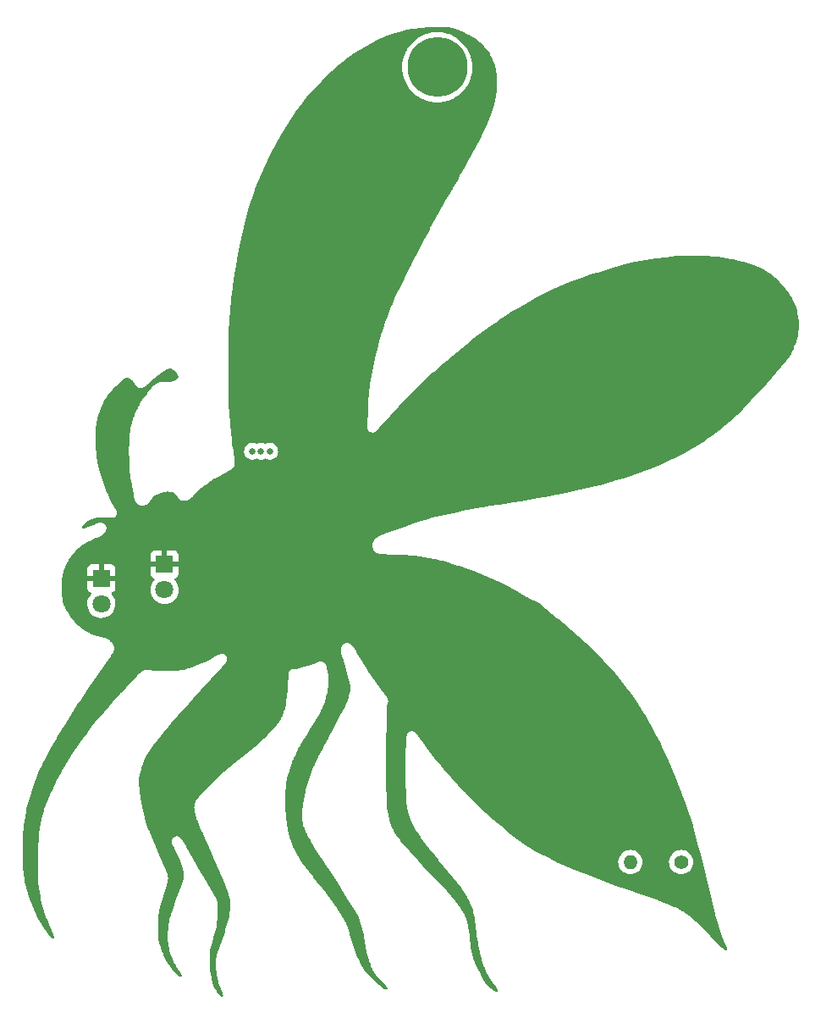
<source format=gbr>
%TF.GenerationSoftware,KiCad,Pcbnew,(6.0.1)*%
%TF.CreationDate,2022-06-24T20:37:33-05:00*%
%TF.ProjectId,mosquito,6d6f7371-7569-4746-9f2e-6b696361645f,rev?*%
%TF.SameCoordinates,Original*%
%TF.FileFunction,Copper,L1,Top*%
%TF.FilePolarity,Positive*%
%FSLAX46Y46*%
G04 Gerber Fmt 4.6, Leading zero omitted, Abs format (unit mm)*
G04 Created by KiCad (PCBNEW (6.0.1)) date 2022-06-24 20:37:33*
%MOMM*%
%LPD*%
G01*
G04 APERTURE LIST*
%TA.AperFunction,ComponentPad*%
%ADD10C,6.000000*%
%TD*%
%TA.AperFunction,ComponentPad*%
%ADD11C,0.650000*%
%TD*%
%TA.AperFunction,ComponentPad*%
%ADD12C,1.400000*%
%TD*%
%TA.AperFunction,ComponentPad*%
%ADD13O,1.400000X1.400000*%
%TD*%
%TA.AperFunction,ComponentPad*%
%ADD14R,1.800000X1.800000*%
%TD*%
%TA.AperFunction,ComponentPad*%
%ADD15C,1.800000*%
%TD*%
%TA.AperFunction,ViaPad*%
%ADD16C,0.600000*%
%TD*%
G04 APERTURE END LIST*
D10*
%TO.P,REF\u002A\u002A,*%
%TO.N,*%
X154203400Y-50165000D03*
%TD*%
D11*
%TO.P,SW1,1,A*%
%TO.N,Net-(R1-Pad1)*%
X137439400Y-88543800D03*
%TO.P,SW1,2,B*%
%TO.N,Net-(BT1-Pad1)*%
X136575800Y-88543800D03*
%TO.P,SW1,3,C*%
%TO.N,unconnected-(SW1-Pad3)*%
X135712200Y-88543800D03*
%TD*%
D12*
%TO.P,R1,1*%
%TO.N,Net-(R1-Pad1)*%
X178587400Y-129616200D03*
D13*
%TO.P,R1,2*%
%TO.N,VCC*%
X173507400Y-129616200D03*
%TD*%
D14*
%TO.P,D2,1,K*%
%TO.N,GND*%
X120599200Y-101264800D03*
D15*
%TO.P,D2,2,A*%
%TO.N,VCC*%
X120599200Y-103804800D03*
%TD*%
D14*
%TO.P,D1,1,K*%
%TO.N,GND*%
X126923800Y-99867800D03*
D15*
%TO.P,D1,2,A*%
%TO.N,VCC*%
X126923800Y-102407800D03*
%TD*%
D16*
%TO.N,GND*%
X165303200Y-87147400D03*
X176987200Y-85826600D03*
X176530000Y-77393800D03*
X165125400Y-77698600D03*
%TD*%
%TA.AperFunction,Conductor*%
%TO.N,GND*%
G36*
X154879067Y-46140001D02*
G01*
X154886030Y-46140220D01*
X155059604Y-46150481D01*
X155421521Y-46171878D01*
X155433066Y-46173096D01*
X155605983Y-46199446D01*
X155615760Y-46201334D01*
X155676318Y-46215531D01*
X155770851Y-46237694D01*
X155782532Y-46241034D01*
X156182496Y-46376586D01*
X156188737Y-46378887D01*
X156541350Y-46519689D01*
X156582083Y-46535954D01*
X156586401Y-46537772D01*
X156957506Y-46702208D01*
X156962271Y-46704440D01*
X157306185Y-46874346D01*
X157311401Y-46877076D01*
X157452903Y-46955427D01*
X157629069Y-47052972D01*
X157634683Y-47056273D01*
X157927452Y-47238758D01*
X157933360Y-47242676D01*
X158202682Y-47432380D01*
X158208773Y-47436951D01*
X158456261Y-47634682D01*
X158462392Y-47639911D01*
X158689772Y-47846723D01*
X158695750Y-47852533D01*
X158904755Y-48069565D01*
X158910475Y-48075923D01*
X159076579Y-48273660D01*
X159102647Y-48304693D01*
X159107896Y-48311388D01*
X159285087Y-48553828D01*
X159289744Y-48560660D01*
X159453263Y-48818314D01*
X159457344Y-48825221D01*
X159595068Y-49076236D01*
X159608045Y-49099888D01*
X159611450Y-49106557D01*
X159750528Y-49400245D01*
X159753310Y-49406564D01*
X159838994Y-49616588D01*
X159881377Y-49720477D01*
X159883628Y-49726422D01*
X159996163Y-50047855D01*
X159999492Y-50058986D01*
X160066209Y-50326431D01*
X160068573Y-50338315D01*
X160117331Y-50665044D01*
X160121858Y-50695377D01*
X160122817Y-50703678D01*
X160159181Y-51147221D01*
X160159542Y-51153620D01*
X160175381Y-51665516D01*
X160175425Y-51671445D01*
X160167940Y-52135581D01*
X160167648Y-52142350D01*
X160136220Y-52591214D01*
X160135503Y-52598452D01*
X160078578Y-53042010D01*
X160077434Y-53049249D01*
X159993222Y-53497226D01*
X159991728Y-53504109D01*
X159877799Y-53966222D01*
X159876121Y-53972357D01*
X159730183Y-54457504D01*
X159728458Y-54462811D01*
X159547829Y-54979191D01*
X159546223Y-54983524D01*
X159330609Y-55534244D01*
X159328357Y-55539625D01*
X159125402Y-55994746D01*
X159123816Y-55998164D01*
X158816370Y-56635640D01*
X158815197Y-56638008D01*
X158432590Y-57390072D01*
X158018154Y-58204701D01*
X158016933Y-58207042D01*
X157223138Y-59689634D01*
X157205513Y-59722552D01*
X157204104Y-59725109D01*
X156922283Y-60223248D01*
X156880458Y-60297176D01*
X156878120Y-60301138D01*
X156665625Y-60646665D01*
X156662272Y-60651800D01*
X156659354Y-60655386D01*
X156643038Y-60683332D01*
X156641614Y-60685708D01*
X156626272Y-60710654D01*
X156624492Y-60714760D01*
X156624271Y-60715184D01*
X156621339Y-60720497D01*
X156456601Y-61002656D01*
X156454440Y-61006219D01*
X156438580Y-61031430D01*
X156436653Y-61035900D01*
X156436443Y-61036299D01*
X156434505Y-61040501D01*
X156432307Y-61044266D01*
X156430617Y-61048423D01*
X156420547Y-61073187D01*
X156419531Y-61075612D01*
X156393763Y-61135376D01*
X156391490Y-61139884D01*
X156388571Y-61143572D01*
X156385202Y-61151887D01*
X156385200Y-61151890D01*
X156363173Y-61206251D01*
X156362136Y-61208732D01*
X156351169Y-61234169D01*
X156350062Y-61238252D01*
X156348508Y-61242374D01*
X156348409Y-61242684D01*
X156346582Y-61247194D01*
X156345471Y-61251928D01*
X156345470Y-61251931D01*
X156340287Y-61274015D01*
X156339227Y-61278204D01*
X156322727Y-61339046D01*
X156322868Y-61346175D01*
X156321332Y-61354778D01*
X156317930Y-61369272D01*
X156317313Y-61371786D01*
X156311640Y-61393903D01*
X156303258Y-61416964D01*
X156286492Y-61452017D01*
X156278302Y-61466574D01*
X156099102Y-61740812D01*
X156099031Y-61740920D01*
X155770682Y-62242280D01*
X155763383Y-62252311D01*
X155758236Y-62258697D01*
X155755803Y-62262908D01*
X155747307Y-62277613D01*
X155743614Y-62283611D01*
X155733343Y-62299294D01*
X155731444Y-62303352D01*
X155731443Y-62303355D01*
X155729528Y-62307447D01*
X155724503Y-62317081D01*
X155330207Y-62999539D01*
X155329267Y-63001045D01*
X155328131Y-63002479D01*
X155325798Y-63006600D01*
X155309998Y-63034507D01*
X155309456Y-63035455D01*
X155292589Y-63064649D01*
X155291908Y-63066346D01*
X155291071Y-63067937D01*
X154067382Y-65229332D01*
X153969699Y-65401868D01*
X153969033Y-65402953D01*
X153968193Y-65404027D01*
X153966416Y-65407213D01*
X153966414Y-65407217D01*
X153949862Y-65436901D01*
X153949460Y-65437615D01*
X153932561Y-65467463D01*
X153932063Y-65468736D01*
X153931486Y-65469855D01*
X153672189Y-65934858D01*
X153503142Y-66238014D01*
X153500865Y-66241828D01*
X153498628Y-66244803D01*
X153496338Y-66249092D01*
X153496332Y-66249101D01*
X153482719Y-66274596D01*
X153481618Y-66276613D01*
X153468836Y-66299535D01*
X153468832Y-66299543D01*
X153466653Y-66303451D01*
X153465325Y-66306911D01*
X153463262Y-66311033D01*
X153436771Y-66360643D01*
X152922990Y-67322809D01*
X152921293Y-67325764D01*
X152919476Y-67328256D01*
X152917245Y-67332589D01*
X152917243Y-67332592D01*
X152903533Y-67359217D01*
X152902667Y-67360870D01*
X152887704Y-67388891D01*
X152886655Y-67391782D01*
X152885142Y-67394935D01*
X152352448Y-68429463D01*
X151615750Y-69860177D01*
X151613934Y-69863452D01*
X151612035Y-69866147D01*
X151609874Y-69870514D01*
X151609870Y-69870521D01*
X151596741Y-69897054D01*
X151595833Y-69898854D01*
X151583510Y-69922787D01*
X151583506Y-69922797D01*
X151581459Y-69926772D01*
X151580385Y-69929874D01*
X151578771Y-69933378D01*
X151525638Y-70040765D01*
X150409652Y-72296294D01*
X150403433Y-72308863D01*
X150401386Y-72312708D01*
X150399320Y-72315755D01*
X150397240Y-72320157D01*
X150397239Y-72320158D01*
X150384806Y-72346466D01*
X150383819Y-72348504D01*
X150370208Y-72376014D01*
X150369067Y-72379491D01*
X150367265Y-72383580D01*
X150278601Y-72571189D01*
X149942788Y-73281747D01*
X149939919Y-73287439D01*
X149939063Y-73289035D01*
X149936438Y-73293137D01*
X149934475Y-73297595D01*
X149923902Y-73321603D01*
X149922509Y-73324656D01*
X149910523Y-73350017D01*
X149909200Y-73354306D01*
X149907974Y-73357462D01*
X149905832Y-73362633D01*
X149844243Y-73502485D01*
X149707832Y-73812237D01*
X149635850Y-73975687D01*
X149629952Y-73987389D01*
X149626766Y-73992967D01*
X149625030Y-73997518D01*
X149618356Y-74015012D01*
X149615952Y-74020866D01*
X149607685Y-74039640D01*
X149605745Y-74046582D01*
X149602124Y-74057568D01*
X149139769Y-75269642D01*
X149136427Y-75277098D01*
X149134650Y-75281287D01*
X149132406Y-75285615D01*
X149123892Y-75310978D01*
X149122193Y-75315718D01*
X149113759Y-75337827D01*
X149112771Y-75342202D01*
X149112456Y-75343244D01*
X149109413Y-75354108D01*
X148695148Y-76588168D01*
X148692305Y-76595258D01*
X148692323Y-76595265D01*
X148690603Y-76599811D01*
X148688533Y-76604219D01*
X148687167Y-76608889D01*
X148687165Y-76608895D01*
X148680928Y-76630223D01*
X148679441Y-76634959D01*
X148676021Y-76645149D01*
X148671802Y-76657715D01*
X148670993Y-76662124D01*
X148670460Y-76664186D01*
X148668148Y-76673922D01*
X148304295Y-77918044D01*
X148301744Y-77925206D01*
X148301766Y-77925213D01*
X148300222Y-77929831D01*
X148298328Y-77934314D01*
X148293672Y-77952908D01*
X148291735Y-77960645D01*
X148290442Y-77965411D01*
X148283685Y-77988515D01*
X148283047Y-77992966D01*
X148282551Y-77995257D01*
X148280676Y-78004808D01*
X148205237Y-78306081D01*
X147970174Y-79244822D01*
X147967670Y-79252853D01*
X147966455Y-79257048D01*
X147964748Y-79261596D01*
X147963759Y-79266359D01*
X147963759Y-79266360D01*
X147959322Y-79287735D01*
X147958183Y-79292709D01*
X147952454Y-79315590D01*
X147951992Y-79320052D01*
X147951816Y-79321054D01*
X147950073Y-79332289D01*
X147696362Y-80554483D01*
X147693487Y-80565275D01*
X147693000Y-80567276D01*
X147691486Y-80571905D01*
X147690703Y-80576707D01*
X147690701Y-80576716D01*
X147687314Y-80597492D01*
X147686326Y-80602827D01*
X147684983Y-80609298D01*
X147681690Y-80625163D01*
X147681410Y-80629645D01*
X147681387Y-80630011D01*
X147679991Y-80642418D01*
X147486555Y-81829020D01*
X147485050Y-81835715D01*
X147485157Y-81835737D01*
X147484174Y-81840501D01*
X147482824Y-81845184D01*
X147479248Y-81873360D01*
X147478617Y-81877710D01*
X147476559Y-81890336D01*
X147474549Y-81902668D01*
X147474462Y-81907148D01*
X147474057Y-81911617D01*
X147474024Y-81911614D01*
X147473524Y-81918469D01*
X147444659Y-82145927D01*
X147407421Y-82439370D01*
X147405233Y-82456609D01*
X147404234Y-82463115D01*
X147404131Y-82463683D01*
X147402897Y-82468406D01*
X147402405Y-82473252D01*
X147402404Y-82473257D01*
X147399700Y-82499884D01*
X147399343Y-82503011D01*
X147396314Y-82526883D01*
X147396313Y-82526892D01*
X147395750Y-82531333D01*
X147395822Y-82535815D01*
X147395707Y-82537895D01*
X147395253Y-82543680D01*
X147380997Y-82684081D01*
X147342251Y-83065658D01*
X147341456Y-83071921D01*
X147341123Y-83074106D01*
X147340021Y-83078843D01*
X147339662Y-83083684D01*
X147339661Y-83083690D01*
X147337728Y-83109749D01*
X147337428Y-83113154D01*
X147335067Y-83136402D01*
X147335067Y-83136414D01*
X147334614Y-83140871D01*
X147334798Y-83145352D01*
X147334685Y-83149119D01*
X147334398Y-83154630D01*
X147312825Y-83445396D01*
X147296916Y-83659815D01*
X147296326Y-83665816D01*
X147295839Y-83669789D01*
X147294876Y-83674560D01*
X147294658Y-83679424D01*
X147294658Y-83679427D01*
X147293522Y-83704818D01*
X147293303Y-83708506D01*
X147291294Y-83735589D01*
X147291599Y-83740053D01*
X147291586Y-83744546D01*
X147291421Y-83744546D01*
X147291491Y-83750235D01*
X147284402Y-83908701D01*
X147269625Y-84238994D01*
X147269351Y-84242615D01*
X147268765Y-84245772D01*
X147268559Y-84252871D01*
X147267758Y-84280394D01*
X147267685Y-84282356D01*
X147266277Y-84313837D01*
X147266590Y-84317033D01*
X147266585Y-84320731D01*
X147217368Y-86013034D01*
X147215289Y-86084511D01*
X147214939Y-86088328D01*
X147213844Y-86091915D01*
X147213739Y-86100895D01*
X147213739Y-86100896D01*
X147213032Y-86161430D01*
X147212988Y-86163622D01*
X147212154Y-86192294D01*
X147212531Y-86195612D01*
X147212588Y-86199379D01*
X147212144Y-86237420D01*
X147214564Y-86246069D01*
X147214564Y-86246070D01*
X147218083Y-86258648D01*
X147221937Y-86278366D01*
X147224426Y-86300264D01*
X147227900Y-86308535D01*
X147227901Y-86308539D01*
X147237254Y-86330807D01*
X147242425Y-86345646D01*
X147251352Y-86377552D01*
X147263008Y-86396256D01*
X147272240Y-86414099D01*
X147280777Y-86434424D01*
X147286437Y-86441392D01*
X147301666Y-86460142D01*
X147310797Y-86472940D01*
X147328314Y-86501049D01*
X147344753Y-86515731D01*
X147358619Y-86530263D01*
X147366856Y-86540405D01*
X147366860Y-86540409D01*
X147372519Y-86547376D01*
X147379909Y-86552477D01*
X147379910Y-86552478D01*
X147399784Y-86566196D01*
X147412130Y-86575908D01*
X147436843Y-86597980D01*
X147456746Y-86607460D01*
X147474138Y-86617519D01*
X147484885Y-86624938D01*
X147484888Y-86624939D01*
X147492274Y-86630038D01*
X147500796Y-86632859D01*
X147523727Y-86640450D01*
X147538309Y-86646310D01*
X147568217Y-86660555D01*
X147577076Y-86661985D01*
X147589975Y-86664067D01*
X147609488Y-86668840D01*
X147621893Y-86672946D01*
X147621897Y-86672947D01*
X147630417Y-86675767D01*
X147639383Y-86676083D01*
X147639386Y-86676083D01*
X147663521Y-86676932D01*
X147679168Y-86678464D01*
X147703010Y-86682313D01*
X147703014Y-86682313D01*
X147711872Y-86683743D01*
X147733741Y-86681007D01*
X147753809Y-86680111D01*
X147764835Y-86680499D01*
X147775841Y-86680886D01*
X147784540Y-86678671D01*
X147784542Y-86678671D01*
X147807952Y-86672711D01*
X147823396Y-86669791D01*
X147830147Y-86668946D01*
X147856260Y-86665679D01*
X147864494Y-86662110D01*
X147864496Y-86662110D01*
X147876485Y-86656914D01*
X147895499Y-86650420D01*
X147908155Y-86647198D01*
X147908157Y-86647197D01*
X147916857Y-86644982D01*
X147945381Y-86628124D01*
X147959368Y-86620995D01*
X147989777Y-86607816D01*
X148006731Y-86593725D01*
X148023149Y-86582163D01*
X148034397Y-86575515D01*
X148034401Y-86575512D01*
X148042128Y-86570945D01*
X148065419Y-86546069D01*
X148069626Y-86541786D01*
X148072018Y-86539463D01*
X148075762Y-86536352D01*
X148094861Y-86514703D01*
X148097350Y-86511966D01*
X148135447Y-86471277D01*
X148135448Y-86471275D01*
X148141583Y-86464723D01*
X148144385Y-86459180D01*
X148148846Y-86453510D01*
X148183612Y-86414103D01*
X148379294Y-86192294D01*
X148648920Y-85886669D01*
X148649730Y-85885760D01*
X149463349Y-84981285D01*
X149482742Y-84959727D01*
X149484348Y-84957974D01*
X149485479Y-84956764D01*
X150335303Y-84047285D01*
X150336900Y-84045608D01*
X150348893Y-84033242D01*
X151156632Y-83200344D01*
X151205228Y-83150234D01*
X151206855Y-83148587D01*
X151612686Y-82745213D01*
X152090437Y-82270355D01*
X152092074Y-82268758D01*
X152135263Y-82227369D01*
X152988221Y-81409962D01*
X152989833Y-81408445D01*
X153731694Y-80723015D01*
X153896359Y-80570876D01*
X153898077Y-80569318D01*
X154812490Y-79755141D01*
X154814255Y-79753598D01*
X155140734Y-79473623D01*
X155734042Y-78964828D01*
X155735810Y-78963341D01*
X156658706Y-78202096D01*
X156660554Y-78200602D01*
X157583934Y-77468687D01*
X157585944Y-77467127D01*
X157633668Y-77430854D01*
X158507350Y-76766803D01*
X158509429Y-76765257D01*
X159426549Y-76098413D01*
X159428826Y-76096796D01*
X159495149Y-76050800D01*
X160034826Y-75676521D01*
X160338961Y-75465596D01*
X160341428Y-75463928D01*
X161242153Y-74870279D01*
X161244841Y-74868556D01*
X161472259Y-74726801D01*
X162133617Y-74314560D01*
X162136536Y-74312794D01*
X163010346Y-73800610D01*
X163013695Y-73798716D01*
X163951306Y-73287439D01*
X164147882Y-73180247D01*
X164151734Y-73178232D01*
X165288191Y-72608479D01*
X165292309Y-72606507D01*
X165859438Y-72347452D01*
X166445684Y-72079665D01*
X166449842Y-72077856D01*
X167634118Y-71588149D01*
X167638262Y-71586522D01*
X168867661Y-71128657D01*
X168871627Y-71127255D01*
X169506093Y-70914796D01*
X170160446Y-70695677D01*
X170164090Y-70694518D01*
X170238131Y-70672205D01*
X170756114Y-70516104D01*
X171526199Y-70284029D01*
X171529444Y-70283099D01*
X172111976Y-70124436D01*
X172976069Y-69889086D01*
X172979759Y-69888141D01*
X174003223Y-69642713D01*
X174007705Y-69641725D01*
X174504650Y-69541727D01*
X175030119Y-69435990D01*
X175034613Y-69435170D01*
X175564778Y-69348352D01*
X176053748Y-69268281D01*
X176058236Y-69267629D01*
X177069786Y-69139536D01*
X177074349Y-69139043D01*
X178073920Y-69049630D01*
X178078577Y-69049301D01*
X179012308Y-69000723D01*
X179061861Y-68998145D01*
X179066697Y-68997987D01*
X179192893Y-68996274D01*
X180029246Y-68984925D01*
X180034257Y-68984957D01*
X180971685Y-69009672D01*
X180976972Y-69009923D01*
X181141852Y-69021223D01*
X181884847Y-69072144D01*
X181890443Y-69072653D01*
X182294834Y-69118555D01*
X182764324Y-69171847D01*
X182770278Y-69172668D01*
X183605480Y-69308287D01*
X183611916Y-69309505D01*
X183857844Y-69362716D01*
X184403894Y-69480865D01*
X184410913Y-69482596D01*
X185155127Y-69688941D01*
X185162781Y-69691328D01*
X185854610Y-69931479D01*
X185862999Y-69934731D01*
X186504005Y-70209934D01*
X186510815Y-70213101D01*
X186800141Y-70358308D01*
X186804934Y-70360844D01*
X187083686Y-70516104D01*
X187088751Y-70519082D01*
X187286283Y-70641505D01*
X187330493Y-70668905D01*
X187335537Y-70672201D01*
X187368766Y-70695066D01*
X187566169Y-70830904D01*
X187573093Y-70836026D01*
X187658126Y-70903544D01*
X188035889Y-71203494D01*
X188044193Y-71210702D01*
X188245478Y-71401463D01*
X188475174Y-71619150D01*
X188482557Y-71626763D01*
X188882327Y-72075240D01*
X188888932Y-72083296D01*
X189242835Y-72553404D01*
X189252361Y-72566058D01*
X189258275Y-72574629D01*
X189580538Y-73085744D01*
X189585810Y-73094944D01*
X189799901Y-73507863D01*
X189862358Y-73628326D01*
X189866991Y-73638305D01*
X190094838Y-74191068D01*
X190098312Y-74200561D01*
X190183953Y-74467250D01*
X190186287Y-74475465D01*
X190255925Y-74756461D01*
X190257616Y-74764359D01*
X190310221Y-75055410D01*
X190311363Y-75063074D01*
X190336555Y-75277229D01*
X190346610Y-75362708D01*
X190347257Y-75370057D01*
X190365215Y-75676521D01*
X190365431Y-75683674D01*
X190365971Y-75995590D01*
X190365793Y-76002498D01*
X190360693Y-76098424D01*
X190349026Y-76317842D01*
X190348484Y-76324598D01*
X190317940Y-76608895D01*
X190314401Y-76641836D01*
X190313511Y-76648457D01*
X190262246Y-76966008D01*
X190261024Y-76972496D01*
X190192841Y-77288572D01*
X190191275Y-77295008D01*
X190116507Y-77570459D01*
X190106311Y-77608020D01*
X190104407Y-77614367D01*
X190016655Y-77881234D01*
X190003029Y-77922671D01*
X190000754Y-77929011D01*
X189900496Y-78186521D01*
X189883193Y-78230964D01*
X189880526Y-78237298D01*
X189849322Y-78306081D01*
X189747202Y-78531187D01*
X189744113Y-78537519D01*
X189595325Y-78822060D01*
X189591766Y-78828412D01*
X189435333Y-79089616D01*
X189427982Y-79100550D01*
X189301470Y-79268983D01*
X189208012Y-79393409D01*
X189154883Y-79464142D01*
X189151042Y-79469002D01*
X188644602Y-80078350D01*
X188634890Y-80090035D01*
X188632730Y-80092565D01*
X187164329Y-81766785D01*
X187145915Y-81787780D01*
X187144136Y-81789766D01*
X185560193Y-83520369D01*
X185500379Y-83585721D01*
X185498733Y-83587485D01*
X185424210Y-83665816D01*
X184782217Y-84340615D01*
X184780095Y-84342792D01*
X184219535Y-84904231D01*
X184216000Y-84907636D01*
X184152356Y-84966597D01*
X183632355Y-85448337D01*
X183629159Y-85451197D01*
X183413229Y-85637834D01*
X183026606Y-85972007D01*
X183023221Y-85974831D01*
X182401161Y-86475574D01*
X182397659Y-86478293D01*
X181754407Y-86959807D01*
X181750855Y-86962371D01*
X181084718Y-87425775D01*
X181081125Y-87428184D01*
X180390405Y-87874307D01*
X180386840Y-87876525D01*
X179831703Y-88209199D01*
X179669922Y-88306149D01*
X179666382Y-88308193D01*
X178928626Y-88718338D01*
X178921578Y-88722256D01*
X178918097Y-88724120D01*
X178143635Y-89123333D01*
X178140313Y-89124984D01*
X177334726Y-89510193D01*
X177331457Y-89511699D01*
X176492977Y-89883592D01*
X176489878Y-89884917D01*
X175617092Y-90244410D01*
X175614128Y-90245588D01*
X174705376Y-90593261D01*
X174702579Y-90594293D01*
X173756351Y-90930865D01*
X173753743Y-90931760D01*
X173580229Y-90989233D01*
X172768412Y-91258131D01*
X172766003Y-91258902D01*
X171742969Y-91574804D01*
X171739604Y-91575792D01*
X171479872Y-91648140D01*
X170803123Y-91836647D01*
X170800043Y-91837463D01*
X169680299Y-92118610D01*
X169678165Y-92119125D01*
X168842133Y-92312986D01*
X168422941Y-92410189D01*
X168421152Y-92410590D01*
X167080315Y-92701013D01*
X167078702Y-92701352D01*
X165701166Y-92980916D01*
X165699521Y-92981238D01*
X165448301Y-93028750D01*
X164334583Y-93239382D01*
X164332823Y-93239701D01*
X163815773Y-93329635D01*
X163029345Y-93466423D01*
X163027066Y-93466798D01*
X161827539Y-93652856D01*
X161827390Y-93652879D01*
X160380317Y-93875565D01*
X160376459Y-93876040D01*
X160373077Y-93876089D01*
X160360743Y-93878196D01*
X160339215Y-93881873D01*
X160337163Y-93882206D01*
X160310707Y-93886277D01*
X160310706Y-93886277D01*
X160306282Y-93886958D01*
X160303056Y-93887938D01*
X160299123Y-93888721D01*
X159488787Y-94027139D01*
X158788966Y-94146679D01*
X158785533Y-94147156D01*
X158782421Y-94147249D01*
X158748098Y-94153646D01*
X158746319Y-94153963D01*
X158741269Y-94154826D01*
X158719526Y-94158540D01*
X158719520Y-94158542D01*
X158715109Y-94159295D01*
X158712164Y-94160243D01*
X158708698Y-94160990D01*
X158069896Y-94280060D01*
X157225968Y-94437364D01*
X157221834Y-94438007D01*
X157218250Y-94438177D01*
X157213480Y-94439153D01*
X157213472Y-94439154D01*
X157184942Y-94444992D01*
X157182780Y-94445414D01*
X157152355Y-94451085D01*
X157148964Y-94452233D01*
X157144723Y-94453220D01*
X155815233Y-94725223D01*
X155808747Y-94726374D01*
X155808213Y-94726454D01*
X155803362Y-94726806D01*
X155798631Y-94727898D01*
X155798615Y-94727900D01*
X155772468Y-94733933D01*
X155769396Y-94734602D01*
X155741440Y-94740321D01*
X155737216Y-94741835D01*
X155735304Y-94742370D01*
X155729665Y-94743809D01*
X154170273Y-95103580D01*
X154164443Y-95104556D01*
X154164482Y-95104772D01*
X154159686Y-95105644D01*
X154154851Y-95106143D01*
X154150151Y-95107379D01*
X154150141Y-95107381D01*
X154125887Y-95113760D01*
X154122183Y-95114674D01*
X154096055Y-95120703D01*
X154091871Y-95122321D01*
X154087586Y-95123636D01*
X154087545Y-95123504D01*
X154081924Y-95125325D01*
X153417356Y-95300126D01*
X153410972Y-95301629D01*
X153410324Y-95301764D01*
X153405493Y-95302385D01*
X153400816Y-95303742D01*
X153400814Y-95303742D01*
X153375140Y-95311189D01*
X153372092Y-95312032D01*
X153344499Y-95319290D01*
X153340372Y-95321032D01*
X153338329Y-95321728D01*
X153332816Y-95323466D01*
X152665164Y-95517125D01*
X152658917Y-95518757D01*
X152654192Y-95519479D01*
X152623602Y-95529143D01*
X152620786Y-95529997D01*
X152597257Y-95536822D01*
X152597253Y-95536824D01*
X152592949Y-95538072D01*
X152588864Y-95539919D01*
X152587874Y-95540284D01*
X152582219Y-95542219D01*
X151868834Y-95767613D01*
X151864158Y-95768944D01*
X151860249Y-95769619D01*
X151828588Y-95780305D01*
X151826285Y-95781058D01*
X151797372Y-95790192D01*
X151793810Y-95791905D01*
X151789074Y-95793641D01*
X151779362Y-95796919D01*
X150988059Y-96063986D01*
X150983772Y-96065294D01*
X150980078Y-96066002D01*
X150948338Y-96077369D01*
X150946178Y-96078120D01*
X150921341Y-96086503D01*
X150921330Y-96086508D01*
X150917089Y-96087939D01*
X150913744Y-96089628D01*
X150909405Y-96091313D01*
X148910519Y-96807194D01*
X148807758Y-96843997D01*
X148800637Y-96846089D01*
X148800650Y-96846131D01*
X148796016Y-96847590D01*
X148791264Y-96848691D01*
X148786736Y-96850511D01*
X148765811Y-96858921D01*
X148761308Y-96860632D01*
X148742601Y-96867332D01*
X148742598Y-96867333D01*
X148738377Y-96868845D01*
X148734414Y-96870939D01*
X148731512Y-96872218D01*
X148723563Y-96875903D01*
X148571183Y-96937152D01*
X148562485Y-96940282D01*
X148551584Y-96943758D01*
X148551575Y-96943762D01*
X148546936Y-96945241D01*
X148534500Y-96951452D01*
X148525221Y-96955626D01*
X148515198Y-96959655D01*
X148511316Y-96961900D01*
X148511317Y-96961900D01*
X148500365Y-96968235D01*
X148493573Y-96971891D01*
X148388968Y-97024133D01*
X148353717Y-97041738D01*
X148349285Y-97043844D01*
X148328416Y-97053270D01*
X148328413Y-97053271D01*
X148323982Y-97055273D01*
X148319913Y-97057932D01*
X148319330Y-97058251D01*
X148316535Y-97059990D01*
X148313105Y-97062020D01*
X148309096Y-97064022D01*
X148305412Y-97066572D01*
X148285293Y-97080496D01*
X148282526Y-97082357D01*
X148216213Y-97125682D01*
X148214643Y-97126564D01*
X148212853Y-97127123D01*
X148208542Y-97129992D01*
X148208539Y-97129993D01*
X148150375Y-97168691D01*
X148149497Y-97169270D01*
X148136513Y-97177753D01*
X148125313Y-97185071D01*
X148124053Y-97186179D01*
X148123825Y-97186357D01*
X148119768Y-97189056D01*
X148116174Y-97192348D01*
X148096858Y-97210040D01*
X148094960Y-97211744D01*
X148043686Y-97256801D01*
X148043685Y-97256802D01*
X148043562Y-97256662D01*
X148029373Y-97268460D01*
X148030203Y-97269515D01*
X148023149Y-97275061D01*
X148015378Y-97279553D01*
X147993717Y-97302241D01*
X147979381Y-97317257D01*
X147973351Y-97323162D01*
X147965898Y-97329989D01*
X147965894Y-97329993D01*
X147962584Y-97333025D01*
X147959741Y-97336491D01*
X147959736Y-97336496D01*
X147954948Y-97342333D01*
X147948669Y-97349426D01*
X147938171Y-97360422D01*
X147930210Y-97371867D01*
X147924190Y-97379828D01*
X147893665Y-97417039D01*
X147890148Y-97425298D01*
X147888384Y-97428210D01*
X147878154Y-97446703D01*
X147877314Y-97447910D01*
X147864217Y-97463786D01*
X147849597Y-97478816D01*
X147845394Y-97486751D01*
X147845393Y-97486753D01*
X147831859Y-97512307D01*
X147829081Y-97517251D01*
X147826642Y-97520757D01*
X147824631Y-97524759D01*
X147824631Y-97524760D01*
X147813594Y-97546730D01*
X147812348Y-97549145D01*
X147799545Y-97573316D01*
X147799542Y-97573323D01*
X147797266Y-97577620D01*
X147795857Y-97581698D01*
X147793540Y-97586649D01*
X147781891Y-97609836D01*
X147781889Y-97609841D01*
X147777862Y-97617858D01*
X147776246Y-97626686D01*
X147773382Y-97642333D01*
X147768535Y-97660787D01*
X147764076Y-97673695D01*
X147756483Y-97691235D01*
X147744935Y-97713178D01*
X147743152Y-97721974D01*
X147743152Y-97721975D01*
X147737424Y-97750238D01*
X147736977Y-97752142D01*
X147736333Y-97754005D01*
X147733287Y-97769812D01*
X147730112Y-97786288D01*
X147729889Y-97787417D01*
X147722726Y-97822756D01*
X147722636Y-97824733D01*
X147722335Y-97826638D01*
X147721574Y-97830591D01*
X147715770Y-97860708D01*
X147718469Y-97889297D01*
X147718896Y-97906855D01*
X147718573Y-97913964D01*
X147715249Y-97937547D01*
X147712268Y-97950011D01*
X147712715Y-97958979D01*
X147714406Y-97992928D01*
X147714432Y-98004915D01*
X147714167Y-98010731D01*
X147714600Y-98015188D01*
X147714600Y-98015203D01*
X147716195Y-98031628D01*
X147716628Y-98037526D01*
X147717831Y-98061678D01*
X147718819Y-98066446D01*
X147718864Y-98066663D01*
X147720895Y-98080056D01*
X147724663Y-98118888D01*
X147728004Y-98127224D01*
X147728005Y-98127227D01*
X147730888Y-98134421D01*
X147737315Y-98155747D01*
X147738670Y-98162290D01*
X147741272Y-98185830D01*
X147741481Y-98198931D01*
X147744136Y-98207503D01*
X147744137Y-98207507D01*
X147754109Y-98239697D01*
X147757132Y-98251422D01*
X147757347Y-98252462D01*
X147757350Y-98252472D01*
X147758257Y-98256852D01*
X147759779Y-98261068D01*
X147759780Y-98261071D01*
X147765480Y-98276858D01*
X147767323Y-98282355D01*
X147774564Y-98305730D01*
X147776703Y-98310104D01*
X147776742Y-98310202D01*
X147782004Y-98322627D01*
X147795158Y-98359060D01*
X147800457Y-98366313D01*
X147805195Y-98372798D01*
X147816645Y-98391773D01*
X147818525Y-98395617D01*
X147820112Y-98398987D01*
X147841436Y-98446065D01*
X147846838Y-98457992D01*
X147852688Y-98464800D01*
X147852688Y-98464801D01*
X147870950Y-98486056D01*
X147879578Y-98497325D01*
X147895327Y-98520490D01*
X147895329Y-98520492D01*
X147900375Y-98527914D01*
X147954135Y-98572212D01*
X147955771Y-98573585D01*
X147985139Y-98598651D01*
X147994162Y-98607155D01*
X148017008Y-98630914D01*
X148017010Y-98630916D01*
X148023232Y-98637386D01*
X148031022Y-98641851D01*
X148031023Y-98641852D01*
X148074315Y-98666667D01*
X148079028Y-98669506D01*
X148128765Y-98700988D01*
X148163873Y-98711076D01*
X148172869Y-98713661D01*
X148183149Y-98717101D01*
X148195025Y-98721653D01*
X148200497Y-98724125D01*
X148204887Y-98727292D01*
X148213352Y-98730290D01*
X148213351Y-98730290D01*
X148267345Y-98749416D01*
X148270368Y-98750531D01*
X148295350Y-98760106D01*
X148299731Y-98761103D01*
X148301256Y-98761566D01*
X148305250Y-98762879D01*
X148305684Y-98762996D01*
X148310277Y-98764623D01*
X148331805Y-98768674D01*
X148336335Y-98769526D01*
X148340992Y-98770494D01*
X148392550Y-98782227D01*
X148392554Y-98782227D01*
X148401306Y-98784219D01*
X148409099Y-98783745D01*
X148418979Y-98785075D01*
X148499096Y-98800147D01*
X148504821Y-98801364D01*
X148529294Y-98807161D01*
X148534140Y-98807540D01*
X148534144Y-98807541D01*
X148534632Y-98807579D01*
X148541456Y-98808486D01*
X148541461Y-98808443D01*
X148545921Y-98808958D01*
X148550319Y-98809785D01*
X148554788Y-98809981D01*
X148554792Y-98809981D01*
X148565173Y-98810435D01*
X148576491Y-98810930D01*
X148580777Y-98811192D01*
X149078521Y-98850160D01*
X149112477Y-98852818D01*
X149121515Y-98854043D01*
X149125252Y-98854471D01*
X149130031Y-98855397D01*
X149134893Y-98855576D01*
X149134899Y-98855577D01*
X149156509Y-98856374D01*
X149161694Y-98856672D01*
X149179318Y-98858051D01*
X149185016Y-98858497D01*
X149189496Y-98858209D01*
X149190002Y-98858213D01*
X149201989Y-98858051D01*
X150188737Y-98894435D01*
X150189978Y-98894486D01*
X151006238Y-98932644D01*
X151010500Y-98932916D01*
X151621308Y-98982259D01*
X151789082Y-98995812D01*
X151793679Y-98996269D01*
X151880957Y-99006557D01*
X152549466Y-99085362D01*
X152554324Y-99086031D01*
X153295926Y-99202870D01*
X153300802Y-99203737D01*
X154036647Y-99349512D01*
X154041441Y-99350559D01*
X154480057Y-99455350D01*
X154780279Y-99527077D01*
X154784769Y-99528238D01*
X155344338Y-99684045D01*
X155534819Y-99737083D01*
X155538938Y-99738306D01*
X156308912Y-99981276D01*
X156312509Y-99982470D01*
X156930710Y-100198195D01*
X157053602Y-100241079D01*
X157056489Y-100242127D01*
X157078744Y-100250509D01*
X157835342Y-100535486D01*
X157837871Y-100536470D01*
X158232647Y-100694956D01*
X158633988Y-100856078D01*
X158636219Y-100856999D01*
X159423612Y-101191463D01*
X159429479Y-101193955D01*
X159431814Y-101194975D01*
X159687904Y-101309924D01*
X160201974Y-101540670D01*
X160204367Y-101541776D01*
X160931274Y-101887165D01*
X160934146Y-101888575D01*
X161597017Y-102224450D01*
X161600557Y-102226315D01*
X161702974Y-102282406D01*
X162185861Y-102546870D01*
X162187750Y-102547926D01*
X163159364Y-103101952D01*
X163162778Y-103104038D01*
X163165511Y-103106141D01*
X163181919Y-103115135D01*
X163195621Y-103122646D01*
X163197468Y-103123679D01*
X163213101Y-103132593D01*
X163224454Y-103139067D01*
X163227649Y-103140328D01*
X163231284Y-103142195D01*
X163600526Y-103344597D01*
X163798733Y-103453245D01*
X163809234Y-103459688D01*
X163812169Y-103461693D01*
X163812172Y-103461695D01*
X163816184Y-103464435D01*
X163820567Y-103466524D01*
X163820577Y-103466530D01*
X163835706Y-103473741D01*
X163842048Y-103476987D01*
X163858303Y-103485898D01*
X163862494Y-103487472D01*
X163862497Y-103487473D01*
X163866944Y-103489143D01*
X163876867Y-103493362D01*
X164190483Y-103642858D01*
X164193397Y-103644294D01*
X164217996Y-103656808D01*
X164218001Y-103656810D01*
X164222339Y-103659017D01*
X164226963Y-103660530D01*
X164227371Y-103660699D01*
X164229564Y-103661487D01*
X164232237Y-103662761D01*
X164265183Y-103673046D01*
X164266806Y-103673564D01*
X164277010Y-103676902D01*
X164294665Y-103682677D01*
X164301196Y-103685231D01*
X164306313Y-103688523D01*
X164314926Y-103691067D01*
X164368656Y-103706937D01*
X164372139Y-103708021D01*
X164392464Y-103714670D01*
X164392467Y-103714671D01*
X164396723Y-103716063D01*
X164401131Y-103716838D01*
X164405366Y-103717897D01*
X164408261Y-103718686D01*
X164408881Y-103718818D01*
X164413540Y-103720194D01*
X164418357Y-103720837D01*
X164423124Y-103721853D01*
X164422792Y-103723413D01*
X164481290Y-103749428D01*
X164493797Y-103761641D01*
X164537133Y-103810271D01*
X164544252Y-103819214D01*
X164545438Y-103820639D01*
X164548249Y-103824604D01*
X164551635Y-103828088D01*
X164551638Y-103828091D01*
X164566252Y-103843125D01*
X164569969Y-103847117D01*
X164585108Y-103864106D01*
X164588534Y-103866995D01*
X164588876Y-103867284D01*
X164597997Y-103875782D01*
X164599336Y-103877159D01*
X164710888Y-103991920D01*
X164717575Y-103999371D01*
X164726714Y-104010407D01*
X164730353Y-104013629D01*
X164730355Y-104013631D01*
X164738565Y-104020900D01*
X164745388Y-104027413D01*
X164751136Y-104033327D01*
X164751142Y-104033333D01*
X164754259Y-104036539D01*
X164757806Y-104039277D01*
X164757812Y-104039282D01*
X164766251Y-104045796D01*
X164772790Y-104051203D01*
X164902838Y-104166347D01*
X164946153Y-104204698D01*
X164992395Y-104245641D01*
X165001681Y-104254762D01*
X165006166Y-104259646D01*
X165009970Y-104262682D01*
X165009974Y-104262686D01*
X165024440Y-104274232D01*
X165029346Y-104278357D01*
X165044556Y-104291824D01*
X165048300Y-104294290D01*
X165050761Y-104295911D01*
X165060052Y-104302657D01*
X165706419Y-104818569D01*
X165707694Y-104819660D01*
X165708890Y-104820941D01*
X165712463Y-104823744D01*
X165712472Y-104823752D01*
X165738028Y-104843802D01*
X165738715Y-104844346D01*
X165765207Y-104865491D01*
X165766719Y-104866379D01*
X165768083Y-104867382D01*
X166202701Y-105208374D01*
X166267507Y-105259219D01*
X166270179Y-105261375D01*
X166336444Y-105316355D01*
X166885485Y-105771894D01*
X166887985Y-105774024D01*
X168289403Y-106999844D01*
X168291973Y-107002155D01*
X169696508Y-108300388D01*
X169698662Y-108302427D01*
X170006820Y-108601015D01*
X170304909Y-108889847D01*
X170319344Y-108903834D01*
X170321348Y-108905819D01*
X170485048Y-109071740D01*
X170847458Y-109439066D01*
X170850251Y-109441990D01*
X171457213Y-110098026D01*
X171459914Y-110101042D01*
X171889733Y-110597074D01*
X172052864Y-110785336D01*
X172055443Y-110788409D01*
X172158120Y-110914821D01*
X172626777Y-111491811D01*
X172634709Y-111501577D01*
X172637115Y-111504636D01*
X173151808Y-112180076D01*
X173202657Y-112246806D01*
X173204905Y-112249849D01*
X173546693Y-112727526D01*
X173756890Y-113021295D01*
X173758984Y-113024315D01*
X174297402Y-113825170D01*
X174299351Y-113828160D01*
X174824274Y-114658820D01*
X174826042Y-114661703D01*
X175042591Y-115025879D01*
X175337713Y-115522193D01*
X175339369Y-115525063D01*
X175633447Y-116050604D01*
X175771353Y-116297053D01*
X175837655Y-116415541D01*
X175839178Y-116418347D01*
X175939359Y-116608572D01*
X176324056Y-117339045D01*
X176325448Y-117341769D01*
X176474360Y-117641988D01*
X176797216Y-118292895D01*
X176798461Y-118295481D01*
X177194867Y-119144350D01*
X177256898Y-119277184D01*
X177258066Y-119279760D01*
X177703433Y-120292156D01*
X177704508Y-120294674D01*
X178136643Y-121337906D01*
X178137616Y-121340324D01*
X178556860Y-122414789D01*
X178557750Y-122417140D01*
X178964453Y-123524176D01*
X178965041Y-123525812D01*
X179488094Y-125012622D01*
X179489344Y-125016358D01*
X179623520Y-125439590D01*
X179680149Y-125618214D01*
X179692797Y-125658111D01*
X179693875Y-125661697D01*
X179902098Y-126393670D01*
X179910724Y-126423994D01*
X179911612Y-126427282D01*
X180258117Y-127784788D01*
X180535755Y-128872492D01*
X180536046Y-128873657D01*
X181641355Y-133382702D01*
X181641636Y-133384049D01*
X181641771Y-133385505D01*
X181647673Y-133408875D01*
X181650942Y-133421821D01*
X181651154Y-133422675D01*
X181656521Y-133444569D01*
X181659292Y-133455875D01*
X181659837Y-133457229D01*
X181660218Y-133458558D01*
X182007216Y-134832680D01*
X182008630Y-134838949D01*
X182008922Y-134840419D01*
X182009501Y-134845253D01*
X182010817Y-134849942D01*
X182010817Y-134849943D01*
X182017939Y-134875324D01*
X182018790Y-134878514D01*
X182025692Y-134905845D01*
X182027393Y-134909989D01*
X182028350Y-134912892D01*
X182029995Y-134918285D01*
X182258429Y-135732283D01*
X182310039Y-135916191D01*
X182312926Y-135929022D01*
X182313987Y-135935234D01*
X182321536Y-135957738D01*
X182323377Y-135963720D01*
X182328950Y-135983579D01*
X182330760Y-135987678D01*
X182331821Y-135990082D01*
X182336015Y-136000905D01*
X182584136Y-136740597D01*
X182586895Y-136750026D01*
X182589251Y-136759424D01*
X182590500Y-136764405D01*
X182596474Y-136778531D01*
X182599878Y-136787525D01*
X182602348Y-136794890D01*
X182602352Y-136794899D01*
X182603774Y-136799139D01*
X182605782Y-136803133D01*
X182605788Y-136803147D01*
X182610810Y-136813134D01*
X182614288Y-136820659D01*
X182855857Y-137391914D01*
X182858238Y-137397977D01*
X182858566Y-137398881D01*
X182859867Y-137403560D01*
X182861872Y-137407984D01*
X182861875Y-137407992D01*
X182872880Y-137432272D01*
X182874152Y-137435174D01*
X182885222Y-137461353D01*
X182887534Y-137465190D01*
X182888631Y-137467344D01*
X182891123Y-137472524D01*
X183044520Y-137810977D01*
X183047164Y-137817256D01*
X183113489Y-137987519D01*
X183147551Y-138074959D01*
X183157285Y-138099948D01*
X183160888Y-138110578D01*
X183174225Y-138156557D01*
X183214093Y-138294008D01*
X183213860Y-138365004D01*
X183175279Y-138424604D01*
X183110602Y-138453884D01*
X183040362Y-138443549D01*
X183026053Y-138435800D01*
X183003867Y-138421862D01*
X182990390Y-138412097D01*
X182773493Y-138231948D01*
X182767156Y-138226314D01*
X182715033Y-138176732D01*
X182508706Y-137980466D01*
X182453987Y-137928415D01*
X182450190Y-137924647D01*
X181519915Y-136961272D01*
X181519415Y-136960715D01*
X181518927Y-136960027D01*
X181492024Y-136932388D01*
X181467395Y-136906883D01*
X181466724Y-136906362D01*
X181466203Y-136905861D01*
X180795310Y-136216622D01*
X180786347Y-136206349D01*
X180786302Y-136206299D01*
X180783306Y-136202463D01*
X180764930Y-136185227D01*
X180760855Y-136181225D01*
X180748610Y-136168645D01*
X180748606Y-136168641D01*
X180745479Y-136165429D01*
X180741030Y-136162000D01*
X180731747Y-136154101D01*
X180705837Y-136129797D01*
X180543230Y-135977273D01*
X180122657Y-135582777D01*
X180113494Y-135573229D01*
X180112709Y-135572320D01*
X180109522Y-135568629D01*
X180091259Y-135553118D01*
X180086644Y-135548997D01*
X180071435Y-135534732D01*
X180065823Y-135530800D01*
X180056558Y-135523645D01*
X179790722Y-135297860D01*
X179785103Y-135292505D01*
X179785100Y-135292509D01*
X179781510Y-135289223D01*
X179778184Y-135285668D01*
X179756974Y-135269066D01*
X179753084Y-135265894D01*
X179738366Y-135253393D01*
X179734954Y-135250495D01*
X179731167Y-135248111D01*
X179729868Y-135247158D01*
X179721157Y-135241031D01*
X179459579Y-135036281D01*
X179450301Y-135028156D01*
X179449450Y-135027443D01*
X179445970Y-135024039D01*
X179442011Y-135021213D01*
X179442003Y-135021206D01*
X179425141Y-135009169D01*
X179420688Y-135005840D01*
X179417558Y-135003390D01*
X179402995Y-134991991D01*
X179398478Y-134989393D01*
X179388099Y-134982726D01*
X179122984Y-134793466D01*
X179112315Y-134784941D01*
X179112205Y-134784843D01*
X179108576Y-134781605D01*
X179087550Y-134768009D01*
X179082791Y-134764773D01*
X179069859Y-134755541D01*
X179064970Y-134752051D01*
X179060988Y-134749989D01*
X179060981Y-134749985D01*
X179059824Y-134749386D01*
X179049343Y-134743303D01*
X178776807Y-134567074D01*
X178765777Y-134559063D01*
X178765616Y-134558932D01*
X178765609Y-134558927D01*
X178761830Y-134555857D01*
X178740286Y-134543298D01*
X178735329Y-134540253D01*
X178720772Y-134530840D01*
X178717011Y-134528408D01*
X178712945Y-134526534D01*
X178712940Y-134526532D01*
X178711687Y-134525955D01*
X178700967Y-134520377D01*
X178417009Y-134354846D01*
X178406779Y-134348101D01*
X178405787Y-134347478D01*
X178401876Y-134344577D01*
X178397570Y-134342315D01*
X178397565Y-134342312D01*
X178379214Y-134332673D01*
X178374373Y-134329992D01*
X178354925Y-134318655D01*
X178350120Y-134316705D01*
X178338917Y-134311505D01*
X178039569Y-134154260D01*
X178032973Y-134150296D01*
X178032968Y-134150305D01*
X178028750Y-134147884D01*
X178024724Y-134145139D01*
X178000335Y-134133540D01*
X177995909Y-134131326D01*
X177974746Y-134120209D01*
X177970526Y-134118710D01*
X177968864Y-134117982D01*
X177959261Y-134114005D01*
X177721905Y-134001120D01*
X177640382Y-133962348D01*
X177634402Y-133959055D01*
X177634350Y-133959154D01*
X177630046Y-133956880D01*
X177625931Y-133954282D01*
X177599841Y-133942981D01*
X177595806Y-133941148D01*
X177595544Y-133941023D01*
X177572942Y-133930274D01*
X177568655Y-133928940D01*
X177564490Y-133927311D01*
X177564504Y-133927275D01*
X177558098Y-133924899D01*
X177211505Y-133774770D01*
X177203399Y-133770700D01*
X177199957Y-133769060D01*
X177195743Y-133766636D01*
X177187989Y-133763651D01*
X177171008Y-133757113D01*
X177166199Y-133755146D01*
X177148860Y-133747636D01*
X177148856Y-133747635D01*
X177144743Y-133745853D01*
X177140417Y-133744672D01*
X177139993Y-133744523D01*
X177128530Y-133740760D01*
X176266428Y-133408875D01*
X176259951Y-133405934D01*
X176259920Y-133406006D01*
X176255450Y-133404074D01*
X176251144Y-133401803D01*
X176224689Y-133392717D01*
X176220402Y-133391157D01*
X176197167Y-133382212D01*
X176192799Y-133381211D01*
X176188505Y-133379900D01*
X176188507Y-133379893D01*
X176181660Y-133377938D01*
X175150653Y-133023834D01*
X175149790Y-133023502D01*
X175148895Y-133023036D01*
X175146251Y-133022142D01*
X175146243Y-133022139D01*
X175112636Y-133010777D01*
X175112366Y-133010685D01*
X175079215Y-132999299D01*
X175078217Y-132999108D01*
X175077354Y-132998848D01*
X172965521Y-132284855D01*
X172963662Y-132284210D01*
X172299943Y-132047988D01*
X171022007Y-131593162D01*
X171019707Y-131592318D01*
X169269199Y-130930691D01*
X169266401Y-130929595D01*
X167698198Y-130293719D01*
X167694806Y-130292286D01*
X166300221Y-129678764D01*
X166296137Y-129676879D01*
X166170568Y-129616200D01*
X172294284Y-129616200D01*
X172312714Y-129826855D01*
X172314138Y-129832168D01*
X172314138Y-129832170D01*
X172352730Y-129976195D01*
X172367444Y-130031110D01*
X172369766Y-130036091D01*
X172369767Y-130036092D01*
X172384189Y-130067019D01*
X172456811Y-130222758D01*
X172578099Y-130395976D01*
X172727624Y-130545501D01*
X172900842Y-130666789D01*
X172905820Y-130669110D01*
X172905823Y-130669112D01*
X173087508Y-130753833D01*
X173092490Y-130756156D01*
X173097798Y-130757578D01*
X173097800Y-130757579D01*
X173291430Y-130809462D01*
X173291432Y-130809462D01*
X173296745Y-130810886D01*
X173507400Y-130829316D01*
X173718055Y-130810886D01*
X173723368Y-130809462D01*
X173723370Y-130809462D01*
X173917000Y-130757579D01*
X173917002Y-130757578D01*
X173922310Y-130756156D01*
X173927292Y-130753833D01*
X174108977Y-130669112D01*
X174108980Y-130669110D01*
X174113958Y-130666789D01*
X174287176Y-130545501D01*
X174436701Y-130395976D01*
X174557989Y-130222758D01*
X174630612Y-130067019D01*
X174645033Y-130036092D01*
X174645034Y-130036091D01*
X174647356Y-130031110D01*
X174662071Y-129976195D01*
X174700662Y-129832170D01*
X174700662Y-129832168D01*
X174702086Y-129826855D01*
X174720516Y-129616200D01*
X177374284Y-129616200D01*
X177392714Y-129826855D01*
X177394138Y-129832168D01*
X177394138Y-129832170D01*
X177432730Y-129976195D01*
X177447444Y-130031110D01*
X177449766Y-130036091D01*
X177449767Y-130036092D01*
X177464189Y-130067019D01*
X177536811Y-130222758D01*
X177658099Y-130395976D01*
X177807624Y-130545501D01*
X177980842Y-130666789D01*
X177985820Y-130669110D01*
X177985823Y-130669112D01*
X178167508Y-130753833D01*
X178172490Y-130756156D01*
X178177798Y-130757578D01*
X178177800Y-130757579D01*
X178371430Y-130809462D01*
X178371432Y-130809462D01*
X178376745Y-130810886D01*
X178587400Y-130829316D01*
X178798055Y-130810886D01*
X178803368Y-130809462D01*
X178803370Y-130809462D01*
X178997000Y-130757579D01*
X178997002Y-130757578D01*
X179002310Y-130756156D01*
X179007292Y-130753833D01*
X179188977Y-130669112D01*
X179188980Y-130669110D01*
X179193958Y-130666789D01*
X179367176Y-130545501D01*
X179516701Y-130395976D01*
X179637989Y-130222758D01*
X179710612Y-130067019D01*
X179725033Y-130036092D01*
X179725034Y-130036091D01*
X179727356Y-130031110D01*
X179742071Y-129976195D01*
X179780662Y-129832170D01*
X179780662Y-129832168D01*
X179782086Y-129826855D01*
X179800516Y-129616200D01*
X179782086Y-129405545D01*
X179779850Y-129397199D01*
X179728779Y-129206600D01*
X179728778Y-129206598D01*
X179727356Y-129201290D01*
X179680412Y-129100618D01*
X179640312Y-129014623D01*
X179640310Y-129014620D01*
X179637989Y-129009642D01*
X179516701Y-128836424D01*
X179367176Y-128686899D01*
X179193958Y-128565611D01*
X179188980Y-128563290D01*
X179188977Y-128563288D01*
X179007292Y-128478567D01*
X179007291Y-128478566D01*
X179002310Y-128476244D01*
X178997002Y-128474822D01*
X178997000Y-128474821D01*
X178803370Y-128422938D01*
X178803368Y-128422938D01*
X178798055Y-128421514D01*
X178587400Y-128403084D01*
X178376745Y-128421514D01*
X178371432Y-128422938D01*
X178371430Y-128422938D01*
X178177800Y-128474821D01*
X178177798Y-128474822D01*
X178172490Y-128476244D01*
X178167509Y-128478566D01*
X178167508Y-128478567D01*
X177985823Y-128563288D01*
X177985820Y-128563290D01*
X177980842Y-128565611D01*
X177807624Y-128686899D01*
X177658099Y-128836424D01*
X177536811Y-129009642D01*
X177534490Y-129014620D01*
X177534488Y-129014623D01*
X177494388Y-129100618D01*
X177447444Y-129201290D01*
X177446022Y-129206598D01*
X177446021Y-129206600D01*
X177394950Y-129397199D01*
X177392714Y-129405545D01*
X177374284Y-129616200D01*
X174720516Y-129616200D01*
X174702086Y-129405545D01*
X174699850Y-129397199D01*
X174648779Y-129206600D01*
X174648778Y-129206598D01*
X174647356Y-129201290D01*
X174600412Y-129100618D01*
X174560312Y-129014623D01*
X174560310Y-129014620D01*
X174557989Y-129009642D01*
X174436701Y-128836424D01*
X174287176Y-128686899D01*
X174113958Y-128565611D01*
X174108980Y-128563290D01*
X174108977Y-128563288D01*
X173927292Y-128478567D01*
X173927291Y-128478566D01*
X173922310Y-128476244D01*
X173917002Y-128474822D01*
X173917000Y-128474821D01*
X173723370Y-128422938D01*
X173723368Y-128422938D01*
X173718055Y-128421514D01*
X173507400Y-128403084D01*
X173296745Y-128421514D01*
X173291432Y-128422938D01*
X173291430Y-128422938D01*
X173097800Y-128474821D01*
X173097798Y-128474822D01*
X173092490Y-128476244D01*
X173087509Y-128478566D01*
X173087508Y-128478567D01*
X172905823Y-128563288D01*
X172905820Y-128563290D01*
X172900842Y-128565611D01*
X172727624Y-128686899D01*
X172578099Y-128836424D01*
X172456811Y-129009642D01*
X172454490Y-129014620D01*
X172454488Y-129014623D01*
X172414388Y-129100618D01*
X172367444Y-129201290D01*
X172366022Y-129206598D01*
X172366021Y-129206600D01*
X172314950Y-129397199D01*
X172312714Y-129405545D01*
X172294284Y-129616200D01*
X166170568Y-129616200D01*
X165062882Y-129080928D01*
X165059277Y-129079114D01*
X164506215Y-128789651D01*
X164503548Y-128788214D01*
X163985521Y-128501016D01*
X163982604Y-128499348D01*
X163501301Y-128215471D01*
X163498167Y-128213560D01*
X163054352Y-127933883D01*
X163050269Y-127931199D01*
X163024575Y-127913578D01*
X162483299Y-127542372D01*
X162479370Y-127539564D01*
X161871843Y-127087391D01*
X161868719Y-127084988D01*
X161521304Y-126809117D01*
X161225506Y-126574233D01*
X161222959Y-126572156D01*
X160551144Y-126009410D01*
X160548963Y-126007541D01*
X159855624Y-125399343D01*
X159853720Y-125397638D01*
X159493719Y-125068686D01*
X159145087Y-124750122D01*
X159143389Y-124748541D01*
X159084085Y-124692301D01*
X158906432Y-124523829D01*
X158426037Y-124068258D01*
X158424438Y-124066715D01*
X157844270Y-123496756D01*
X157704735Y-123359676D01*
X157703242Y-123358184D01*
X157631927Y-123285715D01*
X157023642Y-122667592D01*
X156987337Y-122630700D01*
X156985865Y-122629179D01*
X156848022Y-122484319D01*
X156280059Y-121887445D01*
X156278683Y-121885974D01*
X155589051Y-121136284D01*
X155587585Y-121134662D01*
X155553585Y-121096362D01*
X154920683Y-120383434D01*
X154919126Y-120381646D01*
X154843707Y-120293401D01*
X154280964Y-119634951D01*
X154279331Y-119633001D01*
X154263167Y-119613286D01*
X153933371Y-119211053D01*
X153676135Y-118897316D01*
X153674331Y-118895064D01*
X153112501Y-118176896D01*
X153110525Y-118174299D01*
X153105302Y-118167247D01*
X152593441Y-117476215D01*
X152592362Y-117474736D01*
X152446779Y-117272103D01*
X152107291Y-116799576D01*
X152105536Y-116796774D01*
X152104395Y-116793684D01*
X152062292Y-116736919D01*
X152061169Y-116735381D01*
X152059742Y-116733394D01*
X152044278Y-116711870D01*
X152042269Y-116709779D01*
X152040392Y-116707390D01*
X152023059Y-116684022D01*
X152023058Y-116684021D01*
X152017708Y-116676808D01*
X151999568Y-116663072D01*
X151984761Y-116649905D01*
X151975221Y-116639972D01*
X151969004Y-116633499D01*
X151940895Y-116617366D01*
X151927551Y-116608535D01*
X151908859Y-116594380D01*
X151901703Y-116588961D01*
X151880434Y-116580867D01*
X151862535Y-116572388D01*
X151850590Y-116565532D01*
X151850586Y-116565530D01*
X151842801Y-116561062D01*
X151811276Y-116553462D01*
X151796012Y-116548738D01*
X151765703Y-116537203D01*
X151743022Y-116535404D01*
X151723456Y-116532289D01*
X151710070Y-116529062D01*
X151701339Y-116526957D01*
X151692372Y-116527387D01*
X151692370Y-116527387D01*
X151677300Y-116528110D01*
X151668963Y-116528510D01*
X151652966Y-116528260D01*
X151620645Y-116525696D01*
X151611859Y-116527526D01*
X151611856Y-116527526D01*
X151598364Y-116530336D01*
X151578713Y-116532838D01*
X151575536Y-116532990D01*
X151555992Y-116533928D01*
X151547505Y-116536858D01*
X151547504Y-116536858D01*
X151525352Y-116544505D01*
X151509925Y-116548756D01*
X151486973Y-116553536D01*
X151486972Y-116553536D01*
X151478187Y-116555366D01*
X151470270Y-116559587D01*
X151470267Y-116559588D01*
X151458111Y-116566069D01*
X151439953Y-116573985D01*
X151426927Y-116578482D01*
X151426922Y-116578484D01*
X151418442Y-116581412D01*
X151411124Y-116586602D01*
X151411122Y-116586603D01*
X151392003Y-116600163D01*
X151378392Y-116608572D01*
X151349782Y-116623825D01*
X151343366Y-116630101D01*
X151343364Y-116630102D01*
X151333522Y-116639729D01*
X151318307Y-116652430D01*
X151307075Y-116660396D01*
X151299749Y-116665592D01*
X151294175Y-116672636D01*
X151294174Y-116672637D01*
X151279630Y-116691016D01*
X151268926Y-116702907D01*
X151252170Y-116719295D01*
X151252168Y-116719298D01*
X151245753Y-116725572D01*
X151234604Y-116745410D01*
X151223576Y-116761855D01*
X151215024Y-116772663D01*
X151215022Y-116772666D01*
X151209454Y-116779703D01*
X151197274Y-116809766D01*
X151190351Y-116824154D01*
X151174462Y-116852427D01*
X151172438Y-116861171D01*
X151172437Y-116861172D01*
X151169329Y-116874596D01*
X151163359Y-116893479D01*
X151154814Y-116914570D01*
X151153914Y-116923505D01*
X151151364Y-116948803D01*
X151150580Y-116955023D01*
X151150338Y-116956620D01*
X151149243Y-116961352D01*
X151148888Y-116966198D01*
X151148888Y-116966201D01*
X151147096Y-116990696D01*
X151146797Y-116994134D01*
X151140225Y-117059351D01*
X151141280Y-117065021D01*
X151141178Y-117071555D01*
X151063300Y-118135743D01*
X151062667Y-118142146D01*
X151062490Y-118143568D01*
X151061516Y-118148337D01*
X151061288Y-118153197D01*
X151061287Y-118153203D01*
X151060047Y-118179602D01*
X151059850Y-118182880D01*
X151059241Y-118191208D01*
X151057793Y-118211003D01*
X151058104Y-118215485D01*
X151058098Y-118218408D01*
X151057959Y-118224078D01*
X151029143Y-118837701D01*
X151028484Y-118851724D01*
X151027794Y-118858094D01*
X151027959Y-118858109D01*
X151027515Y-118862963D01*
X151026700Y-118867758D01*
X151026632Y-118872620D01*
X151026632Y-118872624D01*
X151026295Y-118896874D01*
X151026169Y-118901016D01*
X151024948Y-118927007D01*
X151025376Y-118931479D01*
X151025484Y-118935952D01*
X151025401Y-118935954D01*
X151025662Y-118942360D01*
X151023428Y-119102883D01*
X151015565Y-119667979D01*
X151014787Y-119723862D01*
X151014553Y-119729442D01*
X151013916Y-119733748D01*
X151014043Y-119750521D01*
X151014163Y-119766537D01*
X151014155Y-119769203D01*
X151013742Y-119798905D01*
X151014295Y-119803189D01*
X151014483Y-119808980D01*
X151020980Y-120672075D01*
X151021025Y-120678079D01*
X151020932Y-120682221D01*
X151020474Y-120685738D01*
X151020595Y-120690607D01*
X151021321Y-120719869D01*
X151021356Y-120722047D01*
X151021502Y-120741395D01*
X151021589Y-120753000D01*
X151022115Y-120756487D01*
X151022335Y-120760740D01*
X151044503Y-121653983D01*
X151044482Y-121658000D01*
X151044091Y-121661449D01*
X151044294Y-121666319D01*
X151044294Y-121666326D01*
X151045517Y-121695618D01*
X151045588Y-121697744D01*
X151046361Y-121728869D01*
X151046936Y-121732283D01*
X151047220Y-121736408D01*
X151052825Y-121870629D01*
X151082834Y-122589380D01*
X151082906Y-122594712D01*
X151082520Y-122598892D01*
X151082823Y-122603739D01*
X151084584Y-122631909D01*
X151084719Y-122634515D01*
X151085964Y-122664337D01*
X151086728Y-122668442D01*
X151087209Y-122673914D01*
X151109102Y-123024149D01*
X151133061Y-123407437D01*
X151133941Y-123421520D01*
X151133945Y-123427691D01*
X151134140Y-123427688D01*
X151134223Y-123432553D01*
X151133930Y-123437418D01*
X151136703Y-123466742D01*
X151137016Y-123470738D01*
X151138384Y-123492613D01*
X151138385Y-123492622D01*
X151138665Y-123497098D01*
X151139576Y-123501486D01*
X151140172Y-123505927D01*
X151140066Y-123505941D01*
X151140987Y-123512057D01*
X151144367Y-123547803D01*
X151196918Y-124103589D01*
X151197470Y-124114081D01*
X151197508Y-124117538D01*
X151197612Y-124127154D01*
X151199894Y-124140833D01*
X151200418Y-124143972D01*
X151201575Y-124152839D01*
X151202889Y-124166735D01*
X151206151Y-124180268D01*
X151207933Y-124189025D01*
X151263787Y-124523829D01*
X151272677Y-124577117D01*
X151273185Y-124580432D01*
X151277627Y-124612270D01*
X151279031Y-124616921D01*
X151279123Y-124617342D01*
X151279812Y-124619882D01*
X151280327Y-124622971D01*
X151286018Y-124640888D01*
X151290668Y-124655530D01*
X151291199Y-124657247D01*
X151336115Y-124806090D01*
X151412577Y-125059473D01*
X151414796Y-125067861D01*
X151417671Y-125080467D01*
X151418755Y-125085219D01*
X151420553Y-125089737D01*
X151423346Y-125096757D01*
X151426902Y-125106942D01*
X151429599Y-125115881D01*
X151431491Y-125119948D01*
X151431492Y-125119952D01*
X151437467Y-125132800D01*
X151440293Y-125139355D01*
X151595580Y-125529671D01*
X151598477Y-125537744D01*
X151603989Y-125554918D01*
X151606168Y-125559261D01*
X151606170Y-125559266D01*
X151609454Y-125565811D01*
X151613907Y-125575733D01*
X151617269Y-125584185D01*
X151619502Y-125588077D01*
X151619505Y-125588083D01*
X151626679Y-125600586D01*
X151630010Y-125606786D01*
X151786933Y-125919583D01*
X151834610Y-126014619D01*
X151838737Y-126023730D01*
X151844149Y-126037062D01*
X151852265Y-126050599D01*
X151856805Y-126058862D01*
X151862492Y-126070197D01*
X151865054Y-126073884D01*
X151865055Y-126073886D01*
X151871166Y-126082681D01*
X151875755Y-126089781D01*
X152058150Y-126394023D01*
X152140701Y-126531721D01*
X152146453Y-126542462D01*
X152150218Y-126550391D01*
X152162200Y-126567989D01*
X152166107Y-126574099D01*
X152175455Y-126589692D01*
X152178285Y-126593175D01*
X152181499Y-126597132D01*
X152187855Y-126605669D01*
X152525761Y-127101952D01*
X152530026Y-127109053D01*
X152532399Y-127112829D01*
X152534664Y-127117137D01*
X152550595Y-127138606D01*
X152553499Y-127142690D01*
X152566821Y-127162256D01*
X152569837Y-127165559D01*
X152570485Y-127166379D01*
X152577703Y-127175138D01*
X152654710Y-127278914D01*
X153003825Y-127749389D01*
X153007454Y-127754545D01*
X153008711Y-127756430D01*
X153011088Y-127760668D01*
X153014090Y-127764491D01*
X153014090Y-127764492D01*
X153030217Y-127785034D01*
X153032270Y-127787722D01*
X153048885Y-127810113D01*
X153052045Y-127813303D01*
X153054525Y-127816191D01*
X153058031Y-127820461D01*
X153229620Y-128039023D01*
X153589694Y-128497667D01*
X153592098Y-128500926D01*
X153593852Y-128503933D01*
X153596918Y-128507704D01*
X153596919Y-128507706D01*
X153615405Y-128530445D01*
X153616732Y-128532106D01*
X153635953Y-128556589D01*
X153638462Y-128558988D01*
X153641176Y-128562147D01*
X154294560Y-129365889D01*
X154294880Y-129366314D01*
X154295188Y-129366839D01*
X154319784Y-129396918D01*
X154342326Y-129424647D01*
X154342772Y-129425060D01*
X154343130Y-129425468D01*
X155746433Y-131141576D01*
X155748001Y-131143532D01*
X156582175Y-132206100D01*
X156584723Y-132209346D01*
X156587887Y-132213554D01*
X156837696Y-132560763D01*
X156846794Y-132573409D01*
X156850077Y-132578202D01*
X157026606Y-132849140D01*
X157045461Y-132878079D01*
X157048959Y-132883772D01*
X157169893Y-133092885D01*
X157211479Y-133164794D01*
X157214031Y-133169430D01*
X157372039Y-133471227D01*
X157374260Y-133475680D01*
X157655050Y-134067776D01*
X157659059Y-134077202D01*
X157679521Y-134131316D01*
X157740335Y-134292146D01*
X157745746Y-134306457D01*
X157748805Y-134315590D01*
X157784049Y-134435906D01*
X157819120Y-134555633D01*
X157821369Y-134564490D01*
X157832194Y-134614681D01*
X157881921Y-134845253D01*
X157882074Y-134845964D01*
X157883305Y-134852507D01*
X157932561Y-135158807D01*
X157939886Y-135204357D01*
X157940598Y-135209451D01*
X158058823Y-136202463D01*
X158059153Y-136205236D01*
X158059240Y-136206290D01*
X158059205Y-136207447D01*
X158059595Y-136210576D01*
X158063892Y-136245062D01*
X158063975Y-136245744D01*
X158068075Y-136280178D01*
X158068372Y-136281293D01*
X158068537Y-136282336D01*
X158097497Y-136514720D01*
X158146571Y-136908508D01*
X158165612Y-137061304D01*
X158166065Y-137068296D01*
X158166157Y-137068288D01*
X158166560Y-137073137D01*
X158166587Y-137078013D01*
X158170956Y-137105065D01*
X158171071Y-137105777D01*
X158171715Y-137110281D01*
X158174810Y-137135118D01*
X158175990Y-137139444D01*
X158176858Y-137143839D01*
X158176840Y-137143843D01*
X158178323Y-137150692D01*
X158293890Y-137866339D01*
X158294334Y-137869091D01*
X158295321Y-137878581D01*
X158295744Y-137881961D01*
X158295974Y-137886829D01*
X158296948Y-137891591D01*
X158296949Y-137891598D01*
X158301262Y-137912680D01*
X158302207Y-137917847D01*
X158303968Y-137928751D01*
X158305912Y-137940794D01*
X158307249Y-137945080D01*
X158307296Y-137945281D01*
X158310380Y-137957258D01*
X158444647Y-138613668D01*
X158446613Y-138626738D01*
X158446733Y-138627972D01*
X158447204Y-138632823D01*
X158451054Y-138647825D01*
X158453144Y-138655971D01*
X158454542Y-138662039D01*
X158456824Y-138673194D01*
X158458715Y-138682440D01*
X158460228Y-138686662D01*
X158461043Y-138688938D01*
X158464470Y-138700114D01*
X158616829Y-139293898D01*
X158619251Y-139305630D01*
X158620695Y-139314806D01*
X158623719Y-139324231D01*
X158627043Y-139334591D01*
X158629112Y-139341765D01*
X158633506Y-139358890D01*
X158635222Y-139363025D01*
X158635224Y-139363030D01*
X158637372Y-139368204D01*
X158640975Y-139378016D01*
X158811234Y-139908696D01*
X158813968Y-139918583D01*
X158817080Y-139931937D01*
X158818897Y-139936443D01*
X158818902Y-139936457D01*
X158823232Y-139947191D01*
X158826355Y-139955829D01*
X158828347Y-139962036D01*
X158830429Y-139968525D01*
X158832391Y-139972560D01*
X158832392Y-139972561D01*
X158836780Y-139981582D01*
X158840323Y-139989556D01*
X158874813Y-140075058D01*
X159029240Y-140457889D01*
X159031950Y-140465262D01*
X159036698Y-140479540D01*
X159036703Y-140479551D01*
X159038237Y-140484165D01*
X159040465Y-140488492D01*
X159040467Y-140488497D01*
X159042980Y-140493377D01*
X159047806Y-140503913D01*
X159050531Y-140510668D01*
X159052776Y-140514539D01*
X159052778Y-140514542D01*
X159060978Y-140528678D01*
X159064010Y-140534221D01*
X159273581Y-140941233D01*
X159275533Y-140945193D01*
X159287884Y-140971428D01*
X159290609Y-140975458D01*
X159290869Y-140975916D01*
X159293220Y-140979579D01*
X159293902Y-140980700D01*
X159295953Y-140984683D01*
X159298550Y-140988338D01*
X159313488Y-141009362D01*
X159315151Y-141011761D01*
X159521044Y-141316315D01*
X159530990Y-141331027D01*
X159537931Y-141342582D01*
X159540479Y-141347390D01*
X159543393Y-141351289D01*
X159555207Y-141367099D01*
X159558648Y-141371939D01*
X159570679Y-141389734D01*
X159574858Y-141394341D01*
X159582445Y-141403548D01*
X159935919Y-141876558D01*
X159937488Y-141878657D01*
X159942041Y-141885168D01*
X159958724Y-141910704D01*
X160203435Y-142285293D01*
X160209761Y-142296118D01*
X160266194Y-142404747D01*
X160279848Y-142474419D01*
X160253668Y-142540412D01*
X160195965Y-142581775D01*
X160125060Y-142585375D01*
X160105268Y-142578867D01*
X159947263Y-142511979D01*
X159929951Y-142503012D01*
X159733986Y-142381401D01*
X159722320Y-142373212D01*
X159716789Y-142368842D01*
X159562266Y-142246767D01*
X159549449Y-142236641D01*
X159541272Y-142229592D01*
X159495023Y-142186131D01*
X159369902Y-142068552D01*
X159362490Y-142060973D01*
X159194185Y-141873645D01*
X159187962Y-141866153D01*
X159017384Y-141643877D01*
X159012531Y-141637101D01*
X158836013Y-141372548D01*
X158832379Y-141366769D01*
X158647100Y-141053574D01*
X158644465Y-141048895D01*
X158447888Y-140681755D01*
X158446016Y-140678117D01*
X158235451Y-140252166D01*
X158234189Y-140249537D01*
X158045860Y-139845275D01*
X158044181Y-139841512D01*
X157896837Y-139496152D01*
X157894418Y-139490045D01*
X157780973Y-139180341D01*
X157778383Y-139172480D01*
X157765548Y-139128739D01*
X157689120Y-138868277D01*
X157687051Y-138860263D01*
X157686371Y-138857214D01*
X157613133Y-138529156D01*
X157611830Y-138522477D01*
X157547470Y-138137334D01*
X157546614Y-138131323D01*
X157425724Y-137106181D01*
X157425708Y-137105978D01*
X157425716Y-137105746D01*
X157421098Y-137066951D01*
X157416832Y-137030780D01*
X157416773Y-137030557D01*
X157416739Y-137030339D01*
X157348434Y-136456591D01*
X157335564Y-136348479D01*
X157334700Y-136335825D01*
X157334567Y-136328337D01*
X157330702Y-136306115D01*
X157329726Y-136299447D01*
X157327957Y-136284581D01*
X157327956Y-136284573D01*
X157327426Y-136280125D01*
X157325287Y-136272106D01*
X157322894Y-136261223D01*
X157275952Y-135991348D01*
X157274477Y-135979652D01*
X157274091Y-135974747D01*
X157274090Y-135974744D01*
X157273709Y-135969899D01*
X157269019Y-135950136D01*
X157267481Y-135942651D01*
X157264534Y-135925708D01*
X157263148Y-135921447D01*
X157263144Y-135921431D01*
X157261264Y-135915652D01*
X157258489Y-135905773D01*
X157197238Y-135647695D01*
X157195362Y-135638172D01*
X157193765Y-135628014D01*
X157193011Y-135623218D01*
X157188413Y-135608882D01*
X157185800Y-135599503D01*
X157184082Y-135592266D01*
X157183046Y-135587900D01*
X157177194Y-135573045D01*
X157174452Y-135565362D01*
X157092408Y-135309596D01*
X157090035Y-135301212D01*
X157086971Y-135288756D01*
X157086966Y-135288740D01*
X157085804Y-135284018D01*
X157080976Y-135272459D01*
X157077266Y-135262391D01*
X157075752Y-135257671D01*
X157075746Y-135257656D01*
X157074380Y-135253398D01*
X157066259Y-135236699D01*
X157063312Y-135230171D01*
X157004597Y-135089608D01*
X156955782Y-134972746D01*
X156952655Y-134964450D01*
X156948682Y-134952670D01*
X156947124Y-134948049D01*
X156941152Y-134936570D01*
X156936677Y-134927006D01*
X156932890Y-134917941D01*
X156923584Y-134902342D01*
X156920022Y-134895957D01*
X156916272Y-134888748D01*
X156782897Y-134632390D01*
X156778610Y-134623276D01*
X156773084Y-134610197D01*
X156764679Y-134596618D01*
X156760050Y-134588474D01*
X156756191Y-134581055D01*
X156756185Y-134581045D01*
X156754122Y-134577080D01*
X156745368Y-134564868D01*
X156740637Y-134557773D01*
X156601312Y-134332673D01*
X156570052Y-134282167D01*
X156564346Y-134271909D01*
X156562102Y-134267392D01*
X156559933Y-134263025D01*
X156548273Y-134246535D01*
X156544052Y-134240160D01*
X156535057Y-134225628D01*
X156528187Y-134217413D01*
X156521962Y-134209325D01*
X156312658Y-133913318D01*
X156305456Y-133901876D01*
X156305211Y-133901436D01*
X156302844Y-133897185D01*
X156294610Y-133886632D01*
X156288278Y-133878518D01*
X156287693Y-133877768D01*
X156284159Y-133873012D01*
X156274313Y-133859087D01*
X156274306Y-133859078D01*
X156271724Y-133855427D01*
X156268649Y-133852177D01*
X156268645Y-133852172D01*
X156267492Y-133850954D01*
X156259682Y-133841872D01*
X156003012Y-133512943D01*
X155995300Y-133501887D01*
X155994989Y-133501385D01*
X155994988Y-133501383D01*
X155992421Y-133497249D01*
X155989242Y-133493551D01*
X155989239Y-133493547D01*
X155976443Y-133478662D01*
X155972653Y-133474036D01*
X155962218Y-133460663D01*
X155962210Y-133460654D01*
X155959457Y-133457126D01*
X155956232Y-133454024D01*
X155956221Y-133454012D01*
X155954930Y-133452770D01*
X155946734Y-133444103D01*
X155218173Y-132596612D01*
X155214238Y-132591431D01*
X155214118Y-132591525D01*
X155211107Y-132587696D01*
X155208402Y-132583648D01*
X155188775Y-132562307D01*
X155185983Y-132559167D01*
X155172067Y-132542978D01*
X155172058Y-132542968D01*
X155169142Y-132539577D01*
X155165768Y-132536627D01*
X155162613Y-132533446D01*
X155162665Y-132533395D01*
X155158013Y-132528859D01*
X154322975Y-131620903D01*
X154152958Y-131436040D01*
X154151093Y-131433876D01*
X154149563Y-131431650D01*
X154141149Y-131422737D01*
X154134084Y-131415254D01*
X154125241Y-131405888D01*
X154124127Y-131404692D01*
X154105259Y-131384176D01*
X154102218Y-131380869D01*
X154100127Y-131379162D01*
X154098057Y-131377093D01*
X154041896Y-131317603D01*
X152739421Y-129937941D01*
X151822685Y-128959353D01*
X151820907Y-128957415D01*
X151770773Y-128901592D01*
X151457762Y-128553066D01*
X151096688Y-128151023D01*
X151093525Y-128147362D01*
X150537768Y-127478584D01*
X150532890Y-127472323D01*
X150116586Y-126901783D01*
X150111882Y-126894864D01*
X149955064Y-126646916D01*
X149951701Y-126641279D01*
X149831457Y-126427241D01*
X149816377Y-126400397D01*
X149813032Y-126394023D01*
X149812860Y-126393670D01*
X149698610Y-126159916D01*
X149695582Y-126153234D01*
X149597620Y-125919178D01*
X149595063Y-125912551D01*
X149594823Y-125911871D01*
X149509916Y-125671846D01*
X149507938Y-125665765D01*
X149433945Y-125416831D01*
X149432021Y-125409566D01*
X149296887Y-124830191D01*
X149295620Y-124824081D01*
X149241462Y-124525806D01*
X149240520Y-124519799D01*
X149197367Y-124193174D01*
X149196732Y-124187314D01*
X149168604Y-123855493D01*
X149163024Y-123789676D01*
X149162729Y-123785269D01*
X149159404Y-123718074D01*
X149137554Y-123276491D01*
X149137424Y-123272676D01*
X149137221Y-123261930D01*
X149111921Y-121928111D01*
X149108604Y-121753203D01*
X149108582Y-121751203D01*
X149101105Y-119329511D01*
X149101105Y-119328634D01*
X149108186Y-117501500D01*
X149108195Y-117500415D01*
X149128011Y-115913445D01*
X149128041Y-115911849D01*
X149157459Y-114742432D01*
X149157648Y-114738004D01*
X149191763Y-114173200D01*
X149192948Y-114161974D01*
X149272917Y-113632666D01*
X149277025Y-113616882D01*
X149278618Y-113609661D01*
X149281775Y-113601258D01*
X149282446Y-113592309D01*
X149282447Y-113592306D01*
X149285477Y-113551906D01*
X149286538Y-113542507D01*
X149287679Y-113534956D01*
X149287679Y-113534955D01*
X149288349Y-113530521D01*
X149288461Y-113515919D01*
X149288810Y-113507470D01*
X149291988Y-113465105D01*
X149292660Y-113456152D01*
X149290791Y-113447368D01*
X149290232Y-113439083D01*
X149289117Y-113430841D01*
X149289186Y-113421859D01*
X149275124Y-113372357D01*
X149273090Y-113364159D01*
X149264249Y-113322601D01*
X149264248Y-113322599D01*
X149262381Y-113313822D01*
X149258125Y-113305922D01*
X149255258Y-113298112D01*
X149251874Y-113290515D01*
X149249422Y-113281883D01*
X149222029Y-113238315D01*
X149217777Y-113231017D01*
X149211667Y-113219674D01*
X149211665Y-113219671D01*
X149209358Y-113215388D01*
X149202453Y-113206278D01*
X149196207Y-113197243D01*
X149188211Y-113184524D01*
X149171970Y-113158693D01*
X149165253Y-113152742D01*
X149165249Y-113152737D01*
X149164299Y-113151896D01*
X149147442Y-113133698D01*
X148646503Y-112472775D01*
X148591020Y-112399572D01*
X148588292Y-112395833D01*
X148584360Y-112390227D01*
X147975686Y-111522545D01*
X147973696Y-111519621D01*
X147969644Y-111513483D01*
X147328257Y-110542038D01*
X147156513Y-110281915D01*
X147155264Y-110279985D01*
X146387122Y-109069080D01*
X146385733Y-109066839D01*
X146104803Y-108602790D01*
X146102705Y-108599192D01*
X146092440Y-108580897D01*
X145943002Y-108314557D01*
X145939620Y-108307626D01*
X145939613Y-108307630D01*
X145937385Y-108303287D01*
X145935508Y-108298805D01*
X145921392Y-108275839D01*
X145918854Y-108271519D01*
X145913405Y-108261808D01*
X145907180Y-108250713D01*
X145904453Y-108247152D01*
X145903492Y-108245693D01*
X145897555Y-108237058D01*
X145874069Y-108198847D01*
X145839332Y-108142333D01*
X145830612Y-108124190D01*
X145828638Y-108120465D01*
X145825605Y-108112023D01*
X145820323Y-108104770D01*
X145797096Y-108072878D01*
X145791605Y-108064683D01*
X145788129Y-108059028D01*
X145788126Y-108059023D01*
X145785783Y-108055212D01*
X145782924Y-108051772D01*
X145782920Y-108051766D01*
X145775794Y-108043192D01*
X145770846Y-108036836D01*
X145762647Y-108025578D01*
X145762645Y-108025576D01*
X145759783Y-108021646D01*
X145752438Y-108014280D01*
X145744764Y-108005852D01*
X145722068Y-107978541D01*
X145722066Y-107978539D01*
X145716331Y-107971638D01*
X145706968Y-107965329D01*
X145688145Y-107949796D01*
X145681640Y-107943271D01*
X145681442Y-107943042D01*
X145681321Y-107942822D01*
X145678461Y-107939957D01*
X145615216Y-107876616D01*
X145578505Y-107839849D01*
X145554513Y-107826689D01*
X145539401Y-107816936D01*
X145524695Y-107805881D01*
X145517525Y-107800491D01*
X145509130Y-107797330D01*
X145509125Y-107797327D01*
X145484869Y-107788193D01*
X145482655Y-107787277D01*
X145480476Y-107786082D01*
X145449989Y-107775050D01*
X145448647Y-107774554D01*
X145394321Y-107754097D01*
X145378781Y-107747007D01*
X145368411Y-107741397D01*
X145368408Y-107741396D01*
X145360518Y-107737128D01*
X145351745Y-107735246D01*
X145351743Y-107735245D01*
X145323783Y-107729246D01*
X145322605Y-107728953D01*
X145321361Y-107728503D01*
X145300722Y-107724212D01*
X145288272Y-107721624D01*
X145287485Y-107721458D01*
X145226576Y-107708389D01*
X145226573Y-107708389D01*
X145218241Y-107706601D01*
X145216591Y-107706722D01*
X145214970Y-107706385D01*
X145144396Y-107712009D01*
X145143630Y-107712067D01*
X145138753Y-107712424D01*
X145110305Y-107714508D01*
X145110297Y-107714509D01*
X145106733Y-107714770D01*
X145105436Y-107715070D01*
X145104236Y-107715209D01*
X145094476Y-107715987D01*
X145069915Y-107717944D01*
X145043335Y-107728070D01*
X145025104Y-107733479D01*
X144967681Y-107745887D01*
X144959796Y-107750167D01*
X144959793Y-107750168D01*
X144939291Y-107761296D01*
X144924731Y-107768037D01*
X144894623Y-107779710D01*
X144887503Y-107785171D01*
X144887500Y-107785173D01*
X144863140Y-107803859D01*
X144853485Y-107810518D01*
X144845583Y-107813963D01*
X144838694Y-107819714D01*
X144838692Y-107819715D01*
X144799670Y-107852289D01*
X144795360Y-107855730D01*
X144778154Y-107868858D01*
X144775009Y-107872057D01*
X144774997Y-107872068D01*
X144774863Y-107872204D01*
X144765764Y-107880592D01*
X144755841Y-107888876D01*
X144733874Y-107907214D01*
X144726295Y-107918516D01*
X144711508Y-107936661D01*
X144701980Y-107946355D01*
X144697738Y-107954265D01*
X144697736Y-107954267D01*
X144682351Y-107982951D01*
X144675961Y-107993575D01*
X144674318Y-107996025D01*
X144671603Y-108000074D01*
X144662693Y-108019184D01*
X144659541Y-108025480D01*
X144633202Y-108074588D01*
X144631351Y-108083369D01*
X144628271Y-108091804D01*
X144627563Y-108091546D01*
X144624061Y-108102049D01*
X144622929Y-108104476D01*
X144619014Y-108112171D01*
X144608481Y-108131226D01*
X144594065Y-108157307D01*
X144592102Y-108166069D01*
X144592100Y-108166073D01*
X144583254Y-108205545D01*
X144580897Y-108214506D01*
X144569177Y-108253212D01*
X144569176Y-108253218D01*
X144566575Y-108261808D01*
X144566346Y-108285879D01*
X144566046Y-108317370D01*
X144565778Y-108324480D01*
X144562353Y-108376297D01*
X144560025Y-108389534D01*
X144560234Y-108389563D01*
X144558983Y-108398450D01*
X144556484Y-108407073D01*
X144556602Y-108455412D01*
X144556610Y-108458726D01*
X144556335Y-108467349D01*
X144555695Y-108477024D01*
X144555695Y-108477033D01*
X144555400Y-108481496D01*
X144555741Y-108485959D01*
X144555741Y-108485962D01*
X144556351Y-108493948D01*
X144556717Y-108503239D01*
X144556755Y-108518879D01*
X144557514Y-108523676D01*
X144557514Y-108523679D01*
X144558864Y-108532213D01*
X144560045Y-108542298D01*
X144563678Y-108589846D01*
X144566846Y-108598243D01*
X144567321Y-108600383D01*
X144573100Y-108622214D01*
X144580595Y-108669591D01*
X144580787Y-108671702D01*
X144580530Y-108673872D01*
X144592790Y-108746721D01*
X144592987Y-108747931D01*
X144597538Y-108776699D01*
X144598085Y-108778473D01*
X144598162Y-108778859D01*
X144598276Y-108779317D01*
X144599086Y-108784128D01*
X144600623Y-108788748D01*
X144600625Y-108788755D01*
X144608802Y-108813332D01*
X144609651Y-108815980D01*
X144626206Y-108869664D01*
X144629560Y-108880540D01*
X144632151Y-108884464D01*
X144634028Y-108889145D01*
X144672236Y-109003979D01*
X144673797Y-109009839D01*
X144673992Y-109009784D01*
X144675313Y-109014460D01*
X144676272Y-109019241D01*
X144686275Y-109046432D01*
X144686507Y-109047062D01*
X144687807Y-109050775D01*
X144696197Y-109075992D01*
X144698203Y-109080005D01*
X144699916Y-109084146D01*
X144699806Y-109084192D01*
X144702215Y-109089763D01*
X144800315Y-109356440D01*
X144801922Y-109361095D01*
X144871499Y-109576196D01*
X144930420Y-109758355D01*
X144931568Y-109762102D01*
X145214023Y-110737998D01*
X145215111Y-110742003D01*
X145447014Y-111654784D01*
X145448189Y-111659842D01*
X145512653Y-111966048D01*
X145514335Y-111975999D01*
X145523225Y-112045518D01*
X145529614Y-112095472D01*
X145530316Y-112120372D01*
X145521122Y-112249972D01*
X145519786Y-112261391D01*
X145484612Y-112476483D01*
X145484265Y-112478603D01*
X145482179Y-112488730D01*
X145363717Y-112964062D01*
X145335210Y-113078447D01*
X145332438Y-113087958D01*
X145134598Y-113679208D01*
X145120072Y-113722618D01*
X145117426Y-113729793D01*
X145002182Y-114015257D01*
X144999650Y-114021097D01*
X144890945Y-114255240D01*
X144880224Y-114278333D01*
X144877294Y-114284234D01*
X144280385Y-115411586D01*
X144279764Y-115412744D01*
X143735333Y-116415541D01*
X143321868Y-117177111D01*
X143321411Y-117177952D01*
X143321006Y-117178638D01*
X143320461Y-117179358D01*
X143319272Y-117181571D01*
X143302389Y-117212984D01*
X143302137Y-117213451D01*
X143295251Y-117226136D01*
X143285349Y-117244375D01*
X143285035Y-117245222D01*
X143284688Y-117245923D01*
X142834888Y-118082891D01*
X142810026Y-118129154D01*
X142808301Y-118132138D01*
X142806467Y-118134639D01*
X142790438Y-118165572D01*
X142789565Y-118167227D01*
X142774558Y-118195151D01*
X142773497Y-118198050D01*
X142771957Y-118201237D01*
X142482766Y-118759324D01*
X142337147Y-119040343D01*
X142335015Y-119044175D01*
X142332889Y-119047188D01*
X142317876Y-119077486D01*
X142316850Y-119079510D01*
X142304739Y-119102883D01*
X142302676Y-119106865D01*
X142301468Y-119110328D01*
X142299570Y-119114429D01*
X141956643Y-119806491D01*
X141953295Y-119812337D01*
X141953404Y-119812397D01*
X141951056Y-119816670D01*
X141948390Y-119820740D01*
X141946381Y-119825174D01*
X141946381Y-119825175D01*
X141936598Y-119846773D01*
X141934738Y-119850696D01*
X141923422Y-119873534D01*
X141922021Y-119877794D01*
X141920320Y-119881944D01*
X141920277Y-119881926D01*
X141917829Y-119888208D01*
X141738518Y-120284061D01*
X141712780Y-120340880D01*
X141707904Y-120350521D01*
X141701882Y-120361260D01*
X141700185Y-120365816D01*
X141695673Y-120377926D01*
X141692385Y-120385906D01*
X141686309Y-120399318D01*
X141685058Y-120403619D01*
X141685056Y-120403624D01*
X141682638Y-120411936D01*
X141679726Y-120420728D01*
X141536522Y-120805105D01*
X141533262Y-120812532D01*
X141531493Y-120816794D01*
X141529285Y-120821134D01*
X141527771Y-120825762D01*
X141520967Y-120846561D01*
X141519283Y-120851375D01*
X141512597Y-120869321D01*
X141512594Y-120869331D01*
X141511030Y-120873529D01*
X141510077Y-120877906D01*
X141509747Y-120879030D01*
X141506818Y-120889809D01*
X141368841Y-121311575D01*
X141366535Y-121317395D01*
X141366705Y-121317459D01*
X141364985Y-121322012D01*
X141362919Y-121326420D01*
X141354689Y-121354627D01*
X141353500Y-121358467D01*
X141346732Y-121379154D01*
X141346729Y-121379166D01*
X141345338Y-121383418D01*
X141344563Y-121387828D01*
X141343475Y-121392180D01*
X141343380Y-121392156D01*
X141341958Y-121398260D01*
X141210773Y-121847877D01*
X141208930Y-121853668D01*
X141207736Y-121857129D01*
X141205800Y-121861592D01*
X141198120Y-121891060D01*
X141197167Y-121894509D01*
X141190771Y-121916428D01*
X141190768Y-121916443D01*
X141189517Y-121920730D01*
X141188885Y-121925157D01*
X141187938Y-121929543D01*
X141187775Y-121929508D01*
X141186664Y-121935017D01*
X141066319Y-122396800D01*
X141064625Y-122402701D01*
X141063709Y-122405622D01*
X141061898Y-122410141D01*
X141060804Y-122414882D01*
X141060804Y-122414883D01*
X141055014Y-122439982D01*
X141054175Y-122443401D01*
X141047220Y-122470087D01*
X141046716Y-122474540D01*
X141045896Y-122478952D01*
X141045698Y-122478915D01*
X141044787Y-122484312D01*
X140995129Y-122699567D01*
X140939415Y-122941070D01*
X140937730Y-122946775D01*
X140937936Y-122946833D01*
X140936621Y-122951522D01*
X140934949Y-122956094D01*
X140934001Y-122960865D01*
X140934000Y-122960869D01*
X140929120Y-122985435D01*
X140928314Y-122989187D01*
X140922302Y-123015249D01*
X140921924Y-123019714D01*
X140921228Y-123024149D01*
X140921095Y-123024128D01*
X140920265Y-123030006D01*
X140841261Y-123427688D01*
X140833390Y-123467306D01*
X140831595Y-123474190D01*
X140831672Y-123474209D01*
X140830531Y-123478937D01*
X140829028Y-123483567D01*
X140828256Y-123488366D01*
X140828256Y-123488367D01*
X140824588Y-123511176D01*
X140823771Y-123515722D01*
X140820935Y-123530000D01*
X140818930Y-123540090D01*
X140818689Y-123544564D01*
X140818130Y-123549010D01*
X140818123Y-123549009D01*
X140817365Y-123556086D01*
X140807256Y-123618951D01*
X140752503Y-123959419D01*
X140749718Y-123972355D01*
X140749403Y-123973517D01*
X140749400Y-123973534D01*
X140748127Y-123978232D01*
X140747592Y-123983074D01*
X140745495Y-124002039D01*
X140744659Y-124008199D01*
X140741353Y-124028756D01*
X140741235Y-124035610D01*
X140740491Y-124047289D01*
X140700935Y-124405022D01*
X140699418Y-124415035D01*
X140696758Y-124428826D01*
X140696582Y-124433697D01*
X140696582Y-124433698D01*
X140696177Y-124444909D01*
X140695496Y-124454202D01*
X140694560Y-124462667D01*
X140694560Y-124462678D01*
X140694068Y-124467125D01*
X140694212Y-124471602D01*
X140694546Y-124481998D01*
X140694529Y-124490590D01*
X140677558Y-124960811D01*
X140677041Y-124968542D01*
X140675072Y-124988656D01*
X140675646Y-124998739D01*
X140675768Y-125010431D01*
X140675515Y-125017431D01*
X140677221Y-125033436D01*
X140677751Y-125038410D01*
X140678256Y-125044599D01*
X140689894Y-125249053D01*
X140690084Y-125258098D01*
X140689832Y-125274949D01*
X140690509Y-125279768D01*
X140690509Y-125279773D01*
X140691691Y-125288187D01*
X140692710Y-125298532D01*
X140693294Y-125308787D01*
X140696796Y-125326143D01*
X140698057Y-125333522D01*
X140726849Y-125538563D01*
X140727752Y-125547091D01*
X140729041Y-125565106D01*
X140730129Y-125569842D01*
X140730130Y-125569846D01*
X140731770Y-125576982D01*
X140733745Y-125587674D01*
X140734382Y-125592210D01*
X140734384Y-125592218D01*
X140735008Y-125596664D01*
X140736256Y-125600976D01*
X140736257Y-125600980D01*
X140740266Y-125614830D01*
X140742033Y-125621641D01*
X140791538Y-125837059D01*
X140793256Y-125846007D01*
X140795061Y-125857670D01*
X140795064Y-125857682D01*
X140795807Y-125862484D01*
X140797282Y-125867120D01*
X140799910Y-125875383D01*
X140802636Y-125885351D01*
X140804975Y-125895528D01*
X140811279Y-125911871D01*
X140813789Y-125919011D01*
X140881645Y-126132317D01*
X140886764Y-126148409D01*
X140889517Y-126158494D01*
X140892460Y-126171359D01*
X140894261Y-126175877D01*
X140894262Y-126175880D01*
X140898737Y-126187106D01*
X140901761Y-126195555D01*
X140905962Y-126208759D01*
X140907907Y-126212783D01*
X140907908Y-126212786D01*
X140912052Y-126221359D01*
X140915647Y-126229521D01*
X140949920Y-126315492D01*
X141014747Y-126478101D01*
X141018721Y-126489676D01*
X141021128Y-126497978D01*
X141023187Y-126502389D01*
X141030186Y-126517386D01*
X141033050Y-126524011D01*
X141039825Y-126541006D01*
X141042059Y-126544893D01*
X141044527Y-126549188D01*
X141049454Y-126558672D01*
X141177884Y-126833852D01*
X141182713Y-126845879D01*
X141182952Y-126846438D01*
X141184514Y-126851044D01*
X141186763Y-126855349D01*
X141186766Y-126855356D01*
X141196273Y-126873553D01*
X141198771Y-126878607D01*
X141208193Y-126898795D01*
X141210647Y-126902549D01*
X141210647Y-126902550D01*
X141211146Y-126903314D01*
X141217347Y-126913894D01*
X141379498Y-127224280D01*
X141382145Y-127230191D01*
X141382285Y-127230126D01*
X141384346Y-127234532D01*
X141386063Y-127239088D01*
X141388457Y-127243319D01*
X141388459Y-127243324D01*
X141400332Y-127264310D01*
X141402344Y-127268009D01*
X141414330Y-127290954D01*
X141416950Y-127294596D01*
X141419302Y-127298410D01*
X141419239Y-127298449D01*
X141422739Y-127303918D01*
X141624526Y-127660607D01*
X141627400Y-127666491D01*
X141627530Y-127666425D01*
X141629744Y-127670767D01*
X141631612Y-127675259D01*
X141646678Y-127699909D01*
X141648812Y-127703537D01*
X141661511Y-127725983D01*
X141664246Y-127729528D01*
X141666727Y-127733266D01*
X141666672Y-127733303D01*
X141670392Y-127738706D01*
X141777275Y-127913578D01*
X142253597Y-128692889D01*
X142256887Y-128698602D01*
X142257130Y-128699050D01*
X142259110Y-128703496D01*
X142261752Y-128707585D01*
X142261753Y-128707588D01*
X142276308Y-128730120D01*
X142277956Y-128732742D01*
X142292875Y-128757151D01*
X142295730Y-128760605D01*
X142296893Y-128762235D01*
X142300155Y-128767039D01*
X142884620Y-129671843D01*
X143100751Y-130006434D01*
X143101968Y-130008463D01*
X143102933Y-130010565D01*
X143122888Y-130040716D01*
X143123575Y-130041768D01*
X143141476Y-130069480D01*
X143142992Y-130071224D01*
X143144380Y-130073190D01*
X143379047Y-130427761D01*
X144215507Y-131691612D01*
X144215675Y-131691865D01*
X144960805Y-132823645D01*
X144962030Y-132825544D01*
X145545347Y-133747110D01*
X145547594Y-133750797D01*
X145990433Y-134506548D01*
X145993863Y-134512801D01*
X146321369Y-135152114D01*
X146324552Y-135158807D01*
X146447579Y-135438348D01*
X146449748Y-135443593D01*
X146552611Y-135709159D01*
X146555559Y-135717658D01*
X146723345Y-136263674D01*
X146726094Y-136274228D01*
X146731145Y-136297746D01*
X146848584Y-136844566D01*
X146850446Y-136853238D01*
X146851803Y-136860629D01*
X146901423Y-137185028D01*
X146950311Y-137504647D01*
X146950385Y-137505288D01*
X146950386Y-137506000D01*
X146956394Y-137544414D01*
X146961756Y-137579467D01*
X146961961Y-137580146D01*
X146962079Y-137580761D01*
X147027493Y-137998978D01*
X147028626Y-138010315D01*
X147028853Y-138012177D01*
X147029067Y-138017049D01*
X147030028Y-138021827D01*
X147030028Y-138021828D01*
X147034163Y-138042392D01*
X147035122Y-138047761D01*
X147037943Y-138065799D01*
X147037947Y-138065816D01*
X147038639Y-138070241D01*
X147039955Y-138074534D01*
X147039957Y-138074543D01*
X147040084Y-138074959D01*
X147043140Y-138087033D01*
X147125730Y-138497742D01*
X147127325Y-138508839D01*
X147127659Y-138510853D01*
X147128082Y-138515698D01*
X147129247Y-138520428D01*
X147129248Y-138520432D01*
X147134281Y-138540863D01*
X147135466Y-138546159D01*
X147139961Y-138568510D01*
X147141459Y-138572735D01*
X147141460Y-138572740D01*
X147141589Y-138573104D01*
X147145170Y-138585057D01*
X147241416Y-138975700D01*
X147243961Y-138989126D01*
X147243976Y-138989238D01*
X147243978Y-138989246D01*
X147244623Y-138994071D01*
X147251728Y-139018105D01*
X147253229Y-139023648D01*
X147258476Y-139044943D01*
X147260153Y-139049096D01*
X147260155Y-139049102D01*
X147260632Y-139050283D01*
X147264627Y-139061734D01*
X147372052Y-139425097D01*
X147375056Y-139437567D01*
X147376359Y-139444513D01*
X147377983Y-139449107D01*
X147377984Y-139449110D01*
X147384011Y-139466159D01*
X147386047Y-139472435D01*
X147390411Y-139487196D01*
X147391685Y-139491504D01*
X147394281Y-139497168D01*
X147394955Y-139498639D01*
X147399202Y-139509127D01*
X147437131Y-139616411D01*
X147513714Y-139833029D01*
X147515737Y-139838752D01*
X147519038Y-139849630D01*
X147521707Y-139860112D01*
X147523620Y-139864588D01*
X147523623Y-139864598D01*
X147529285Y-139877848D01*
X147532213Y-139885358D01*
X147536112Y-139896386D01*
X147536117Y-139896396D01*
X147537609Y-139900618D01*
X147539686Y-139904587D01*
X147539687Y-139904590D01*
X147542987Y-139910897D01*
X147547212Y-139919802D01*
X147585903Y-140010351D01*
X147671679Y-140211094D01*
X147674763Y-140219047D01*
X147680755Y-140236201D01*
X147683049Y-140240497D01*
X147683050Y-140240499D01*
X147686449Y-140246864D01*
X147691166Y-140256701D01*
X147692930Y-140260830D01*
X147692935Y-140260839D01*
X147694691Y-140264949D01*
X147697016Y-140268775D01*
X147704571Y-140281209D01*
X147708033Y-140287279D01*
X147842420Y-140538910D01*
X147843791Y-140541555D01*
X147848234Y-140550379D01*
X147858687Y-140571142D01*
X147861518Y-140575100D01*
X147861773Y-140575522D01*
X147862746Y-140576971D01*
X147863983Y-140579287D01*
X147866641Y-140582911D01*
X147884969Y-140607903D01*
X147885847Y-140609115D01*
X148006422Y-140777692D01*
X148024036Y-140802319D01*
X148026208Y-140805455D01*
X148043335Y-140831006D01*
X148046634Y-140834583D01*
X148046884Y-140834900D01*
X148049388Y-140837764D01*
X148051632Y-140840901D01*
X148054729Y-140844139D01*
X148054734Y-140844145D01*
X148062890Y-140852672D01*
X148074079Y-140864370D01*
X148075579Y-140865968D01*
X148659523Y-141499141D01*
X148871782Y-141729295D01*
X148873723Y-141731448D01*
X149061937Y-141945191D01*
X149069722Y-141954970D01*
X149182579Y-142112145D01*
X149192224Y-142127900D01*
X149217564Y-142177054D01*
X149230999Y-142246767D01*
X149204612Y-142312678D01*
X149176761Y-142338750D01*
X149172770Y-142341483D01*
X149105264Y-142363468D01*
X149046286Y-142350741D01*
X148941512Y-142299572D01*
X148926754Y-142291083D01*
X148746361Y-142170418D01*
X148737574Y-142163974D01*
X148435990Y-141922022D01*
X148431606Y-141918336D01*
X148420583Y-141908631D01*
X148066276Y-141596705D01*
X148062682Y-141593415D01*
X147689362Y-141238189D01*
X147685554Y-141234407D01*
X147380149Y-140917952D01*
X147218155Y-140750096D01*
X147213373Y-140744854D01*
X147206183Y-140736509D01*
X147134879Y-140653758D01*
X147045801Y-140550379D01*
X147041435Y-140545022D01*
X146958866Y-140437832D01*
X146898023Y-140358846D01*
X146893471Y-140352542D01*
X146764999Y-140162494D01*
X146761067Y-140156295D01*
X146638746Y-139950447D01*
X146634828Y-139943342D01*
X146356824Y-139398428D01*
X146353674Y-139391782D01*
X146149038Y-138925273D01*
X146146771Y-138919752D01*
X145940880Y-138382568D01*
X145939139Y-138377734D01*
X145759585Y-137845249D01*
X145757672Y-137839052D01*
X145685013Y-137580293D01*
X145625921Y-137369846D01*
X145625609Y-137368717D01*
X145624102Y-137363142D01*
X145468645Y-136788247D01*
X145466462Y-136778720D01*
X145464592Y-136768809D01*
X145464591Y-136768807D01*
X145463688Y-136764019D01*
X145461644Y-136758256D01*
X145458610Y-136749707D01*
X145455726Y-136740468D01*
X145453737Y-136733113D01*
X145453736Y-136733111D01*
X145452566Y-136728783D01*
X145448128Y-136718469D01*
X145446317Y-136714259D01*
X145443311Y-136706593D01*
X145253928Y-136172875D01*
X145251487Y-136165231D01*
X145247484Y-136151167D01*
X145247482Y-136151161D01*
X145246149Y-136146478D01*
X145241630Y-136136668D01*
X145237329Y-136126097D01*
X145236252Y-136123061D01*
X145236251Y-136123059D01*
X145234755Y-136118843D01*
X145225295Y-136100814D01*
X145222431Y-136094997D01*
X145166649Y-135973918D01*
X145048900Y-135718339D01*
X144972834Y-135553233D01*
X144969457Y-135545181D01*
X144963202Y-135528682D01*
X144956989Y-135517751D01*
X144952088Y-135508205D01*
X144949997Y-135503666D01*
X144948125Y-135499602D01*
X144938067Y-135484046D01*
X144934346Y-135477914D01*
X144914839Y-135443593D01*
X144826831Y-135288756D01*
X144605302Y-134899005D01*
X144600244Y-134889115D01*
X144597477Y-134883059D01*
X144597474Y-134883054D01*
X144595455Y-134878635D01*
X144585227Y-134863127D01*
X144580870Y-134856021D01*
X144573220Y-134842562D01*
X144565665Y-134832809D01*
X144560094Y-134825023D01*
X144531457Y-134781605D01*
X144521465Y-134766457D01*
X144130825Y-134174198D01*
X144123986Y-134162488D01*
X144123920Y-134162380D01*
X144121697Y-134158048D01*
X144106895Y-134137683D01*
X144103634Y-134132975D01*
X144093950Y-134118292D01*
X144091480Y-134114547D01*
X144087759Y-134110350D01*
X144080119Y-134100842D01*
X143927474Y-133890821D01*
X143526108Y-133338588D01*
X143522595Y-133333496D01*
X143520986Y-133331036D01*
X143518641Y-133326765D01*
X143499910Y-133302457D01*
X143497798Y-133299636D01*
X143484218Y-133280952D01*
X143484216Y-133280950D01*
X143481583Y-133277327D01*
X143478462Y-133274113D01*
X143475576Y-133270684D01*
X143475704Y-133270576D01*
X143472151Y-133266437D01*
X143464212Y-133256135D01*
X142765715Y-132349722D01*
X142763553Y-132346732D01*
X142761919Y-132343865D01*
X142740456Y-132316918D01*
X142739210Y-132315328D01*
X142729486Y-132302710D01*
X142720018Y-132290423D01*
X142717665Y-132288133D01*
X142715177Y-132285180D01*
X142148695Y-131573949D01*
X141807052Y-131145009D01*
X141806109Y-131143810D01*
X141773266Y-131101524D01*
X141044774Y-130163567D01*
X141042083Y-130159972D01*
X141032298Y-130146397D01*
X140904700Y-129969388D01*
X140726902Y-129722739D01*
X140724607Y-129719445D01*
X140444944Y-129304209D01*
X140442244Y-129300025D01*
X140317201Y-129097529D01*
X140197733Y-128904063D01*
X140194785Y-128899031D01*
X139982526Y-128516796D01*
X139979496Y-128510990D01*
X139837634Y-128220972D01*
X139796313Y-128136496D01*
X139793365Y-128130011D01*
X139636364Y-127756947D01*
X139633690Y-127750031D01*
X139499902Y-127371195D01*
X139497679Y-127364268D01*
X139408808Y-127057220D01*
X139384280Y-126972475D01*
X139382551Y-126965831D01*
X139367922Y-126902550D01*
X139292021Y-126574240D01*
X139287378Y-126554156D01*
X139286125Y-126548055D01*
X139207394Y-126109822D01*
X139206554Y-126104493D01*
X139142585Y-125633329D01*
X139142066Y-125628918D01*
X139112418Y-125332496D01*
X139091432Y-125122678D01*
X139091033Y-125117696D01*
X139090925Y-125115881D01*
X139031977Y-124132781D01*
X139021449Y-123957193D01*
X139021263Y-123952817D01*
X139014346Y-123677579D01*
X139009708Y-123493010D01*
X139009673Y-123488779D01*
X139009677Y-123488367D01*
X139013485Y-123042255D01*
X139013603Y-123037768D01*
X139030265Y-122664337D01*
X139032953Y-122604102D01*
X139033262Y-122599274D01*
X139068387Y-122177008D01*
X139068911Y-122171944D01*
X139120100Y-121759229D01*
X139120861Y-121753996D01*
X139188416Y-121349230D01*
X139189428Y-121343882D01*
X139273851Y-120945004D01*
X139275086Y-120939732D01*
X139376661Y-120544957D01*
X139378124Y-120539745D01*
X139497384Y-120147459D01*
X139499062Y-120142335D01*
X139636746Y-119750521D01*
X139638562Y-119745673D01*
X139714286Y-119555541D01*
X139795101Y-119352627D01*
X139797036Y-119348037D01*
X139805281Y-119329511D01*
X139928974Y-119051551D01*
X139973216Y-118952132D01*
X139975202Y-118947883D01*
X140171521Y-118547538D01*
X140173532Y-118543613D01*
X140390787Y-118137205D01*
X140392758Y-118133657D01*
X140631380Y-117719909D01*
X140633290Y-117716707D01*
X140679381Y-117641988D01*
X140897030Y-117289155D01*
X140897547Y-117288325D01*
X140907736Y-117272103D01*
X141741235Y-115945070D01*
X141744884Y-115939586D01*
X141745136Y-115939228D01*
X141748235Y-115935477D01*
X141764463Y-115908161D01*
X141766050Y-115905563D01*
X141781285Y-115881306D01*
X141783109Y-115877207D01*
X141783998Y-115875539D01*
X141786861Y-115870456D01*
X141791573Y-115862525D01*
X142234616Y-115116724D01*
X142316850Y-114978294D01*
X142321153Y-114971915D01*
X142321142Y-114971908D01*
X142323786Y-114967816D01*
X142326735Y-114963944D01*
X142339602Y-114940190D01*
X142342063Y-114935854D01*
X142351989Y-114919144D01*
X142351991Y-114919140D01*
X142354278Y-114915290D01*
X142355995Y-114911157D01*
X142356860Y-114909433D01*
X142361278Y-114900169D01*
X142525898Y-114596245D01*
X142530212Y-114589261D01*
X142532511Y-114585365D01*
X142535300Y-114581377D01*
X142547061Y-114557390D01*
X142549400Y-114552854D01*
X142558523Y-114536010D01*
X142560658Y-114532069D01*
X142562210Y-114527871D01*
X142562672Y-114526852D01*
X142567106Y-114516508D01*
X142692321Y-114261129D01*
X142698684Y-114249695D01*
X142699524Y-114248354D01*
X142699526Y-114248350D01*
X142702115Y-114244219D01*
X142711419Y-114222540D01*
X142714073Y-114216762D01*
X142723082Y-114198389D01*
X142725314Y-114191508D01*
X142729380Y-114180692D01*
X142826513Y-113954365D01*
X142832073Y-113943016D01*
X142833409Y-113940604D01*
X142833411Y-113940599D01*
X142835768Y-113936343D01*
X142843477Y-113915306D01*
X142845996Y-113908968D01*
X142851844Y-113895342D01*
X142853609Y-113891230D01*
X142855805Y-113883080D01*
X142859159Y-113872510D01*
X142936582Y-113661222D01*
X142941829Y-113648955D01*
X142942247Y-113648105D01*
X142944396Y-113643737D01*
X142951611Y-113620639D01*
X142953572Y-113614856D01*
X142959294Y-113599240D01*
X142960836Y-113595032D01*
X142962204Y-113588582D01*
X142965194Y-113577152D01*
X142972961Y-113552288D01*
X143050133Y-113305222D01*
X143068377Y-113246815D01*
X143072904Y-113234584D01*
X143075508Y-113228532D01*
X143081355Y-113205811D01*
X143083109Y-113199649D01*
X143083283Y-113199093D01*
X143089171Y-113180242D01*
X143090347Y-113172977D01*
X143092703Y-113161712D01*
X143099913Y-113133698D01*
X143174766Y-112842820D01*
X143178453Y-112830954D01*
X143179582Y-112827866D01*
X143179583Y-112827864D01*
X143181255Y-112823290D01*
X143185519Y-112801823D01*
X143187079Y-112794978D01*
X143190645Y-112781119D01*
X143190646Y-112781115D01*
X143191762Y-112776777D01*
X143192251Y-112772332D01*
X143192254Y-112772317D01*
X143192743Y-112767872D01*
X143194400Y-112757113D01*
X143255724Y-112448379D01*
X143258543Y-112436991D01*
X143259990Y-112432129D01*
X143261377Y-112427468D01*
X143262030Y-112422650D01*
X143262033Y-112422637D01*
X143264083Y-112407517D01*
X143265354Y-112399901D01*
X143267798Y-112387593D01*
X143268672Y-112383193D01*
X143269250Y-112372470D01*
X143270209Y-112362327D01*
X143304706Y-112107887D01*
X143310789Y-112063015D01*
X143312756Y-112052128D01*
X143314252Y-112045518D01*
X143315328Y-112040765D01*
X143316584Y-112022353D01*
X143317434Y-112014004D01*
X143318894Y-112003238D01*
X143318894Y-112003236D01*
X143319495Y-111998804D01*
X143319461Y-111994329D01*
X143319462Y-111994321D01*
X143319402Y-111986355D01*
X143319690Y-111976837D01*
X143339516Y-111686248D01*
X143340643Y-111675969D01*
X143341933Y-111667443D01*
X143342663Y-111662621D01*
X143342592Y-111645998D01*
X143342884Y-111636889D01*
X143343500Y-111627859D01*
X143343500Y-111627857D01*
X143343805Y-111623387D01*
X143342743Y-111609082D01*
X143342398Y-111600293D01*
X143342105Y-111531056D01*
X143341702Y-111436104D01*
X143341202Y-111318180D01*
X143341537Y-111308454D01*
X143342281Y-111298287D01*
X143342281Y-111298279D01*
X143342636Y-111293427D01*
X143341407Y-111278368D01*
X143340992Y-111268668D01*
X143340981Y-111265949D01*
X143340941Y-111256668D01*
X143339528Y-111247094D01*
X143338621Y-111240945D01*
X143337688Y-111232800D01*
X143324927Y-111076426D01*
X143315351Y-110959079D01*
X143314938Y-110949865D01*
X143314915Y-110946955D01*
X143314805Y-110933508D01*
X143314017Y-110928704D01*
X143312568Y-110919870D01*
X143311324Y-110909723D01*
X143310816Y-110903499D01*
X143310814Y-110903486D01*
X143310450Y-110899025D01*
X143306627Y-110882220D01*
X143305155Y-110874694D01*
X143262505Y-110614735D01*
X143261192Y-110603699D01*
X143260699Y-110597074D01*
X143260698Y-110597069D01*
X143260337Y-110592220D01*
X143259219Y-110587418D01*
X143256120Y-110574110D01*
X143254499Y-110565933D01*
X143252719Y-110555084D01*
X143252716Y-110555072D01*
X143251992Y-110550658D01*
X143248297Y-110538915D01*
X143245774Y-110529688D01*
X143177732Y-110237528D01*
X143177031Y-110234323D01*
X143170606Y-110202919D01*
X143168907Y-110198354D01*
X143168793Y-110197956D01*
X143167914Y-110195372D01*
X143167186Y-110192247D01*
X143165561Y-110188072D01*
X143165559Y-110188064D01*
X143154861Y-110160570D01*
X143154197Y-110158826D01*
X143145100Y-110134380D01*
X143104500Y-110025280D01*
X143099102Y-110006375D01*
X143096236Y-109992239D01*
X143094453Y-109983443D01*
X143076733Y-109949780D01*
X143075371Y-109947004D01*
X143074381Y-109944341D01*
X143059342Y-109916714D01*
X143058511Y-109915161D01*
X143044646Y-109888821D01*
X143042375Y-109884506D01*
X143040671Y-109882213D01*
X143039125Y-109879574D01*
X143026718Y-109856782D01*
X143026717Y-109856780D01*
X143022427Y-109848900D01*
X143016099Y-109842542D01*
X143016096Y-109842537D01*
X143003298Y-109829677D01*
X142987815Y-109810755D01*
X142956168Y-109763341D01*
X142922734Y-109735308D01*
X142914225Y-109727482D01*
X142889821Y-109702874D01*
X142889822Y-109702874D01*
X142883500Y-109696500D01*
X142852753Y-109679500D01*
X142844117Y-109673926D01*
X142840092Y-109669916D01*
X142828633Y-109663671D01*
X142787737Y-109641385D01*
X142782890Y-109638602D01*
X142768334Y-109629811D01*
X142768332Y-109629810D01*
X142764489Y-109627489D01*
X142760363Y-109625740D01*
X142760356Y-109625736D01*
X142760037Y-109625601D01*
X142748926Y-109620234D01*
X142720204Y-109604581D01*
X142720203Y-109604581D01*
X142712319Y-109600284D01*
X142699185Y-109597423D01*
X142676817Y-109590313D01*
X142672710Y-109588572D01*
X142664446Y-109585068D01*
X142655535Y-109584025D01*
X142655533Y-109584024D01*
X142635583Y-109581688D01*
X142623037Y-109580219D01*
X142610880Y-109578188D01*
X142603074Y-109576488D01*
X142598217Y-109576196D01*
X142598216Y-109576196D01*
X142589887Y-109575696D01*
X142582183Y-109575233D01*
X142575097Y-109574606D01*
X142519919Y-109568145D01*
X142518791Y-109568336D01*
X142508516Y-109567675D01*
X142507901Y-109567579D01*
X142492688Y-109565213D01*
X142483790Y-109566378D01*
X142483788Y-109566378D01*
X142435610Y-109572686D01*
X142429602Y-109573326D01*
X142421351Y-109574006D01*
X142372259Y-109578052D01*
X142363879Y-109581271D01*
X142363878Y-109581271D01*
X142328171Y-109594986D01*
X142318383Y-109598292D01*
X142312991Y-109599869D01*
X142303931Y-109602158D01*
X142292995Y-109604493D01*
X142292994Y-109604493D01*
X142288237Y-109605509D01*
X142283696Y-109607243D01*
X142283693Y-109607244D01*
X142275008Y-109610561D01*
X142265450Y-109613779D01*
X142254835Y-109616885D01*
X142239454Y-109623881D01*
X142232301Y-109626871D01*
X141600963Y-109867976D01*
X141596433Y-109869606D01*
X140924758Y-110096814D01*
X140919972Y-110098326D01*
X140357865Y-110263629D01*
X140351206Y-110265391D01*
X140184518Y-110304621D01*
X140172618Y-110306824D01*
X140163838Y-110308016D01*
X140107552Y-110315659D01*
X140091496Y-110316802D01*
X139860460Y-110318449D01*
X139851609Y-110318201D01*
X139809619Y-110315545D01*
X139809616Y-110315545D01*
X139800664Y-110314979D01*
X139770195Y-110321835D01*
X139751931Y-110325944D01*
X139743023Y-110327614D01*
X139702522Y-110333709D01*
X139702520Y-110333710D01*
X139693646Y-110335045D01*
X139685500Y-110338819D01*
X139676908Y-110341398D01*
X139676883Y-110341316D01*
X139675812Y-110341680D01*
X139675842Y-110341759D01*
X139667452Y-110344951D01*
X139658698Y-110346921D01*
X139650851Y-110351267D01*
X139650846Y-110351269D01*
X139615000Y-110371122D01*
X139606923Y-110375223D01*
X139569761Y-110392441D01*
X139569759Y-110392443D01*
X139561614Y-110396216D01*
X139554857Y-110402122D01*
X139547328Y-110407013D01*
X139547281Y-110406940D01*
X139546359Y-110407588D01*
X139546411Y-110407657D01*
X139539257Y-110413073D01*
X139531404Y-110417423D01*
X139502917Y-110446190D01*
X139496262Y-110452910D01*
X139489658Y-110459115D01*
X139458817Y-110486075D01*
X139458815Y-110486078D01*
X139452057Y-110491985D01*
X139447229Y-110499552D01*
X139441376Y-110506359D01*
X139441310Y-110506302D01*
X139440608Y-110507180D01*
X139440678Y-110507232D01*
X139435330Y-110514442D01*
X139429014Y-110520819D01*
X139424742Y-110528713D01*
X139424740Y-110528716D01*
X139405234Y-110564760D01*
X139400639Y-110572567D01*
X139390403Y-110588609D01*
X139373784Y-110614655D01*
X139371275Y-110623269D01*
X139367565Y-110631450D01*
X139367486Y-110631414D01*
X139367060Y-110632453D01*
X139367141Y-110632483D01*
X139364032Y-110640901D01*
X139359759Y-110648797D01*
X139357875Y-110657572D01*
X139349271Y-110697637D01*
X139347050Y-110706424D01*
X139333085Y-110754362D01*
X139333094Y-110763336D01*
X139333094Y-110763337D01*
X139333141Y-110809408D01*
X139332936Y-110816723D01*
X139259118Y-112108769D01*
X139259033Y-112110129D01*
X139223176Y-112637525D01*
X139222886Y-112641057D01*
X139205795Y-112818514D01*
X139177209Y-113115327D01*
X139177089Y-113116569D01*
X139176543Y-113121298D01*
X139120607Y-113536696D01*
X139118507Y-113552288D01*
X139117540Y-113558345D01*
X139045485Y-113948551D01*
X139045287Y-113949621D01*
X139043702Y-113956969D01*
X138982081Y-114206209D01*
X138955344Y-114314355D01*
X138952946Y-114322784D01*
X138864762Y-114596245D01*
X138846410Y-114653153D01*
X138843083Y-114662257D01*
X138804209Y-114757117D01*
X138715681Y-114973141D01*
X138711481Y-114982323D01*
X138559536Y-115282125D01*
X138554718Y-115290771D01*
X138373915Y-115587221D01*
X138368818Y-115594928D01*
X138364873Y-115600442D01*
X138161221Y-115885098D01*
X138154195Y-115894918D01*
X138149241Y-115901389D01*
X137917716Y-116184366D01*
X137895948Y-116210971D01*
X137891466Y-116216154D01*
X137595410Y-116540311D01*
X137591580Y-116544324D01*
X137249357Y-116887403D01*
X137246236Y-116890426D01*
X137210882Y-116923505D01*
X136866280Y-117245932D01*
X136856866Y-117254740D01*
X136853535Y-117257746D01*
X136332653Y-117711341D01*
X135908418Y-118080774D01*
X135905923Y-118082891D01*
X133504727Y-120066662D01*
X133503065Y-120067944D01*
X133501270Y-120069035D01*
X133473364Y-120092567D01*
X133472627Y-120093182D01*
X133446826Y-120114498D01*
X133445411Y-120116053D01*
X133443817Y-120117484D01*
X133089361Y-120416386D01*
X132991425Y-120498973D01*
X132986729Y-120502745D01*
X132983501Y-120505213D01*
X132979415Y-120507864D01*
X132975788Y-120511110D01*
X132975779Y-120511117D01*
X132956877Y-120528034D01*
X132954074Y-120530470D01*
X132936763Y-120545067D01*
X132936759Y-120545071D01*
X132933328Y-120547964D01*
X132930337Y-120551320D01*
X132927133Y-120554438D01*
X132927019Y-120554320D01*
X132922990Y-120558362D01*
X132386587Y-121038415D01*
X132382025Y-121042278D01*
X132378260Y-121044844D01*
X132374704Y-121048174D01*
X132354626Y-121066975D01*
X132352531Y-121068893D01*
X132346852Y-121073976D01*
X132330642Y-121088483D01*
X132327763Y-121091911D01*
X132327602Y-121092077D01*
X132323243Y-121096362D01*
X132191752Y-121219493D01*
X131776929Y-121607940D01*
X131772038Y-121612287D01*
X131771527Y-121612718D01*
X131767568Y-121615564D01*
X131745023Y-121637764D01*
X131742760Y-121639937D01*
X131725225Y-121656357D01*
X131725222Y-121656361D01*
X131721946Y-121659428D01*
X131719139Y-121662929D01*
X131717688Y-121664495D01*
X131713649Y-121668659D01*
X131231008Y-122143918D01*
X131226358Y-122148272D01*
X131224973Y-122149504D01*
X131221096Y-122152451D01*
X131217720Y-122155958D01*
X131217716Y-122155961D01*
X131199501Y-122174879D01*
X131197145Y-122177261D01*
X131180373Y-122193778D01*
X131180368Y-122193784D01*
X131177177Y-122196926D01*
X131174466Y-122200486D01*
X131172232Y-122203022D01*
X131168440Y-122207140D01*
X130598623Y-122798977D01*
X130593336Y-122803860D01*
X130593384Y-122803910D01*
X130589866Y-122807282D01*
X130586105Y-122810367D01*
X130567557Y-122831120D01*
X130564400Y-122834523D01*
X130547247Y-122852339D01*
X130544625Y-122855980D01*
X130541783Y-122859386D01*
X130537246Y-122865034D01*
X130376454Y-123044940D01*
X130367735Y-123053777D01*
X130365319Y-123055996D01*
X130365313Y-123056002D01*
X130361725Y-123059297D01*
X130348071Y-123076407D01*
X130343548Y-123081760D01*
X130331023Y-123095774D01*
X130328542Y-123099503D01*
X130326059Y-123103235D01*
X130319646Y-123112023D01*
X130201976Y-123259473D01*
X130197597Y-123264666D01*
X130182499Y-123281624D01*
X130178331Y-123288084D01*
X130170944Y-123298360D01*
X130168085Y-123301942D01*
X130156095Y-123322344D01*
X130153353Y-123326795D01*
X130103147Y-123404607D01*
X130102712Y-123405188D01*
X130102164Y-123405665D01*
X130055893Y-123477844D01*
X130043965Y-123496331D01*
X130043770Y-123496756D01*
X130041824Y-123499791D01*
X130039858Y-123504246D01*
X130039857Y-123504248D01*
X130028867Y-123529152D01*
X130028114Y-123530825D01*
X129998590Y-123595069D01*
X129998115Y-123598288D01*
X129996908Y-123601570D01*
X129996755Y-123601915D01*
X129996630Y-123602198D01*
X129991716Y-123611945D01*
X129986592Y-123618555D01*
X129983308Y-123626901D01*
X129983307Y-123626902D01*
X129964298Y-123675206D01*
X129962334Y-123679912D01*
X129953218Y-123700570D01*
X129952005Y-123704895D01*
X129951325Y-123706792D01*
X129948152Y-123716235D01*
X129945649Y-123722595D01*
X129944586Y-123727339D01*
X129944584Y-123727345D01*
X129940826Y-123744113D01*
X129939202Y-123750560D01*
X129923881Y-123805201D01*
X129923975Y-123813639D01*
X129922657Y-123821320D01*
X129907814Y-123891398D01*
X129907527Y-123892710D01*
X129901118Y-123921308D01*
X129900944Y-123923537D01*
X129900759Y-123924558D01*
X129900707Y-123924948D01*
X129899695Y-123929726D01*
X129899430Y-123934598D01*
X129899430Y-123934600D01*
X129898053Y-123959945D01*
X129897854Y-123962953D01*
X129893939Y-124012916D01*
X129892628Y-124029642D01*
X129893668Y-124034613D01*
X129893695Y-124040168D01*
X129891074Y-124088407D01*
X129890786Y-124092486D01*
X129888186Y-124122388D01*
X129888515Y-124127239D01*
X129888511Y-124127668D01*
X129888699Y-124132128D01*
X129888469Y-124136368D01*
X129888863Y-124140833D01*
X129891236Y-124167750D01*
X129891434Y-124170290D01*
X129896443Y-124244129D01*
X129902741Y-124336981D01*
X129904270Y-124359526D01*
X129904457Y-124362984D01*
X129905729Y-124394749D01*
X129906670Y-124399524D01*
X129906718Y-124399933D01*
X129907208Y-124402842D01*
X129907433Y-124406168D01*
X129914466Y-124439173D01*
X129914820Y-124440903D01*
X129931545Y-124525806D01*
X129959083Y-124665606D01*
X129960345Y-124673241D01*
X129963029Y-124693298D01*
X129964410Y-124697967D01*
X129964410Y-124697969D01*
X129965887Y-124702966D01*
X129968681Y-124714330D01*
X129970028Y-124721170D01*
X129976272Y-124739006D01*
X129977008Y-124741108D01*
X129978912Y-124747011D01*
X130061058Y-125024813D01*
X130063936Y-125036607D01*
X130065624Y-125045332D01*
X130067272Y-125049909D01*
X130067273Y-125049914D01*
X130072799Y-125065265D01*
X130075071Y-125072203D01*
X130080195Y-125089530D01*
X130083508Y-125096757D01*
X130084230Y-125098333D01*
X130088238Y-125108149D01*
X130119107Y-125193896D01*
X130216996Y-125465806D01*
X130219242Y-125472046D01*
X130223041Y-125484741D01*
X130223159Y-125485104D01*
X130224296Y-125489831D01*
X130226149Y-125494332D01*
X130226150Y-125494334D01*
X130233934Y-125513237D01*
X130235967Y-125518506D01*
X130243485Y-125539390D01*
X130246056Y-125544235D01*
X130251255Y-125555300D01*
X130561228Y-126308066D01*
X130740654Y-126743799D01*
X130742795Y-126749429D01*
X130743963Y-126753843D01*
X130745920Y-126758307D01*
X130745921Y-126758309D01*
X130756991Y-126783557D01*
X130758105Y-126786178D01*
X130769255Y-126813256D01*
X130771526Y-126817107D01*
X130771633Y-126817322D01*
X130774220Y-126822853D01*
X131612798Y-128735423D01*
X131612841Y-128735532D01*
X131612877Y-128735668D01*
X131628517Y-128771275D01*
X131628528Y-128771359D01*
X131628550Y-128771349D01*
X131635945Y-128788214D01*
X131643303Y-128804996D01*
X131643378Y-128805116D01*
X131643434Y-128805232D01*
X132621253Y-131031286D01*
X132622014Y-131033055D01*
X132942439Y-131793883D01*
X132943592Y-131796716D01*
X133159948Y-132347444D01*
X133168729Y-132369797D01*
X133170616Y-132374924D01*
X133316793Y-132800580D01*
X133319337Y-132808922D01*
X133402422Y-133119589D01*
X133405801Y-133132225D01*
X133408172Y-133142941D01*
X133453705Y-133401803D01*
X133457102Y-133421117D01*
X133458378Y-133430376D01*
X133486131Y-133707305D01*
X133486946Y-133715441D01*
X133487526Y-133724520D01*
X133494002Y-133959117D01*
X133497033Y-134068900D01*
X133496860Y-134079833D01*
X133474473Y-134457513D01*
X133473584Y-134466746D01*
X133436186Y-134746598D01*
X133417190Y-134888748D01*
X133415910Y-134896484D01*
X133374315Y-135106974D01*
X133323528Y-135363973D01*
X133322092Y-135370357D01*
X133268279Y-135583728D01*
X133192397Y-135884596D01*
X133190943Y-135889874D01*
X133024187Y-136447570D01*
X133022793Y-136452231D01*
X133021408Y-136456577D01*
X132955074Y-136652233D01*
X132813993Y-137068361D01*
X132812706Y-137071973D01*
X132566853Y-137730525D01*
X132562758Y-137741494D01*
X132293152Y-138457647D01*
X132292213Y-138460140D01*
X132286823Y-138472427D01*
X132284295Y-138477447D01*
X132282801Y-138482079D01*
X132282798Y-138482085D01*
X132276815Y-138500627D01*
X132274824Y-138506328D01*
X132271545Y-138515039D01*
X132267322Y-138526257D01*
X132266353Y-138530635D01*
X132266350Y-138530645D01*
X132265932Y-138532533D01*
X132262825Y-138543988D01*
X132212473Y-138700044D01*
X132193124Y-138760012D01*
X132189328Y-138770237D01*
X132186541Y-138776852D01*
X132186538Y-138776861D01*
X132184652Y-138781338D01*
X132183476Y-138786057D01*
X132180282Y-138798871D01*
X132177938Y-138807079D01*
X132173341Y-138821326D01*
X132171168Y-138834000D01*
X132169246Y-138843151D01*
X132124817Y-139021403D01*
X132121893Y-139033134D01*
X132119773Y-139040638D01*
X132113725Y-139059766D01*
X132112176Y-139069894D01*
X132109886Y-139081305D01*
X132108159Y-139088234D01*
X132106104Y-139108313D01*
X132106026Y-139109071D01*
X132105234Y-139115278D01*
X132088127Y-139227114D01*
X132077472Y-139296769D01*
X132076077Y-139304337D01*
X132072806Y-139319470D01*
X132071777Y-139324231D01*
X132071493Y-139329088D01*
X132071492Y-139329095D01*
X132071196Y-139334168D01*
X132069961Y-139345873D01*
X132068925Y-139352646D01*
X132068882Y-139357125D01*
X132068882Y-139357128D01*
X132068722Y-139373885D01*
X132068513Y-139380037D01*
X132057584Y-139566912D01*
X132056773Y-139575602D01*
X132054523Y-139593127D01*
X132054653Y-139597994D01*
X132054653Y-139598000D01*
X132054859Y-139605685D01*
X132054689Y-139616411D01*
X132054137Y-139625855D01*
X132054513Y-139630329D01*
X132055687Y-139644298D01*
X132056085Y-139651478D01*
X132069753Y-140162221D01*
X132069884Y-140167125D01*
X132069547Y-140180297D01*
X132069061Y-140186531D01*
X132069434Y-140191384D01*
X132070880Y-140210221D01*
X132071205Y-140216488D01*
X132071758Y-140237153D01*
X132072943Y-140244094D01*
X132074367Y-140255631D01*
X132107087Y-140681755D01*
X132108281Y-140697306D01*
X132108650Y-140706461D01*
X132108713Y-140723000D01*
X132110555Y-140734534D01*
X132110870Y-140736509D01*
X132112075Y-140746724D01*
X132112884Y-140757262D01*
X132116659Y-140774230D01*
X132118082Y-140781689D01*
X132132325Y-140870908D01*
X132179447Y-141166097D01*
X132180248Y-141172015D01*
X132182999Y-141196722D01*
X132184276Y-141201419D01*
X132184470Y-141202134D01*
X132185949Y-141209012D01*
X132185975Y-141209006D01*
X132186996Y-141213378D01*
X132187702Y-141217803D01*
X132189028Y-141222083D01*
X132189029Y-141222085D01*
X132195366Y-141242530D01*
X132196605Y-141246791D01*
X132294007Y-141605228D01*
X132295606Y-141611809D01*
X132299361Y-141629289D01*
X132300385Y-141634055D01*
X132302128Y-141638603D01*
X132303114Y-141641176D01*
X132307051Y-141653227D01*
X132308243Y-141657614D01*
X132310017Y-141661723D01*
X132317638Y-141679375D01*
X132319613Y-141684223D01*
X132431189Y-141975326D01*
X132453339Y-142033117D01*
X132453784Y-142034412D01*
X132454099Y-142035833D01*
X132455513Y-142039447D01*
X132455514Y-142039450D01*
X132467760Y-142070749D01*
X132468075Y-142071565D01*
X132475939Y-142092081D01*
X132480304Y-142103471D01*
X132481012Y-142104742D01*
X132481550Y-142105998D01*
X132697042Y-142656785D01*
X132704870Y-142676794D01*
X132708195Y-142686422D01*
X132717239Y-142716505D01*
X132767272Y-142882921D01*
X132769991Y-142893657D01*
X132774288Y-142914428D01*
X132768502Y-142985186D01*
X132725378Y-143041585D01*
X132658609Y-143065717D01*
X132589392Y-143049920D01*
X132573958Y-143039731D01*
X132565420Y-143033147D01*
X132555496Y-143024638D01*
X132532163Y-143002431D01*
X132532162Y-143002430D01*
X132525656Y-142996238D01*
X132522477Y-142994599D01*
X132519646Y-142992303D01*
X132441716Y-142920552D01*
X132434232Y-142913056D01*
X132424882Y-142902868D01*
X132327428Y-142796686D01*
X132320989Y-142789088D01*
X132217568Y-142656785D01*
X132212146Y-142649299D01*
X132164975Y-142578865D01*
X132118153Y-142508951D01*
X132111710Y-142498210D01*
X132106374Y-142488219D01*
X131921773Y-142142614D01*
X131915638Y-142129321D01*
X131915004Y-142127705D01*
X131755340Y-141721228D01*
X131751326Y-141709284D01*
X131731444Y-141638603D01*
X131620040Y-141242572D01*
X131617521Y-141231838D01*
X131519144Y-140711011D01*
X131517703Y-140701334D01*
X131492313Y-140469367D01*
X131455307Y-140131262D01*
X131454654Y-140122441D01*
X131449624Y-139992767D01*
X131433630Y-139580517D01*
X131430647Y-139503612D01*
X131430562Y-139497168D01*
X131438440Y-138860772D01*
X131438728Y-138853673D01*
X131445926Y-138749183D01*
X131455050Y-138616737D01*
X131455751Y-138609562D01*
X131459627Y-138578985D01*
X131483523Y-138390473D01*
X131484725Y-138382864D01*
X131527034Y-138159862D01*
X131528466Y-138153281D01*
X131529124Y-138150607D01*
X131561738Y-138017923D01*
X131589526Y-137904872D01*
X131591139Y-137898939D01*
X131783840Y-137252777D01*
X131783901Y-137252599D01*
X131784002Y-137252386D01*
X131795213Y-137214643D01*
X131800190Y-137197956D01*
X131805343Y-137180677D01*
X131805346Y-137180666D01*
X131805537Y-137180025D01*
X131805570Y-137179798D01*
X131805621Y-137179603D01*
X131989805Y-136559531D01*
X131993314Y-136549337D01*
X131993510Y-136548839D01*
X131997837Y-136537824D01*
X132001707Y-136520510D01*
X132003886Y-136512126D01*
X132006784Y-136502368D01*
X132008058Y-136498080D01*
X132009986Y-136485011D01*
X132011668Y-136475934D01*
X132016966Y-136452231D01*
X132122619Y-135979493D01*
X132123999Y-135973918D01*
X132129407Y-135954028D01*
X132129409Y-135954020D01*
X132130687Y-135949318D01*
X132131244Y-135944317D01*
X132132347Y-135937713D01*
X132132284Y-135937704D01*
X132132948Y-135933277D01*
X132133926Y-135928900D01*
X132134915Y-135916191D01*
X132135986Y-135902413D01*
X132136383Y-135898222D01*
X132148185Y-135792366D01*
X132164313Y-135647695D01*
X132189254Y-135423980D01*
X132190468Y-135415639D01*
X132192868Y-135402293D01*
X132192868Y-135402290D01*
X132193730Y-135397499D01*
X132194007Y-135385692D01*
X132194747Y-135374711D01*
X132195714Y-135366033D01*
X132195111Y-135346716D01*
X132195085Y-135339833D01*
X132195635Y-135316454D01*
X132203539Y-134980042D01*
X132207850Y-134796587D01*
X132208183Y-134789923D01*
X132208184Y-134789907D01*
X132208929Y-134785099D01*
X132208905Y-134753209D01*
X132208940Y-134750164D01*
X132209512Y-134725848D01*
X132209512Y-134725843D01*
X132209617Y-134721365D01*
X132209086Y-134716913D01*
X132209016Y-134715451D01*
X132208873Y-134709546D01*
X132208641Y-134396913D01*
X132208147Y-133732279D01*
X132210629Y-133707305D01*
X132210733Y-133706789D01*
X132210733Y-133706786D01*
X132212505Y-133697989D01*
X132209199Y-133659519D01*
X132208543Y-133651884D01*
X132208080Y-133641194D01*
X132208079Y-133640420D01*
X132208073Y-133632146D01*
X132205542Y-133614567D01*
X132204719Y-133607399D01*
X132200814Y-133561956D01*
X132200045Y-133553008D01*
X132196796Y-133544637D01*
X132195490Y-133539007D01*
X132193867Y-133533471D01*
X132192588Y-133524589D01*
X132188870Y-133516427D01*
X132188867Y-133516418D01*
X132169949Y-133474894D01*
X132167155Y-133468267D01*
X132159591Y-133448777D01*
X132155422Y-133441574D01*
X132149815Y-133430700D01*
X132135982Y-133400335D01*
X132135979Y-133400331D01*
X132132261Y-133392169D01*
X132123487Y-133382001D01*
X132109831Y-133362804D01*
X130828137Y-131148384D01*
X130827869Y-131147918D01*
X130548492Y-130660445D01*
X129774789Y-129310440D01*
X129774129Y-129309275D01*
X129771301Y-129304209D01*
X129099947Y-128101918D01*
X129098884Y-128099857D01*
X129098070Y-128097732D01*
X129095653Y-128093512D01*
X129080114Y-128066384D01*
X129079438Y-128065188D01*
X129065542Y-128040304D01*
X129065539Y-128040299D01*
X129063352Y-128036383D01*
X129061972Y-128034574D01*
X129060734Y-128032556D01*
X128767770Y-127521136D01*
X128763217Y-127512416D01*
X128758969Y-127503441D01*
X128758968Y-127503439D01*
X128756888Y-127499045D01*
X128754155Y-127495020D01*
X128754150Y-127495012D01*
X128748256Y-127486333D01*
X128743171Y-127478195D01*
X128737067Y-127467539D01*
X128734313Y-127464009D01*
X128734310Y-127464004D01*
X128727452Y-127455213D01*
X128722564Y-127448502D01*
X128658026Y-127353467D01*
X128646953Y-127333472D01*
X128644432Y-127327748D01*
X128644431Y-127327746D01*
X128640812Y-127319530D01*
X128614722Y-127288516D01*
X128609127Y-127281125D01*
X128607475Y-127279030D01*
X128604961Y-127275328D01*
X128589208Y-127258034D01*
X128585937Y-127254298D01*
X128571973Y-127237699D01*
X128568837Y-127233971D01*
X128565165Y-127230771D01*
X128561753Y-127227298D01*
X128561773Y-127227278D01*
X128556436Y-127222057D01*
X128537828Y-127201628D01*
X128537827Y-127201627D01*
X128531785Y-127194994D01*
X128524121Y-127190322D01*
X128517197Y-127184610D01*
X128517428Y-127184330D01*
X128496487Y-127166712D01*
X128492327Y-127161963D01*
X128492326Y-127161962D01*
X128486413Y-127155212D01*
X128478843Y-127150393D01*
X128478841Y-127150391D01*
X128427125Y-127117467D01*
X128426299Y-127116937D01*
X128374336Y-127083283D01*
X128374334Y-127083282D01*
X128367299Y-127078726D01*
X128365365Y-127078148D01*
X128363663Y-127077065D01*
X128353012Y-127073974D01*
X128344695Y-127071561D01*
X128296121Y-127057465D01*
X128295380Y-127057247D01*
X128227870Y-127037085D01*
X128225851Y-127037073D01*
X128223913Y-127036511D01*
X128215523Y-127036528D01*
X128215522Y-127036528D01*
X128153637Y-127036655D01*
X128152657Y-127036653D01*
X128090779Y-127036298D01*
X128090777Y-127036298D01*
X128082358Y-127036250D01*
X128080416Y-127036806D01*
X128078400Y-127036810D01*
X128010862Y-127056710D01*
X128010135Y-127056920D01*
X127942460Y-127076290D01*
X127940753Y-127077368D01*
X127938818Y-127077938D01*
X127931746Y-127082481D01*
X127931744Y-127082482D01*
X127879646Y-127115951D01*
X127878867Y-127116447D01*
X127819423Y-127153985D01*
X127818089Y-127155496D01*
X127816390Y-127156588D01*
X127807884Y-127166379D01*
X127770323Y-127209614D01*
X127769678Y-127210351D01*
X127728701Y-127256784D01*
X127723138Y-127263088D01*
X127722280Y-127264917D01*
X127720958Y-127266439D01*
X127717450Y-127274072D01*
X127691552Y-127330422D01*
X127691142Y-127331304D01*
X127661346Y-127394831D01*
X127661037Y-127396820D01*
X127660192Y-127398659D01*
X127658965Y-127406987D01*
X127649934Y-127468276D01*
X127649787Y-127469246D01*
X127645159Y-127499045D01*
X127639012Y-127538622D01*
X127640179Y-127547521D01*
X127640179Y-127547523D01*
X127642321Y-127563854D01*
X127642931Y-127590990D01*
X127640203Y-127622838D01*
X127641979Y-127631642D01*
X127651543Y-127679057D01*
X127652608Y-127685090D01*
X127661197Y-127741762D01*
X127681194Y-127784807D01*
X127685124Y-127794256D01*
X127709690Y-127860830D01*
X127710259Y-127862404D01*
X127720656Y-127891775D01*
X127722907Y-127898135D01*
X127724646Y-127901360D01*
X127724841Y-127901887D01*
X127742146Y-127933887D01*
X127759450Y-127965884D01*
X127759515Y-127966004D01*
X127877818Y-128185327D01*
X127878146Y-128185993D01*
X127878430Y-128186783D01*
X127879549Y-128188838D01*
X127879553Y-128188846D01*
X127891903Y-128211525D01*
X127896869Y-128220644D01*
X127913713Y-128251872D01*
X127914217Y-128252553D01*
X127914583Y-128253176D01*
X127976995Y-128367789D01*
X128013961Y-128435675D01*
X128016798Y-128441207D01*
X128164622Y-128747845D01*
X128165862Y-128750417D01*
X128167969Y-128755024D01*
X128488134Y-129493867D01*
X128508322Y-129540455D01*
X128510419Y-129545602D01*
X128676337Y-129980079D01*
X128679021Y-129987860D01*
X128786646Y-130336451D01*
X128790065Y-130350240D01*
X128843620Y-130633830D01*
X128845728Y-130652727D01*
X128854972Y-130912338D01*
X128854158Y-130931805D01*
X128819726Y-131219304D01*
X128816960Y-131234470D01*
X128728501Y-131593426D01*
X128725768Y-131602904D01*
X128574024Y-132060917D01*
X128572272Y-132065857D01*
X128352426Y-132647230D01*
X128352254Y-132647683D01*
X127906706Y-133812351D01*
X127903910Y-133818526D01*
X127904019Y-133818573D01*
X127902088Y-133823045D01*
X127899818Y-133827353D01*
X127895840Y-133838952D01*
X127890579Y-133854290D01*
X127889079Y-133858426D01*
X127881603Y-133877969D01*
X127880000Y-133882160D01*
X127879007Y-133886537D01*
X127877709Y-133890821D01*
X127877669Y-133890809D01*
X127875812Y-133897345D01*
X127608487Y-134676758D01*
X127603719Y-134688651D01*
X127600723Y-134695145D01*
X127599387Y-134699830D01*
X127599385Y-134699836D01*
X127594445Y-134717160D01*
X127592460Y-134723485D01*
X127586044Y-134742193D01*
X127585205Y-134746597D01*
X127585205Y-134746598D01*
X127584561Y-134749982D01*
X127581957Y-134760959D01*
X127533221Y-134931886D01*
X127501643Y-135042636D01*
X127497174Y-135055590D01*
X127497161Y-135055622D01*
X127497158Y-135055631D01*
X127495325Y-135060134D01*
X127490129Y-135082116D01*
X127489548Y-135084575D01*
X127488100Y-135090132D01*
X127482069Y-135111284D01*
X127481463Y-135115730D01*
X127481300Y-135116923D01*
X127479077Y-135128875D01*
X127433629Y-135321161D01*
X127419680Y-135380179D01*
X127417178Y-135390763D01*
X127414030Y-135401808D01*
X127412215Y-135407224D01*
X127412212Y-135407236D01*
X127410671Y-135411836D01*
X127407392Y-135431080D01*
X127405812Y-135438855D01*
X127402031Y-135454849D01*
X127401629Y-135459310D01*
X127401627Y-135459323D01*
X127401008Y-135466194D01*
X127399726Y-135476052D01*
X127294887Y-136091181D01*
X127293024Y-136100136D01*
X127289062Y-136116223D01*
X127288639Y-136121074D01*
X127287878Y-136129797D01*
X127286565Y-136140015D01*
X127284793Y-136150409D01*
X127284674Y-136154899D01*
X127284330Y-136167809D01*
X127283898Y-136175407D01*
X127269881Y-136336083D01*
X127242301Y-136652233D01*
X127240301Y-136675154D01*
X127239511Y-136682025D01*
X127237032Y-136699377D01*
X127237032Y-136699385D01*
X127236343Y-136704204D01*
X127236404Y-136709074D01*
X127236404Y-136709076D01*
X127236443Y-136712199D01*
X127235977Y-136724716D01*
X127235552Y-136729589D01*
X127235799Y-136734058D01*
X127235799Y-136734063D01*
X127236840Y-136752881D01*
X127237022Y-136758248D01*
X127243399Y-137266160D01*
X127243276Y-137273514D01*
X127242303Y-137294714D01*
X127242831Y-137299555D01*
X127243290Y-137303761D01*
X127244023Y-137315847D01*
X127244098Y-137321852D01*
X127247514Y-137343741D01*
X127248273Y-137349471D01*
X127301990Y-137842183D01*
X127303057Y-137851971D01*
X127303650Y-137859505D01*
X127304656Y-137880184D01*
X127305636Y-137884943D01*
X127305637Y-137884953D01*
X127306596Y-137889611D01*
X127308440Y-137901349D01*
X127309146Y-137907820D01*
X127313949Y-137926564D01*
X127314509Y-137928751D01*
X127315862Y-137934612D01*
X127365709Y-138176705D01*
X127409728Y-138390489D01*
X127416971Y-138425668D01*
X127418241Y-138432897D01*
X127420286Y-138446918D01*
X127421311Y-138453949D01*
X127422747Y-138458602D01*
X127422748Y-138458608D01*
X127423982Y-138462607D01*
X127426992Y-138474340D01*
X127428194Y-138480176D01*
X127429713Y-138484399D01*
X127429714Y-138484402D01*
X127435705Y-138501057D01*
X127437543Y-138506559D01*
X127583583Y-138979902D01*
X127585419Y-138986479D01*
X127590899Y-139008401D01*
X127592790Y-139012881D01*
X127592792Y-139012886D01*
X127593931Y-139015583D01*
X127598249Y-139027435D01*
X127599633Y-139031922D01*
X127601546Y-139035969D01*
X127601546Y-139035970D01*
X127609690Y-139053202D01*
X127611851Y-139058037D01*
X127627964Y-139096205D01*
X127801586Y-139507502D01*
X127803748Y-139512978D01*
X127812412Y-139536519D01*
X127815046Y-139541261D01*
X127818070Y-139547469D01*
X127818105Y-139547451D01*
X127820129Y-139551430D01*
X127821876Y-139555568D01*
X127824188Y-139559411D01*
X127824192Y-139559418D01*
X127835351Y-139577963D01*
X127837532Y-139581733D01*
X127859554Y-139621370D01*
X128064113Y-139989559D01*
X128065895Y-139992767D01*
X128069754Y-140000299D01*
X128072897Y-140006975D01*
X128077570Y-140016903D01*
X128084232Y-140026759D01*
X128089975Y-140036111D01*
X128094248Y-140043801D01*
X128096956Y-140047368D01*
X128096958Y-140047371D01*
X128105878Y-140059120D01*
X128109911Y-140064747D01*
X128221174Y-140229346D01*
X128227234Y-140239269D01*
X128228496Y-140241567D01*
X128232147Y-140248217D01*
X128235114Y-140252067D01*
X128235115Y-140252069D01*
X128244292Y-140263978D01*
X128248870Y-140270317D01*
X128258262Y-140284212D01*
X128261274Y-140287533D01*
X128261277Y-140287537D01*
X128265640Y-140292347D01*
X128272112Y-140300083D01*
X128396522Y-140461537D01*
X128399231Y-140465053D01*
X128401245Y-140467741D01*
X128485177Y-140582911D01*
X128517942Y-140627871D01*
X128526928Y-140642111D01*
X128578008Y-140736509D01*
X128590250Y-140759132D01*
X128598437Y-140777692D01*
X128626545Y-140858477D01*
X128632533Y-140883966D01*
X128635530Y-140907503D01*
X128637970Y-140926670D01*
X128638414Y-140954499D01*
X128637483Y-140964300D01*
X128633440Y-140986145D01*
X128631048Y-140994746D01*
X128628729Y-141003084D01*
X128591204Y-141063353D01*
X128527052Y-141093766D01*
X128456640Y-141084668D01*
X128437905Y-141074461D01*
X128421084Y-141063353D01*
X128371412Y-141030551D01*
X128359947Y-141022007D01*
X128212767Y-140898740D01*
X128204996Y-140891659D01*
X128036479Y-140724727D01*
X128030813Y-140718734D01*
X127850010Y-140514474D01*
X127845712Y-140509350D01*
X127658708Y-140273853D01*
X127655192Y-140269208D01*
X127470960Y-140013570D01*
X127466532Y-140006998D01*
X127097041Y-139419146D01*
X127093250Y-139412695D01*
X126928912Y-139112992D01*
X126926473Y-139108313D01*
X126807645Y-138868287D01*
X126773223Y-138798756D01*
X126770889Y-138793771D01*
X126634720Y-138485482D01*
X126632347Y-138479726D01*
X126516758Y-138178522D01*
X126514409Y-138171848D01*
X126422119Y-137883996D01*
X126419817Y-137875893D01*
X126355274Y-137615978D01*
X126352738Y-137602804D01*
X126331933Y-137451747D01*
X126311827Y-137305759D01*
X126310903Y-137296560D01*
X126308577Y-137259904D01*
X126282879Y-136854980D01*
X126282649Y-136849357D01*
X126282595Y-136846413D01*
X126272734Y-136314893D01*
X126272735Y-136310157D01*
X126273223Y-136284581D01*
X126283695Y-135735263D01*
X126283857Y-135730839D01*
X126284190Y-135724736D01*
X126309166Y-135265894D01*
X126324381Y-134986379D01*
X126324887Y-134980042D01*
X126354285Y-134700670D01*
X126355140Y-134694172D01*
X126395988Y-134435906D01*
X126397285Y-134428969D01*
X126453983Y-134166668D01*
X126455419Y-134160727D01*
X126533364Y-133869365D01*
X126534906Y-133864069D01*
X126536476Y-133859087D01*
X126771884Y-133111794D01*
X126772449Y-133110194D01*
X126773215Y-133108614D01*
X126784033Y-133073242D01*
X126784345Y-133072237D01*
X126789534Y-133055764D01*
X126794487Y-133040042D01*
X126794772Y-133038313D01*
X126795222Y-133036656D01*
X126800328Y-133019961D01*
X127107333Y-132016105D01*
X127111872Y-132003730D01*
X127112008Y-132003333D01*
X127113932Y-131998859D01*
X127120227Y-131974383D01*
X127121764Y-131968920D01*
X127126946Y-131951975D01*
X127128258Y-131947685D01*
X127129106Y-131942241D01*
X127131573Y-131930265D01*
X127219234Y-131589414D01*
X127221770Y-131580832D01*
X127225643Y-131569253D01*
X127225647Y-131569237D01*
X127227189Y-131564627D01*
X127229386Y-131551699D01*
X127231577Y-131541421D01*
X127232958Y-131536052D01*
X127232960Y-131536041D01*
X127234076Y-131531702D01*
X127236036Y-131513866D01*
X127237063Y-131506523D01*
X127241206Y-131482148D01*
X127268655Y-131320627D01*
X127269636Y-131315500D01*
X127280384Y-131265025D01*
X127280384Y-131265023D01*
X127282254Y-131256241D01*
X127281241Y-131242702D01*
X127279210Y-131215562D01*
X127278902Y-131202875D01*
X127279731Y-131171094D01*
X127279731Y-131171093D01*
X127279965Y-131162120D01*
X127263386Y-131099392D01*
X127262499Y-131095825D01*
X127218266Y-130906189D01*
X127217208Y-130901198D01*
X127213019Y-130879256D01*
X127213018Y-130879251D01*
X127212105Y-130874471D01*
X127210466Y-130869884D01*
X127209381Y-130865899D01*
X127209346Y-130865779D01*
X127209179Y-130865831D01*
X127207852Y-130861547D01*
X127206834Y-130857181D01*
X127196514Y-130830685D01*
X127195295Y-130827417D01*
X127185317Y-130799484D01*
X127075142Y-130491078D01*
X127071507Y-130478813D01*
X127071281Y-130478108D01*
X127070157Y-130473378D01*
X127060522Y-130449783D01*
X127058541Y-130444604D01*
X127051019Y-130423550D01*
X127048928Y-130419585D01*
X127048522Y-130418814D01*
X127043325Y-130407675D01*
X126893663Y-130041204D01*
X126869473Y-129981971D01*
X126867521Y-129976195D01*
X126867330Y-129976263D01*
X126865696Y-129971672D01*
X126864423Y-129966978D01*
X126852378Y-129939947D01*
X126850838Y-129936339D01*
X126842499Y-129915920D01*
X126842497Y-129915916D01*
X126840803Y-129911768D01*
X126838538Y-129907901D01*
X126836554Y-129903886D01*
X126836657Y-129903835D01*
X126833856Y-129898383D01*
X126619158Y-129416581D01*
X126618699Y-129415445D01*
X126618348Y-129414182D01*
X126610653Y-129397199D01*
X126602804Y-129379876D01*
X126602482Y-129379160D01*
X126588467Y-129347709D01*
X126587766Y-129346593D01*
X126587227Y-129345500D01*
X126571367Y-129310497D01*
X126310787Y-128735423D01*
X126098085Y-128266010D01*
X126096890Y-128263286D01*
X125679373Y-127280817D01*
X125677833Y-127277025D01*
X125335866Y-126393670D01*
X125334053Y-126388675D01*
X125306696Y-126308064D01*
X125224610Y-126066192D01*
X125058929Y-125578001D01*
X125057060Y-125572008D01*
X124839008Y-124806090D01*
X124837312Y-124799453D01*
X124765331Y-124481998D01*
X124667127Y-124048893D01*
X124665828Y-124042368D01*
X124665795Y-124042172D01*
X124534449Y-123277348D01*
X124533597Y-123271597D01*
X124432615Y-122460820D01*
X124432194Y-122456955D01*
X124367147Y-121759944D01*
X124366706Y-121753352D01*
X124357596Y-121529187D01*
X124357550Y-121520240D01*
X124363005Y-121340933D01*
X124363847Y-121329727D01*
X124364245Y-121326420D01*
X124370690Y-121272792D01*
X124384029Y-121161821D01*
X124385640Y-121151827D01*
X124388784Y-121136316D01*
X124424501Y-120960117D01*
X124426371Y-120952216D01*
X124429048Y-120942343D01*
X124585489Y-120365239D01*
X124586768Y-120360838D01*
X124591437Y-120345805D01*
X124719037Y-119934954D01*
X124720508Y-119930511D01*
X124733212Y-119894412D01*
X124868981Y-119508621D01*
X124870706Y-119504012D01*
X124877635Y-119486543D01*
X125013354Y-119144350D01*
X125016507Y-119137075D01*
X125108299Y-118942360D01*
X125124496Y-118908001D01*
X125132176Y-118894066D01*
X125159131Y-118851724D01*
X125406720Y-118462805D01*
X125411623Y-118455661D01*
X125414577Y-118451659D01*
X125785879Y-117948520D01*
X125879675Y-117821421D01*
X125882427Y-117817828D01*
X126172329Y-117453166D01*
X126524196Y-117010559D01*
X126526023Y-117008315D01*
X126539274Y-116992418D01*
X127118864Y-116297053D01*
X127322951Y-116052199D01*
X127324303Y-116050604D01*
X127915802Y-115364424D01*
X128260250Y-114964842D01*
X128261324Y-114963612D01*
X128282056Y-114940190D01*
X129321291Y-113766098D01*
X129322093Y-113765201D01*
X130298719Y-112686052D01*
X130491337Y-112473214D01*
X130492183Y-112472289D01*
X131566701Y-111308454D01*
X131731558Y-111129894D01*
X131732183Y-111129264D01*
X131732963Y-111128639D01*
X131758646Y-111100555D01*
X131758890Y-111100290D01*
X131780923Y-111076426D01*
X131780932Y-111076416D01*
X131782791Y-111074402D01*
X131783358Y-111073578D01*
X131783948Y-111072888D01*
X131800425Y-111054872D01*
X132261546Y-110550658D01*
X132637771Y-110139274D01*
X132642130Y-110134759D01*
X132645714Y-110131748D01*
X132666896Y-110107478D01*
X132668841Y-110105300D01*
X132685467Y-110087121D01*
X132685470Y-110087117D01*
X132688489Y-110083816D01*
X132691011Y-110080118D01*
X132691455Y-110079557D01*
X132695311Y-110074919D01*
X132928333Y-109807919D01*
X132935865Y-109800009D01*
X132941001Y-109795063D01*
X132941002Y-109795061D01*
X132944509Y-109791685D01*
X132947451Y-109787814D01*
X132947458Y-109787806D01*
X132955471Y-109777262D01*
X132960842Y-109770669D01*
X132970723Y-109759347D01*
X132977698Y-109748592D01*
X132983095Y-109740913D01*
X133061018Y-109638377D01*
X133064214Y-109634345D01*
X133088047Y-109605509D01*
X133102958Y-109587467D01*
X133106507Y-109579216D01*
X133118993Y-109550186D01*
X133124628Y-109538722D01*
X133124826Y-109538367D01*
X133144348Y-109503269D01*
X133147570Y-109489070D01*
X133154699Y-109467166D01*
X133156905Y-109462037D01*
X133156906Y-109462034D01*
X133160451Y-109453791D01*
X133165376Y-109413520D01*
X133167567Y-109400936D01*
X133174560Y-109370114D01*
X133176546Y-109361362D01*
X133175653Y-109346830D01*
X133176348Y-109323807D01*
X133177027Y-109318260D01*
X133177027Y-109318258D01*
X133178116Y-109309353D01*
X133174757Y-109288906D01*
X133171539Y-109269310D01*
X133170110Y-109256615D01*
X133168686Y-109233442D01*
X133167622Y-109216121D01*
X133162685Y-109202420D01*
X133156890Y-109180126D01*
X133155986Y-109174624D01*
X133154531Y-109165763D01*
X133136980Y-109129177D01*
X133132046Y-109117396D01*
X133122093Y-109089773D01*
X133118291Y-109079223D01*
X133113002Y-109071974D01*
X133112998Y-109071967D01*
X133109709Y-109067459D01*
X133097892Y-109047694D01*
X133097589Y-109047062D01*
X133091593Y-109034563D01*
X133064473Y-109004366D01*
X133056432Y-108994443D01*
X133037813Y-108968926D01*
X133032521Y-108961673D01*
X133020987Y-108952795D01*
X133004098Y-108937142D01*
X132994362Y-108926301D01*
X132959858Y-108904931D01*
X132949355Y-108897664D01*
X132938287Y-108889145D01*
X132917207Y-108872921D01*
X132903634Y-108867633D01*
X132883037Y-108857351D01*
X132878286Y-108854409D01*
X132878285Y-108854408D01*
X132870653Y-108849682D01*
X132862004Y-108847288D01*
X132862002Y-108847287D01*
X132831548Y-108838857D01*
X132819427Y-108834830D01*
X132812491Y-108832128D01*
X132781617Y-108820101D01*
X132767113Y-108818836D01*
X132744454Y-108814748D01*
X132730412Y-108810861D01*
X132689828Y-108811448D01*
X132677073Y-108810984D01*
X132636653Y-108807459D01*
X132627849Y-108809221D01*
X132627846Y-108809221D01*
X132579247Y-108818947D01*
X132552762Y-108821385D01*
X132547924Y-108821317D01*
X132547921Y-108821317D01*
X132538948Y-108821192D01*
X132499499Y-108832131D01*
X132489259Y-108834417D01*
X132487664Y-108834807D01*
X132483246Y-108835561D01*
X132478978Y-108836933D01*
X132478976Y-108836934D01*
X132461351Y-108842602D01*
X132456449Y-108844069D01*
X132435907Y-108849766D01*
X132435897Y-108849770D01*
X132431208Y-108851070D01*
X132426774Y-108853076D01*
X132422201Y-108854734D01*
X132422200Y-108854732D01*
X132415015Y-108857503D01*
X132396647Y-108863410D01*
X132379798Y-108868829D01*
X132364264Y-108879357D01*
X132345534Y-108889843D01*
X132255442Y-108930614D01*
X132245646Y-108934561D01*
X132233459Y-108938887D01*
X132229179Y-108941200D01*
X132229169Y-108941205D01*
X132218332Y-108947063D01*
X132210367Y-108951012D01*
X132201606Y-108954977D01*
X132201595Y-108954983D01*
X132197520Y-108956827D01*
X132193754Y-108959226D01*
X132193747Y-108959230D01*
X132185935Y-108964207D01*
X132178153Y-108968781D01*
X131987674Y-109071740D01*
X131692562Y-109231255D01*
X131691715Y-109231674D01*
X131690712Y-109232036D01*
X131688150Y-109233438D01*
X131688141Y-109233442D01*
X131657393Y-109250262D01*
X131656840Y-109250563D01*
X131628711Y-109265768D01*
X131628705Y-109265771D01*
X131626153Y-109267151D01*
X131625296Y-109267785D01*
X131624463Y-109268278D01*
X131463384Y-109356398D01*
X131265397Y-109464709D01*
X131260981Y-109467013D01*
X131004565Y-109594389D01*
X130916015Y-109638377D01*
X130867220Y-109662616D01*
X130862925Y-109664649D01*
X130461124Y-109845674D01*
X130456823Y-109847516D01*
X130210401Y-109947650D01*
X130054046Y-110011185D01*
X130049513Y-110012925D01*
X129700602Y-110139274D01*
X129653140Y-110156461D01*
X129648184Y-110158140D01*
X129265614Y-110278933D01*
X129260013Y-110280559D01*
X128899128Y-110376304D01*
X128892388Y-110377894D01*
X128567880Y-110445086D01*
X128557136Y-110446829D01*
X128250592Y-110483041D01*
X128242957Y-110483707D01*
X128064433Y-110493820D01*
X127820813Y-110507621D01*
X127814550Y-110507820D01*
X126776825Y-110514927D01*
X126771906Y-110514865D01*
X126661004Y-110511293D01*
X126266249Y-110498579D01*
X126262382Y-110498394D01*
X125817035Y-110470187D01*
X125810960Y-110469654D01*
X125488370Y-110433474D01*
X125474647Y-110431162D01*
X125374021Y-110408429D01*
X125288005Y-110388997D01*
X125282973Y-110387749D01*
X125240562Y-110376301D01*
X125233120Y-110374292D01*
X125233119Y-110374292D01*
X125224458Y-110371954D01*
X125183675Y-110372804D01*
X125170994Y-110372428D01*
X125139299Y-110369888D01*
X125139290Y-110369889D01*
X125130346Y-110369172D01*
X125121558Y-110370995D01*
X125121557Y-110370995D01*
X125066818Y-110382350D01*
X125063205Y-110383044D01*
X125015810Y-110391439D01*
X125010016Y-110392325D01*
X124951739Y-110399843D01*
X124912764Y-110416913D01*
X124901562Y-110421195D01*
X124869683Y-110431672D01*
X124869682Y-110431673D01*
X124861155Y-110434475D01*
X124853756Y-110439559D01*
X124853752Y-110439561D01*
X124809311Y-110470097D01*
X124805658Y-110472515D01*
X124699327Y-110540258D01*
X124696448Y-110542038D01*
X124673120Y-110556034D01*
X124668945Y-110558539D01*
X124665207Y-110561655D01*
X124664865Y-110561898D01*
X124662753Y-110563560D01*
X124660082Y-110565261D01*
X124656683Y-110568180D01*
X124656681Y-110568181D01*
X124634277Y-110587418D01*
X124632869Y-110588609D01*
X124480983Y-110715209D01*
X124471283Y-110722531D01*
X124467982Y-110724781D01*
X124467979Y-110724784D01*
X124463956Y-110727526D01*
X124448505Y-110742003D01*
X124448479Y-110742027D01*
X124443016Y-110746854D01*
X124429124Y-110758434D01*
X124422654Y-110765610D01*
X124415225Y-110773182D01*
X124218795Y-110957218D01*
X124210862Y-110963857D01*
X124208804Y-110965655D01*
X124204900Y-110968566D01*
X124186575Y-110987253D01*
X124182786Y-110990956D01*
X124169232Y-111003655D01*
X124169227Y-111003660D01*
X124165956Y-111006725D01*
X124163155Y-111010219D01*
X124163149Y-111010226D01*
X124163063Y-111010334D01*
X124154714Y-111019745D01*
X123910618Y-111268668D01*
X123516989Y-111670082D01*
X123516714Y-111670362D01*
X123511997Y-111674928D01*
X123511492Y-111675392D01*
X123507665Y-111678398D01*
X123486084Y-111701541D01*
X123483932Y-111703792D01*
X123463951Y-111724168D01*
X123461297Y-111727783D01*
X123459918Y-111729405D01*
X123456061Y-111733736D01*
X123046667Y-112172754D01*
X122529330Y-112727526D01*
X122517383Y-112740337D01*
X122514450Y-112743299D01*
X122511685Y-112745551D01*
X122488859Y-112770900D01*
X122487479Y-112772406D01*
X122466296Y-112795121D01*
X122464264Y-112798039D01*
X122461482Y-112801300D01*
X121718172Y-113626739D01*
X121419651Y-113958244D01*
X121415076Y-113963062D01*
X121414944Y-113963194D01*
X121411241Y-113966362D01*
X121390498Y-113990564D01*
X121388529Y-113992804D01*
X121372298Y-114010827D01*
X121372287Y-114010841D01*
X121369292Y-114014167D01*
X121366792Y-114017894D01*
X121365772Y-114019203D01*
X121362051Y-114023754D01*
X120425287Y-115116724D01*
X120421252Y-115121211D01*
X120418540Y-115124084D01*
X120414938Y-115127354D01*
X120411880Y-115131140D01*
X120411878Y-115131143D01*
X120395896Y-115150935D01*
X120393567Y-115153735D01*
X120375848Y-115174408D01*
X120373440Y-115178195D01*
X120370773Y-115181795D01*
X120370641Y-115181697D01*
X120367330Y-115186309D01*
X119625489Y-116104970D01*
X119523621Y-116231118D01*
X119519191Y-116235974D01*
X119519297Y-116236068D01*
X119516072Y-116239726D01*
X119512585Y-116243114D01*
X119509656Y-116247004D01*
X119495254Y-116266130D01*
X119492629Y-116269497D01*
X119479273Y-116286036D01*
X119479269Y-116286042D01*
X119476457Y-116289524D01*
X119474163Y-116293377D01*
X119471604Y-116297053D01*
X119471552Y-116297017D01*
X119467876Y-116302491D01*
X119140761Y-116736926D01*
X118743134Y-117265006D01*
X118705392Y-117315130D01*
X118700662Y-117320703D01*
X118700706Y-117320739D01*
X118697629Y-117324505D01*
X118694269Y-117328025D01*
X118691493Y-117332016D01*
X118691488Y-117332022D01*
X118678479Y-117350724D01*
X118675698Y-117354565D01*
X118663634Y-117370586D01*
X118663624Y-117370601D01*
X118660937Y-117374170D01*
X118658781Y-117378087D01*
X118656707Y-117381293D01*
X118652491Y-117388085D01*
X117960851Y-118382394D01*
X117955894Y-118388718D01*
X117953075Y-118392468D01*
X117949868Y-118396111D01*
X117947257Y-118400208D01*
X117947251Y-118400216D01*
X117935463Y-118418714D01*
X117932681Y-118422892D01*
X117919140Y-118442359D01*
X117917127Y-118446366D01*
X117916494Y-118447430D01*
X117911017Y-118457074D01*
X117293528Y-119426017D01*
X117280085Y-119447111D01*
X117274742Y-119454531D01*
X117272616Y-119457617D01*
X117269551Y-119461403D01*
X117267105Y-119465616D01*
X117256264Y-119484289D01*
X117253558Y-119488735D01*
X117240995Y-119508448D01*
X117239148Y-119512526D01*
X117238926Y-119512937D01*
X117233408Y-119523654D01*
X116805849Y-120260060D01*
X116653226Y-120522930D01*
X116648758Y-120529705D01*
X116646302Y-120533599D01*
X116643393Y-120537505D01*
X116634886Y-120553625D01*
X116630902Y-120561174D01*
X116628434Y-120565630D01*
X116618816Y-120582195D01*
X116618813Y-120582202D01*
X116616564Y-120586075D01*
X116614884Y-120590234D01*
X116614365Y-120591296D01*
X116609667Y-120601413D01*
X116074481Y-121615564D01*
X116070390Y-121623317D01*
X116066677Y-121629451D01*
X116066740Y-121629488D01*
X116064301Y-121633690D01*
X116061536Y-121637705D01*
X116053700Y-121653983D01*
X116049453Y-121662806D01*
X116047358Y-121666959D01*
X116035797Y-121688868D01*
X116034285Y-121693096D01*
X116032485Y-121697189D01*
X116032483Y-121697188D01*
X116029711Y-121703819D01*
X115586749Y-122624039D01*
X115580175Y-122635993D01*
X115580089Y-122636132D01*
X115577509Y-122640275D01*
X115575600Y-122644757D01*
X115575597Y-122644764D01*
X115567733Y-122663233D01*
X115565337Y-122668520D01*
X115557790Y-122684198D01*
X115557786Y-122684208D01*
X115555849Y-122688232D01*
X115554500Y-122692496D01*
X115554091Y-122693789D01*
X115549888Y-122705144D01*
X115196251Y-123535694D01*
X115191095Y-123547803D01*
X115185400Y-123559372D01*
X115185124Y-123559966D01*
X115182740Y-123564205D01*
X115181040Y-123568752D01*
X115181036Y-123568760D01*
X115173837Y-123588013D01*
X115171756Y-123593221D01*
X115163015Y-123613750D01*
X115161863Y-123618076D01*
X115161859Y-123618087D01*
X115161629Y-123618951D01*
X115157893Y-123630653D01*
X115027923Y-123978232D01*
X115020546Y-123997959D01*
X115017835Y-124004063D01*
X115017957Y-124004115D01*
X115016062Y-124008588D01*
X115013820Y-124012916D01*
X115012273Y-124017530D01*
X115012267Y-124017545D01*
X115004697Y-124040128D01*
X115003250Y-124044211D01*
X114995873Y-124063940D01*
X114994302Y-124068142D01*
X114993343Y-124072523D01*
X114992077Y-124076815D01*
X114992026Y-124076800D01*
X114990248Y-124083233D01*
X114870597Y-124440175D01*
X114867919Y-124446839D01*
X114867984Y-124446864D01*
X114866250Y-124451420D01*
X114864175Y-124455819D01*
X114856296Y-124482573D01*
X114854926Y-124486926D01*
X114847048Y-124510427D01*
X114846239Y-124514841D01*
X114845129Y-124519147D01*
X114843455Y-124526173D01*
X114814947Y-124622971D01*
X114739119Y-124880447D01*
X114736612Y-124887436D01*
X114736654Y-124887450D01*
X114735100Y-124892054D01*
X114733189Y-124896541D01*
X114731991Y-124901268D01*
X114731989Y-124901274D01*
X114726433Y-124923196D01*
X114725163Y-124927835D01*
X114718289Y-124951176D01*
X114717645Y-124955612D01*
X114716952Y-124958780D01*
X114715263Y-124967276D01*
X114625255Y-125322444D01*
X114622977Y-125329654D01*
X114623004Y-125329662D01*
X114621630Y-125334327D01*
X114619897Y-125338880D01*
X114618886Y-125343642D01*
X114614244Y-125365507D01*
X114613136Y-125370269D01*
X114607206Y-125393665D01*
X114606732Y-125398125D01*
X114606291Y-125400587D01*
X114604792Y-125410021D01*
X114532597Y-125750054D01*
X114528420Y-125769726D01*
X114526469Y-125776843D01*
X114526516Y-125776855D01*
X114525321Y-125781566D01*
X114523762Y-125786185D01*
X114522932Y-125790989D01*
X114519080Y-125813273D01*
X114518178Y-125817961D01*
X114513101Y-125841875D01*
X114512801Y-125846341D01*
X114512339Y-125849669D01*
X114511324Y-125858151D01*
X114447788Y-126225769D01*
X114446196Y-126232555D01*
X114446290Y-126232575D01*
X114445262Y-126237343D01*
X114443873Y-126242001D01*
X114443218Y-126246818D01*
X114443217Y-126246821D01*
X114440074Y-126269926D01*
X114439386Y-126274387D01*
X114435109Y-126299129D01*
X114434979Y-126303610D01*
X114434532Y-126308066D01*
X114434510Y-126308064D01*
X114433938Y-126315021D01*
X114382378Y-126693995D01*
X114381132Y-126700277D01*
X114381293Y-126700306D01*
X114380424Y-126705095D01*
X114379189Y-126709802D01*
X114378693Y-126714640D01*
X114376220Y-126738753D01*
X114375727Y-126742885D01*
X114373629Y-126758309D01*
X114372220Y-126768661D01*
X114372252Y-126773135D01*
X114371964Y-126777618D01*
X114371883Y-126777613D01*
X114371577Y-126784021D01*
X114330699Y-127182596D01*
X114328976Y-127193413D01*
X114328672Y-127195625D01*
X114327639Y-127200384D01*
X114327351Y-127205240D01*
X114326099Y-127226323D01*
X114325662Y-127231711D01*
X114324471Y-127243324D01*
X114323329Y-127254459D01*
X114323508Y-127258937D01*
X114323508Y-127258951D01*
X114323521Y-127259272D01*
X114323400Y-127271774D01*
X114267604Y-128211525D01*
X114266293Y-128222899D01*
X114266123Y-128224716D01*
X114265297Y-128229517D01*
X114265219Y-128234377D01*
X114265219Y-128234381D01*
X114264884Y-128255358D01*
X114264680Y-128260787D01*
X114263331Y-128283505D01*
X114263702Y-128287967D01*
X114263702Y-128287970D01*
X114263741Y-128288438D01*
X114264157Y-128300880D01*
X114247293Y-129356916D01*
X114247047Y-129363019D01*
X114246822Y-129366507D01*
X114246136Y-129371316D01*
X114246198Y-129376173D01*
X114246198Y-129376174D01*
X114246525Y-129401772D01*
X114246519Y-129405390D01*
X114246082Y-129432761D01*
X114246647Y-129437213D01*
X114246894Y-129441681D01*
X114246722Y-129441691D01*
X114247106Y-129447261D01*
X114259745Y-130436557D01*
X114259438Y-130442981D01*
X114259598Y-130442986D01*
X114259446Y-130447851D01*
X114258918Y-130452693D01*
X114260254Y-130481745D01*
X114260375Y-130485875D01*
X114260707Y-130511864D01*
X114261398Y-130516286D01*
X114261774Y-130520760D01*
X114261695Y-130520767D01*
X114262342Y-130527180D01*
X114302434Y-131399288D01*
X114302319Y-131412970D01*
X114302010Y-131417884D01*
X114302456Y-131422737D01*
X114304305Y-131442857D01*
X114304701Y-131448601D01*
X114305711Y-131470567D01*
X114306777Y-131476162D01*
X114308474Y-131488207D01*
X114312871Y-131536052D01*
X114380393Y-132270706D01*
X114380921Y-132282833D01*
X114380910Y-132285180D01*
X114380879Y-132291733D01*
X114381604Y-132296542D01*
X114381605Y-132296550D01*
X114384038Y-132312680D01*
X114384919Y-132319942D01*
X114386571Y-132337919D01*
X114387610Y-132342281D01*
X114387611Y-132342285D01*
X114388813Y-132347330D01*
X114390835Y-132357737D01*
X114417331Y-132533395D01*
X114499008Y-133074897D01*
X114500167Y-133085755D01*
X114500923Y-133097739D01*
X114501971Y-133102481D01*
X114501972Y-133102491D01*
X114504829Y-133115421D01*
X114506387Y-133123813D01*
X114508623Y-133138636D01*
X114509912Y-133142925D01*
X114509913Y-133142929D01*
X114512310Y-133150902D01*
X114514675Y-133159986D01*
X114645195Y-133750797D01*
X114663531Y-133833796D01*
X114665372Y-133844168D01*
X114666286Y-133850954D01*
X114667110Y-133857079D01*
X114668494Y-133861745D01*
X114671975Y-133873485D01*
X114674208Y-133882126D01*
X114677229Y-133895802D01*
X114678804Y-133899991D01*
X114678805Y-133899994D01*
X114682095Y-133908744D01*
X114684958Y-133917269D01*
X114878218Y-134569000D01*
X114880891Y-134579718D01*
X114882246Y-134586385D01*
X114882249Y-134586394D01*
X114883218Y-134591163D01*
X114888744Y-134606068D01*
X114889617Y-134608424D01*
X114892277Y-134616407D01*
X114894314Y-134623276D01*
X114896632Y-134631095D01*
X114898502Y-134635166D01*
X114898502Y-134635167D01*
X114901841Y-134642437D01*
X114905484Y-134651229D01*
X115146526Y-135301471D01*
X115150271Y-135313343D01*
X115152318Y-135321161D01*
X115161092Y-135341318D01*
X115163684Y-135347756D01*
X115170253Y-135365476D01*
X115172390Y-135369413D01*
X115174489Y-135373282D01*
X115179273Y-135383088D01*
X115484902Y-136085225D01*
X115485314Y-136086184D01*
X115795816Y-136815987D01*
X115798389Y-136822536D01*
X115908322Y-137127090D01*
X115912637Y-137197956D01*
X115877954Y-137259904D01*
X115815285Y-137293267D01*
X115744527Y-137287453D01*
X115705935Y-137263898D01*
X115621044Y-137188171D01*
X115614240Y-137181626D01*
X115612428Y-137179747D01*
X115450134Y-137011448D01*
X115444777Y-137005528D01*
X115407214Y-136961272D01*
X115273121Y-136803291D01*
X115267780Y-136796543D01*
X115264614Y-136792249D01*
X114926087Y-136333204D01*
X114859717Y-136243206D01*
X114854883Y-136236164D01*
X114577657Y-135801384D01*
X114573681Y-135794701D01*
X114338669Y-135370486D01*
X114295984Y-135293437D01*
X114293022Y-135287752D01*
X114292003Y-135285668D01*
X114020782Y-134731257D01*
X114018444Y-134726197D01*
X113758107Y-134128410D01*
X113756154Y-134123664D01*
X113573169Y-133651884D01*
X113513610Y-133498328D01*
X113511887Y-133493610D01*
X113292794Y-132854060D01*
X113291221Y-132849140D01*
X113247464Y-132701942D01*
X113100857Y-132208760D01*
X113099383Y-132203363D01*
X113060628Y-132047988D01*
X112944654Y-131583026D01*
X112942742Y-131573949D01*
X112941933Y-131569253D01*
X112898549Y-131317603D01*
X112878679Y-131202344D01*
X112877637Y-131195028D01*
X112842104Y-130879256D01*
X112820872Y-130690569D01*
X112820452Y-130686127D01*
X112816442Y-130633830D01*
X112784917Y-130222758D01*
X112774246Y-130083602D01*
X112774037Y-130080311D01*
X112754775Y-129698175D01*
X112740723Y-129419408D01*
X112740611Y-129416516D01*
X112740548Y-129414182D01*
X112722011Y-128733396D01*
X112721965Y-128730489D01*
X112721964Y-128730120D01*
X112719231Y-128060687D01*
X112719263Y-128057282D01*
X112728367Y-127660599D01*
X112733498Y-127437003D01*
X112733690Y-127432381D01*
X112735209Y-127406987D01*
X112765802Y-126895384D01*
X112766226Y-126890132D01*
X112767403Y-126878607D01*
X112843570Y-126132317D01*
X112855245Y-126017931D01*
X112855825Y-126013154D01*
X112920298Y-125555309D01*
X112974722Y-125168834D01*
X112975597Y-125163461D01*
X112978063Y-125150154D01*
X113103782Y-124471602D01*
X113128185Y-124339891D01*
X113129400Y-124334097D01*
X113198288Y-124040128D01*
X113319980Y-123520833D01*
X113321524Y-123514901D01*
X113322339Y-123512058D01*
X113554609Y-122701130D01*
X113556440Y-122695279D01*
X113558836Y-122688232D01*
X113836807Y-121870609D01*
X113838812Y-121865135D01*
X114171354Y-121018946D01*
X114173467Y-121013895D01*
X114396776Y-120511117D01*
X114563254Y-120136292D01*
X114565335Y-120131844D01*
X114572920Y-120116421D01*
X114731260Y-119794429D01*
X115017182Y-119212996D01*
X115019148Y-119209164D01*
X115537753Y-118239713D01*
X115539547Y-118236475D01*
X115561158Y-118198784D01*
X116116036Y-117231013D01*
X116129717Y-117207152D01*
X116131296Y-117204475D01*
X116414916Y-116736926D01*
X116797625Y-116106028D01*
X116798965Y-116103870D01*
X116885765Y-115967104D01*
X117545625Y-114927400D01*
X117546670Y-114925784D01*
X118378327Y-113661947D01*
X118379174Y-113660677D01*
X119299853Y-112300765D01*
X119300475Y-112299855D01*
X120315719Y-110832971D01*
X120321283Y-110824971D01*
X120890557Y-110006375D01*
X121236415Y-109509044D01*
X121239976Y-109504211D01*
X121243043Y-109500849D01*
X121250846Y-109489070D01*
X121260944Y-109473828D01*
X121262539Y-109471479D01*
X121276728Y-109451075D01*
X121279290Y-109447391D01*
X121281303Y-109443382D01*
X121281410Y-109443202D01*
X121284667Y-109438017D01*
X121520721Y-109081693D01*
X121528113Y-109071652D01*
X121533192Y-109065424D01*
X121544312Y-109046431D01*
X121548002Y-109040512D01*
X121558446Y-109024746D01*
X121560362Y-109020706D01*
X121560366Y-109020699D01*
X121562235Y-109016758D01*
X121567344Y-109007094D01*
X121713982Y-108756637D01*
X121714344Y-108756022D01*
X121734605Y-108721862D01*
X121737085Y-108717681D01*
X121739153Y-108712518D01*
X121748713Y-108688641D01*
X121749023Y-108687872D01*
X121776492Y-108620557D01*
X121778074Y-108616681D01*
X121778227Y-108615197D01*
X121778670Y-108613830D01*
X121803994Y-108550587D01*
X121815095Y-108529105D01*
X121816649Y-108526696D01*
X121821516Y-108519155D01*
X121834026Y-108477024D01*
X121837842Y-108466054D01*
X121838688Y-108463942D01*
X121840356Y-108459777D01*
X121845094Y-108440301D01*
X121846729Y-108434242D01*
X121853341Y-108411974D01*
X121854150Y-108405982D01*
X121856587Y-108393058D01*
X121866042Y-108354191D01*
X121865631Y-108345225D01*
X121865893Y-108342512D01*
X121866721Y-108336633D01*
X121869099Y-108329596D01*
X121870908Y-108285876D01*
X121871931Y-108274247D01*
X121872814Y-108267703D01*
X121872767Y-108261808D01*
X121872650Y-108247477D01*
X121872754Y-108241243D01*
X121873520Y-108222750D01*
X121873520Y-108222746D01*
X121873721Y-108217886D01*
X121873172Y-108213057D01*
X121873172Y-108213048D01*
X121873060Y-108212066D01*
X121872257Y-108198847D01*
X121872214Y-108193486D01*
X121871936Y-108159041D01*
X121869347Y-108150445D01*
X121868003Y-108141572D01*
X121868020Y-108141569D01*
X121864332Y-108119019D01*
X121863662Y-108097929D01*
X121863661Y-108097922D01*
X121863376Y-108088954D01*
X121856809Y-108068883D01*
X121846750Y-108038142D01*
X121844588Y-108030785D01*
X121841555Y-108019168D01*
X121831089Y-107979076D01*
X121804660Y-107934970D01*
X121800452Y-107927364D01*
X121791292Y-107909363D01*
X121786264Y-107898163D01*
X121786050Y-107897617D01*
X121783995Y-107888876D01*
X121754665Y-107837105D01*
X121752011Y-107832166D01*
X121742314Y-107813109D01*
X121739450Y-107809037D01*
X121732890Y-107798670D01*
X121731281Y-107795830D01*
X121728883Y-107791597D01*
X121715962Y-107775285D01*
X121711667Y-107769533D01*
X121684969Y-107731572D01*
X121679802Y-107724225D01*
X121672780Y-107718623D01*
X121666631Y-107712091D01*
X121667149Y-107711603D01*
X121659224Y-107703657D01*
X121625123Y-107660606D01*
X121621791Y-107656205D01*
X121609351Y-107639002D01*
X121606503Y-107635063D01*
X121603078Y-107631604D01*
X121602445Y-107630858D01*
X121599145Y-107627134D01*
X121599070Y-107627202D01*
X121596039Y-107623889D01*
X121593259Y-107620380D01*
X121590011Y-107617301D01*
X121590007Y-107617297D01*
X121575336Y-107603392D01*
X121573535Y-107601684D01*
X121570729Y-107598939D01*
X121488707Y-107516115D01*
X121473485Y-107497478D01*
X121466741Y-107487388D01*
X121433279Y-107459369D01*
X121424643Y-107451425D01*
X121423235Y-107450003D01*
X121420087Y-107446824D01*
X121403842Y-107434525D01*
X121399021Y-107430684D01*
X121384753Y-107418737D01*
X121384750Y-107418735D01*
X121381018Y-107415610D01*
X121376084Y-107412635D01*
X121365110Y-107405201D01*
X121340605Y-107386649D01*
X121333450Y-107381232D01*
X121318441Y-107375522D01*
X121298185Y-107365660D01*
X121242227Y-107331917D01*
X121232717Y-107324621D01*
X121232407Y-107325052D01*
X121225123Y-107319808D01*
X121218654Y-107313583D01*
X121170703Y-107288514D01*
X121164035Y-107284766D01*
X121149889Y-107276236D01*
X121142760Y-107273219D01*
X121140583Y-107272297D01*
X121131324Y-107267927D01*
X121123881Y-107264036D01*
X121119572Y-107261783D01*
X121114966Y-107260219D01*
X121114958Y-107260216D01*
X121104588Y-107256696D01*
X121095977Y-107253417D01*
X121058091Y-107237382D01*
X121058088Y-107237381D01*
X121049818Y-107233881D01*
X121040899Y-107232843D01*
X121032223Y-107230552D01*
X121032228Y-107230534D01*
X121018235Y-107227383D01*
X120877000Y-107179439D01*
X120875995Y-107179092D01*
X120841860Y-107167177D01*
X120841856Y-107167176D01*
X120837264Y-107165573D01*
X120810437Y-107160653D01*
X120728643Y-107145345D01*
X120727775Y-107145431D01*
X120726911Y-107145334D01*
X120528511Y-107108948D01*
X120527995Y-107108852D01*
X120299191Y-107065904D01*
X120228524Y-107052639D01*
X120216346Y-107049720D01*
X119939163Y-106968512D01*
X119928581Y-106964895D01*
X119643897Y-106853235D01*
X119634678Y-106849187D01*
X119346476Y-106708646D01*
X119338284Y-106704270D01*
X119050414Y-106536588D01*
X119043185Y-106532041D01*
X118758968Y-106339505D01*
X118752386Y-106334728D01*
X118475626Y-106119939D01*
X118469555Y-106114916D01*
X118369659Y-106026851D01*
X118203501Y-105880373D01*
X118197875Y-105875099D01*
X117945441Y-105623476D01*
X117940124Y-105617840D01*
X117704475Y-105352128D01*
X117699414Y-105346046D01*
X117483530Y-105069427D01*
X117478642Y-105062720D01*
X117285212Y-104778044D01*
X117280565Y-104770668D01*
X117112035Y-104481458D01*
X117107574Y-104473094D01*
X116966436Y-104182674D01*
X116962317Y-104173235D01*
X116850337Y-103885046D01*
X116846685Y-103874218D01*
X116816806Y-103770269D01*
X119186295Y-103770269D01*
X119186592Y-103775422D01*
X119186592Y-103775425D01*
X119192267Y-103873841D01*
X119199627Y-104001497D01*
X119200764Y-104006543D01*
X119200765Y-104006549D01*
X119232941Y-104149323D01*
X119250546Y-104227442D01*
X119252488Y-104232224D01*
X119252489Y-104232228D01*
X119335740Y-104437250D01*
X119337684Y-104442037D01*
X119458701Y-104639519D01*
X119610347Y-104814584D01*
X119788549Y-104962530D01*
X119988522Y-105079384D01*
X120204894Y-105162009D01*
X120209960Y-105163040D01*
X120209961Y-105163040D01*
X120263046Y-105173840D01*
X120431856Y-105208185D01*
X120562524Y-105212976D01*
X120658149Y-105216483D01*
X120658153Y-105216483D01*
X120663313Y-105216672D01*
X120668433Y-105216016D01*
X120668435Y-105216016D01*
X120741470Y-105206660D01*
X120893047Y-105187242D01*
X120897995Y-105185757D01*
X120898002Y-105185756D01*
X121109947Y-105122169D01*
X121114890Y-105120686D01*
X121195436Y-105081227D01*
X121318249Y-105021062D01*
X121318252Y-105021060D01*
X121322884Y-105018791D01*
X121511443Y-104884294D01*
X121675503Y-104720805D01*
X121810658Y-104532717D01*
X121831939Y-104489659D01*
X121910984Y-104329722D01*
X121910985Y-104329720D01*
X121913278Y-104325080D01*
X121980608Y-104103471D01*
X122010840Y-103873841D01*
X122012180Y-103819016D01*
X122012445Y-103808165D01*
X122012445Y-103808161D01*
X122012527Y-103804800D01*
X122005836Y-103723413D01*
X121993973Y-103579118D01*
X121993972Y-103579112D01*
X121993549Y-103573967D01*
X121955098Y-103420886D01*
X121938384Y-103354344D01*
X121938383Y-103354340D01*
X121937125Y-103349333D01*
X121935066Y-103344597D01*
X121846830Y-103141668D01*
X121846828Y-103141665D01*
X121844770Y-103136931D01*
X121718964Y-102942465D01*
X121628686Y-102843250D01*
X121597634Y-102779405D01*
X121606029Y-102708906D01*
X121651205Y-102654138D01*
X121677649Y-102640469D01*
X121737254Y-102618124D01*
X121752849Y-102609586D01*
X121854924Y-102533085D01*
X121867485Y-102520524D01*
X121943986Y-102418449D01*
X121952524Y-102402854D01*
X121963615Y-102373269D01*
X125510895Y-102373269D01*
X125511192Y-102378422D01*
X125511192Y-102378425D01*
X125523604Y-102593694D01*
X125524227Y-102604497D01*
X125525364Y-102609543D01*
X125525365Y-102609549D01*
X125549322Y-102715853D01*
X125575146Y-102830442D01*
X125577088Y-102835224D01*
X125577089Y-102835228D01*
X125638078Y-102985425D01*
X125662284Y-103045037D01*
X125783301Y-103242519D01*
X125934947Y-103417584D01*
X126113149Y-103565530D01*
X126313122Y-103682384D01*
X126317947Y-103684226D01*
X126317948Y-103684227D01*
X126378768Y-103707452D01*
X126529494Y-103765009D01*
X126534560Y-103766040D01*
X126534561Y-103766040D01*
X126580690Y-103775425D01*
X126756456Y-103811185D01*
X126887124Y-103815976D01*
X126982749Y-103819483D01*
X126982753Y-103819483D01*
X126987913Y-103819672D01*
X126993033Y-103819016D01*
X126993035Y-103819016D01*
X127077738Y-103808165D01*
X127217647Y-103790242D01*
X127222595Y-103788757D01*
X127222602Y-103788756D01*
X127434547Y-103725169D01*
X127439490Y-103723686D01*
X127446618Y-103720194D01*
X127642849Y-103624062D01*
X127642852Y-103624060D01*
X127647484Y-103621791D01*
X127836043Y-103487294D01*
X128000103Y-103323805D01*
X128135258Y-103135717D01*
X128141475Y-103123139D01*
X128235584Y-102932722D01*
X128235585Y-102932720D01*
X128237878Y-102928080D01*
X128305208Y-102706471D01*
X128335440Y-102476841D01*
X128337127Y-102407800D01*
X128325564Y-102267151D01*
X128318573Y-102182118D01*
X128318572Y-102182112D01*
X128318149Y-102176967D01*
X128261725Y-101952333D01*
X128259666Y-101947597D01*
X128171430Y-101744668D01*
X128171428Y-101744665D01*
X128169370Y-101739931D01*
X128043564Y-101545465D01*
X128031629Y-101532348D01*
X127953286Y-101446251D01*
X127922234Y-101382405D01*
X127930629Y-101311906D01*
X127975805Y-101257138D01*
X128002249Y-101243469D01*
X128061854Y-101221124D01*
X128077449Y-101212586D01*
X128179524Y-101136085D01*
X128192085Y-101123524D01*
X128268586Y-101021449D01*
X128277124Y-101005854D01*
X128322278Y-100885406D01*
X128325905Y-100870151D01*
X128331431Y-100819286D01*
X128331800Y-100812472D01*
X128331800Y-100139915D01*
X128327325Y-100124676D01*
X128325935Y-100123471D01*
X128318252Y-100121800D01*
X125533916Y-100121800D01*
X125518677Y-100126275D01*
X125517472Y-100127665D01*
X125515801Y-100135348D01*
X125515801Y-100812469D01*
X125516171Y-100819290D01*
X125521695Y-100870152D01*
X125525321Y-100885404D01*
X125570476Y-101005854D01*
X125579014Y-101021449D01*
X125655515Y-101123524D01*
X125668076Y-101136085D01*
X125770151Y-101212586D01*
X125785746Y-101221124D01*
X125845340Y-101243465D01*
X125902104Y-101286107D01*
X125926804Y-101352668D01*
X125911596Y-101422017D01*
X125892204Y-101448498D01*
X125825439Y-101518364D01*
X125822525Y-101522636D01*
X125822524Y-101522637D01*
X125809455Y-101541796D01*
X125694919Y-101709699D01*
X125597402Y-101919781D01*
X125535507Y-102142969D01*
X125510895Y-102373269D01*
X121963615Y-102373269D01*
X121997678Y-102282406D01*
X122001305Y-102267151D01*
X122006831Y-102216286D01*
X122007200Y-102209472D01*
X122007200Y-101536915D01*
X122002725Y-101521676D01*
X122001335Y-101520471D01*
X121993652Y-101518800D01*
X119209316Y-101518800D01*
X119194077Y-101523275D01*
X119192872Y-101524665D01*
X119191201Y-101532348D01*
X119191201Y-102209469D01*
X119191571Y-102216290D01*
X119197095Y-102267152D01*
X119200721Y-102282404D01*
X119245876Y-102402854D01*
X119254414Y-102418449D01*
X119330915Y-102520524D01*
X119343476Y-102533085D01*
X119445551Y-102609586D01*
X119461146Y-102618124D01*
X119520740Y-102640465D01*
X119577504Y-102683107D01*
X119602204Y-102749668D01*
X119586996Y-102819017D01*
X119567604Y-102845498D01*
X119500839Y-102915364D01*
X119497925Y-102919636D01*
X119497924Y-102919637D01*
X119482352Y-102942465D01*
X119370319Y-103106699D01*
X119272802Y-103316781D01*
X119210907Y-103539969D01*
X119186295Y-103770269D01*
X116816806Y-103770269D01*
X116764826Y-103589426D01*
X116762132Y-103578110D01*
X116705678Y-103280611D01*
X116704352Y-103272008D01*
X116662686Y-102921859D01*
X116662060Y-102915013D01*
X116637522Y-102531340D01*
X116637282Y-102525387D01*
X116630670Y-102126670D01*
X116630706Y-102120918D01*
X116637505Y-101887165D01*
X116642240Y-101724382D01*
X116642564Y-101718311D01*
X116671794Y-101341562D01*
X116672545Y-101334476D01*
X116713188Y-101032950D01*
X116718144Y-100996186D01*
X116718747Y-100992685D01*
X119191200Y-100992685D01*
X119195675Y-101007924D01*
X119197065Y-101009129D01*
X119204748Y-101010800D01*
X120327085Y-101010800D01*
X120342324Y-101006325D01*
X120343529Y-101004935D01*
X120345200Y-100997252D01*
X120345200Y-100992685D01*
X120853200Y-100992685D01*
X120857675Y-101007924D01*
X120859065Y-101009129D01*
X120866748Y-101010800D01*
X121989084Y-101010800D01*
X122004323Y-101006325D01*
X122005528Y-101004935D01*
X122007199Y-100997252D01*
X122007199Y-100320131D01*
X122006829Y-100313310D01*
X122001305Y-100262448D01*
X121997679Y-100247196D01*
X121952524Y-100126746D01*
X121943986Y-100111151D01*
X121867485Y-100009076D01*
X121854924Y-99996515D01*
X121752849Y-99920014D01*
X121737254Y-99911476D01*
X121616806Y-99866322D01*
X121601551Y-99862695D01*
X121550686Y-99857169D01*
X121543872Y-99856800D01*
X120871315Y-99856800D01*
X120856076Y-99861275D01*
X120854871Y-99862665D01*
X120853200Y-99870348D01*
X120853200Y-100992685D01*
X120345200Y-100992685D01*
X120345200Y-99874916D01*
X120340725Y-99859677D01*
X120339335Y-99858472D01*
X120331652Y-99856801D01*
X119654531Y-99856801D01*
X119647710Y-99857171D01*
X119596848Y-99862695D01*
X119581596Y-99866321D01*
X119461146Y-99911476D01*
X119445551Y-99920014D01*
X119343476Y-99996515D01*
X119330915Y-100009076D01*
X119254414Y-100111151D01*
X119245876Y-100126746D01*
X119200722Y-100247194D01*
X119197095Y-100262449D01*
X119191569Y-100313314D01*
X119191200Y-100320128D01*
X119191200Y-100992685D01*
X116718747Y-100992685D01*
X116719711Y-100987092D01*
X116744305Y-100870151D01*
X116780162Y-100699648D01*
X116782489Y-100690354D01*
X116852940Y-100448408D01*
X116855122Y-100441634D01*
X116941191Y-100198195D01*
X116943696Y-100191688D01*
X116967197Y-100135348D01*
X117043298Y-99952907D01*
X117046107Y-99946659D01*
X117158757Y-99713237D01*
X117161883Y-99707182D01*
X117223334Y-99595685D01*
X125515800Y-99595685D01*
X125520275Y-99610924D01*
X125521665Y-99612129D01*
X125529348Y-99613800D01*
X126651685Y-99613800D01*
X126666924Y-99609325D01*
X126668129Y-99607935D01*
X126669800Y-99600252D01*
X126669800Y-99595685D01*
X127177800Y-99595685D01*
X127182275Y-99610924D01*
X127183665Y-99612129D01*
X127191348Y-99613800D01*
X128313684Y-99613800D01*
X128328923Y-99609325D01*
X128330128Y-99607935D01*
X128331799Y-99600252D01*
X128331799Y-98923131D01*
X128331429Y-98916310D01*
X128325905Y-98865448D01*
X128322279Y-98850196D01*
X128277124Y-98729746D01*
X128268586Y-98714151D01*
X128192085Y-98612076D01*
X128179524Y-98599515D01*
X128077449Y-98523014D01*
X128061854Y-98514476D01*
X127941406Y-98469322D01*
X127926151Y-98465695D01*
X127875286Y-98460169D01*
X127868472Y-98459800D01*
X127195915Y-98459800D01*
X127180676Y-98464275D01*
X127179471Y-98465665D01*
X127177800Y-98473348D01*
X127177800Y-99595685D01*
X126669800Y-99595685D01*
X126669800Y-98477916D01*
X126665325Y-98462677D01*
X126663935Y-98461472D01*
X126656252Y-98459801D01*
X125979131Y-98459801D01*
X125972310Y-98460171D01*
X125921448Y-98465695D01*
X125906196Y-98469321D01*
X125785746Y-98514476D01*
X125770151Y-98523014D01*
X125668076Y-98599515D01*
X125655515Y-98612076D01*
X125579014Y-98714151D01*
X125570476Y-98729746D01*
X125525322Y-98850194D01*
X125521695Y-98865449D01*
X125516169Y-98916314D01*
X125515800Y-98923128D01*
X125515800Y-99595685D01*
X117223334Y-99595685D01*
X117287131Y-99479933D01*
X117290534Y-99474131D01*
X117414115Y-99275747D01*
X117427956Y-99253529D01*
X117431654Y-99247931D01*
X117434519Y-99243836D01*
X117580703Y-99034852D01*
X117584647Y-99029519D01*
X117673059Y-98916314D01*
X117744869Y-98824367D01*
X117749091Y-98819245D01*
X117756323Y-98810929D01*
X117919902Y-98622817D01*
X117924375Y-98617938D01*
X117996029Y-98543792D01*
X118105173Y-98430851D01*
X118109956Y-98426158D01*
X118300176Y-98249210D01*
X118305239Y-98244748D01*
X118496422Y-98085117D01*
X118504475Y-98078393D01*
X118509798Y-98074187D01*
X118618529Y-97992928D01*
X118717318Y-97919099D01*
X118722939Y-97915131D01*
X118725102Y-97913692D01*
X118868548Y-97818237D01*
X118938410Y-97771748D01*
X118944323Y-97768045D01*
X119166922Y-97637090D01*
X119173130Y-97633670D01*
X119282621Y-97577290D01*
X119403936Y-97514822D01*
X119409848Y-97511971D01*
X120005666Y-97243544D01*
X120011524Y-97241081D01*
X120184737Y-97173343D01*
X120197393Y-97169151D01*
X120201861Y-97167929D01*
X120280414Y-97146450D01*
X120280483Y-97146451D01*
X120280478Y-97146433D01*
X120289193Y-97144055D01*
X120311868Y-97140049D01*
X120317662Y-97139565D01*
X120317663Y-97139565D01*
X120326612Y-97138817D01*
X120364837Y-97124085D01*
X120374955Y-97120765D01*
X120376385Y-97120263D01*
X120380717Y-97119081D01*
X120401813Y-97109947D01*
X120406564Y-97108003D01*
X120430938Y-97098609D01*
X120435154Y-97096182D01*
X120439514Y-97094103D01*
X120446444Y-97090623D01*
X120472194Y-97079473D01*
X120472200Y-97079469D01*
X120480436Y-97075903D01*
X120487340Y-97070169D01*
X120494989Y-97065470D01*
X120495004Y-97065494D01*
X120507466Y-97057706D01*
X120507521Y-97057690D01*
X120557997Y-97025607D01*
X120562702Y-97022759D01*
X120581452Y-97011966D01*
X120585148Y-97009071D01*
X120595255Y-97001926D01*
X120597764Y-97000331D01*
X120597767Y-97000329D01*
X120601879Y-96997715D01*
X120617712Y-96983809D01*
X120623151Y-96979297D01*
X120659925Y-96950488D01*
X120659931Y-96950482D01*
X120666992Y-96944950D01*
X120672219Y-96937656D01*
X120678431Y-96931171D01*
X120678964Y-96931681D01*
X120686392Y-96923494D01*
X120724074Y-96890400D01*
X120760616Y-96858308D01*
X120765563Y-96854447D01*
X120770577Y-96851946D01*
X120818933Y-96807152D01*
X120821368Y-96804956D01*
X120837947Y-96790396D01*
X120837956Y-96790387D01*
X120841325Y-96787428D01*
X120844242Y-96784019D01*
X120845912Y-96782328D01*
X120848691Y-96779637D01*
X120849032Y-96779268D01*
X120852598Y-96775965D01*
X120855618Y-96772147D01*
X120868876Y-96755384D01*
X120871977Y-96751615D01*
X120906147Y-96711691D01*
X120906148Y-96711690D01*
X120911983Y-96704872D01*
X120915264Y-96697590D01*
X120921248Y-96689162D01*
X120927109Y-96681752D01*
X120941554Y-96666344D01*
X120949481Y-96659196D01*
X120949483Y-96659193D01*
X120956150Y-96653182D01*
X120975824Y-96621275D01*
X120978945Y-96616463D01*
X120980197Y-96614626D01*
X120982976Y-96611112D01*
X120985230Y-96607238D01*
X120996943Y-96587106D01*
X120998602Y-96584338D01*
X121012277Y-96562160D01*
X121012280Y-96562155D01*
X121014833Y-96558014D01*
X121016716Y-96553536D01*
X121017096Y-96552798D01*
X121020215Y-96547103D01*
X121021604Y-96544715D01*
X121037620Y-96517186D01*
X121040480Y-96505621D01*
X121056105Y-96468837D01*
X121056712Y-96467872D01*
X121056716Y-96467863D01*
X121061489Y-96460266D01*
X121063938Y-96451633D01*
X121063942Y-96451625D01*
X121071854Y-96423738D01*
X121073425Y-96418690D01*
X121075016Y-96414907D01*
X121082447Y-96386501D01*
X121083130Y-96383997D01*
X121098757Y-96328918D01*
X121101209Y-96320277D01*
X121101166Y-96314939D01*
X121102516Y-96309779D01*
X121100621Y-96243609D01*
X121100573Y-96241016D01*
X121100350Y-96213347D01*
X121100311Y-96208474D01*
X121099642Y-96204393D01*
X121099350Y-96199270D01*
X121098606Y-96173300D01*
X121098349Y-96164325D01*
X121095583Y-96155783D01*
X121094057Y-96146938D01*
X121094339Y-96146889D01*
X121090989Y-96129659D01*
X121090839Y-96127554D01*
X121090203Y-96118602D01*
X121070470Y-96065445D01*
X121068407Y-96059425D01*
X121054096Y-96013926D01*
X121051403Y-96005363D01*
X121046412Y-95997896D01*
X121044630Y-95994178D01*
X121042686Y-95990599D01*
X121039561Y-95982183D01*
X121034202Y-95974984D01*
X121034200Y-95974981D01*
X121005705Y-95936705D01*
X121005168Y-95935945D01*
X121005076Y-95935860D01*
X121003816Y-95934168D01*
X121003880Y-95934120D01*
X121002036Y-95931508D01*
X121001426Y-95930595D01*
X121000346Y-95928303D01*
X120998505Y-95926224D01*
X120970539Y-95884386D01*
X120963657Y-95878623D01*
X120963652Y-95878618D01*
X120942538Y-95860938D01*
X120929112Y-95847881D01*
X120909813Y-95826094D01*
X120909812Y-95826093D01*
X120903862Y-95819376D01*
X120861773Y-95792905D01*
X120859160Y-95791126D01*
X120858971Y-95790968D01*
X120858850Y-95790915D01*
X120854222Y-95787764D01*
X120829552Y-95769619D01*
X120814197Y-95758326D01*
X120805762Y-95755250D01*
X120797852Y-95751012D01*
X120797878Y-95750964D01*
X120796501Y-95750289D01*
X120796479Y-95750338D01*
X120788279Y-95746684D01*
X120780682Y-95741906D01*
X120772054Y-95739454D01*
X120772050Y-95739452D01*
X120732875Y-95728318D01*
X120724159Y-95725494D01*
X120685923Y-95711552D01*
X120685922Y-95711552D01*
X120677487Y-95708476D01*
X120668528Y-95707891D01*
X120668527Y-95707891D01*
X120622301Y-95704874D01*
X120615128Y-95704200D01*
X120603140Y-95702724D01*
X120587257Y-95699724D01*
X120555964Y-95691703D01*
X120546992Y-95692004D01*
X120546989Y-95692004D01*
X120516989Y-95693012D01*
X120487489Y-95694002D01*
X120485857Y-95694046D01*
X120456546Y-95694626D01*
X120426485Y-95695220D01*
X120426482Y-95695220D01*
X120417507Y-95695398D01*
X120382941Y-95706253D01*
X120368766Y-95709814D01*
X120294656Y-95723916D01*
X120290983Y-95724558D01*
X120260438Y-95729422D01*
X120255796Y-95730921D01*
X120255420Y-95731011D01*
X120251842Y-95732062D01*
X120248107Y-95732773D01*
X120217347Y-95743318D01*
X120215286Y-95744004D01*
X120142185Y-95767613D01*
X120076454Y-95788842D01*
X120072803Y-95790021D01*
X120064882Y-95792295D01*
X120046542Y-95796919D01*
X120042062Y-95798821D01*
X120042058Y-95798822D01*
X120036111Y-95801346D01*
X120025611Y-95805261D01*
X120022035Y-95806416D01*
X120022023Y-95806421D01*
X120017765Y-95807796D01*
X120013744Y-95809761D01*
X120013740Y-95809763D01*
X119999986Y-95816486D01*
X119993887Y-95819269D01*
X119528483Y-96016818D01*
X119527541Y-96017213D01*
X119119159Y-96186663D01*
X119106543Y-96191129D01*
X119078963Y-96199270D01*
X118989588Y-96225652D01*
X118976177Y-96228825D01*
X118888494Y-96244564D01*
X118871252Y-96246446D01*
X118811177Y-96248841D01*
X118791682Y-96248107D01*
X118782437Y-96247037D01*
X118717067Y-96219342D01*
X118677047Y-96160700D01*
X118675083Y-96089730D01*
X118698416Y-96043297D01*
X118808758Y-95904976D01*
X118821399Y-95891332D01*
X118898801Y-95819269D01*
X119028655Y-95698372D01*
X119042296Y-95687341D01*
X119282022Y-95519704D01*
X119296353Y-95511041D01*
X119564867Y-95372189D01*
X119579536Y-95365750D01*
X119729001Y-95311189D01*
X119872426Y-95258833D01*
X119887434Y-95254389D01*
X120199660Y-95182701D01*
X120214848Y-95180179D01*
X120357797Y-95165342D01*
X120541350Y-95146292D01*
X120556720Y-95145641D01*
X120912086Y-95152342D01*
X120919783Y-95152724D01*
X121548798Y-95203275D01*
X121571722Y-95207489D01*
X121573311Y-95207715D01*
X121581932Y-95210225D01*
X121590906Y-95210215D01*
X121590909Y-95210215D01*
X121629384Y-95210170D01*
X121639619Y-95210575D01*
X121641473Y-95210724D01*
X121649766Y-95211390D01*
X121666348Y-95210360D01*
X121674000Y-95210118D01*
X121718467Y-95210066D01*
X121718470Y-95210066D01*
X121727447Y-95210055D01*
X121736063Y-95207525D01*
X121742713Y-95206564D01*
X121749260Y-95205208D01*
X121758222Y-95204651D01*
X121808522Y-95186487D01*
X121815796Y-95184109D01*
X121858455Y-95171581D01*
X121858457Y-95171580D01*
X121867065Y-95169052D01*
X121874618Y-95164209D01*
X121880723Y-95161425D01*
X121886641Y-95158278D01*
X121895086Y-95155228D01*
X121938247Y-95123691D01*
X121944575Y-95119357D01*
X121982004Y-95095359D01*
X121982006Y-95095357D01*
X121989563Y-95090512D01*
X121995456Y-95083740D01*
X122000535Y-95079354D01*
X122005330Y-95074674D01*
X122012578Y-95069378D01*
X122045161Y-95026984D01*
X122050016Y-95021050D01*
X122079201Y-94987516D01*
X122079203Y-94987513D01*
X122085093Y-94980745D01*
X122088848Y-94972595D01*
X122092496Y-94966952D01*
X122095783Y-94961117D01*
X122101251Y-94954002D01*
X122120628Y-94904161D01*
X122123611Y-94897131D01*
X122142221Y-94856735D01*
X122142222Y-94856730D01*
X122145977Y-94848580D01*
X122147294Y-94839700D01*
X122149206Y-94833278D01*
X122150726Y-94826744D01*
X122153979Y-94818376D01*
X122158587Y-94765119D01*
X122159480Y-94757502D01*
X122166001Y-94713514D01*
X122167317Y-94704639D01*
X122166089Y-94695751D01*
X122166122Y-94689026D01*
X122165748Y-94682348D01*
X122166522Y-94673404D01*
X122155994Y-94620983D01*
X122154720Y-94613465D01*
X122147402Y-94560493D01*
X122143729Y-94552308D01*
X122141884Y-94545880D01*
X122139638Y-94539538D01*
X122137870Y-94530737D01*
X122113061Y-94483393D01*
X122109714Y-94476502D01*
X122103627Y-94462938D01*
X122103623Y-94462930D01*
X122101629Y-94458486D01*
X122096477Y-94450558D01*
X122090535Y-94440405D01*
X122070330Y-94401847D01*
X122061815Y-94393015D01*
X122046871Y-94374218D01*
X121821332Y-94027139D01*
X121818021Y-94021752D01*
X121660363Y-93750224D01*
X121656589Y-93743225D01*
X121655063Y-93740168D01*
X121474579Y-93378554D01*
X121472485Y-93374143D01*
X121272861Y-92931452D01*
X121271393Y-92928061D01*
X121067958Y-92438550D01*
X121066218Y-92434127D01*
X120769518Y-91634983D01*
X120677688Y-91387645D01*
X120675980Y-91382735D01*
X120515769Y-90889785D01*
X120514439Y-90885428D01*
X120431183Y-90593789D01*
X120387373Y-90440322D01*
X120385534Y-90433067D01*
X120251427Y-89828781D01*
X120249963Y-89821052D01*
X120235774Y-89730776D01*
X120186699Y-89418555D01*
X120146845Y-89164999D01*
X120145984Y-89158387D01*
X120102559Y-88738166D01*
X120074696Y-88468530D01*
X120074215Y-88462426D01*
X120069529Y-88376121D01*
X120036184Y-87762064D01*
X120036001Y-87755975D01*
X120034076Y-87425775D01*
X120031988Y-87067800D01*
X120032120Y-87061256D01*
X120032580Y-87051292D01*
X120062265Y-86408501D01*
X120062855Y-86400823D01*
X120064994Y-86380971D01*
X120126717Y-85808111D01*
X120128155Y-85798362D01*
X120128352Y-85797316D01*
X120225097Y-85282190D01*
X120227233Y-85272808D01*
X120296844Y-85013317D01*
X120356587Y-84790607D01*
X120358828Y-84783174D01*
X120509151Y-84335141D01*
X120512250Y-84326878D01*
X120519532Y-84309352D01*
X120628404Y-84047302D01*
X120684144Y-83913140D01*
X120688165Y-83904416D01*
X120773928Y-83735589D01*
X120885153Y-83516640D01*
X120889952Y-83508043D01*
X121116228Y-83137684D01*
X121121570Y-83129649D01*
X121382062Y-82768634D01*
X121387560Y-82761559D01*
X121687522Y-82402651D01*
X121692781Y-82396745D01*
X121990583Y-82082756D01*
X122038413Y-82032325D01*
X122042676Y-82028043D01*
X122444609Y-81643087D01*
X122450992Y-81637376D01*
X122452032Y-81636508D01*
X122594240Y-81517735D01*
X122740399Y-81395663D01*
X122753778Y-81385907D01*
X122947142Y-81263508D01*
X122965229Y-81254018D01*
X122995908Y-81240973D01*
X123012562Y-81235230D01*
X123025477Y-81231765D01*
X123048081Y-81227862D01*
X123110942Y-81222834D01*
X123145135Y-81220099D01*
X123169523Y-81220517D01*
X123273966Y-81232486D01*
X123295134Y-81236775D01*
X123411158Y-81270866D01*
X123429842Y-81278012D01*
X123530464Y-81325964D01*
X123547375Y-81334023D01*
X123564036Y-81343585D01*
X123673313Y-81417930D01*
X123688581Y-81430156D01*
X123724350Y-81463674D01*
X123780658Y-81516440D01*
X123794758Y-81532062D01*
X123863670Y-81622600D01*
X123875981Y-81642317D01*
X123927052Y-81743948D01*
X123938528Y-81766785D01*
X123945981Y-81785411D01*
X123947228Y-81793485D01*
X123951034Y-81801616D01*
X123951035Y-81801619D01*
X123972711Y-81847927D01*
X123974894Y-81852864D01*
X123983326Y-81873095D01*
X123985617Y-81876943D01*
X123985707Y-81877121D01*
X123991432Y-81887920D01*
X123994628Y-81894747D01*
X123997346Y-81898786D01*
X123997349Y-81898792D01*
X124006545Y-81912460D01*
X124010262Y-81918327D01*
X124037635Y-81964291D01*
X124040567Y-81969817D01*
X124041740Y-81971603D01*
X124045553Y-81979733D01*
X124051494Y-81986464D01*
X124051495Y-81986466D01*
X124070640Y-82008158D01*
X124072184Y-82010016D01*
X124073484Y-82011948D01*
X124095221Y-82036019D01*
X124096076Y-82036978D01*
X124141843Y-82088833D01*
X124144339Y-82090409D01*
X124146313Y-82092595D01*
X124153199Y-82096834D01*
X124153206Y-82096840D01*
X124205216Y-82128857D01*
X124206420Y-82129607D01*
X124236382Y-82148525D01*
X124238529Y-82149455D01*
X124240592Y-82150633D01*
X124243864Y-82152647D01*
X124270230Y-82168878D01*
X124278888Y-82171249D01*
X124278892Y-82171251D01*
X124293935Y-82175371D01*
X124317159Y-82184278D01*
X124350848Y-82201183D01*
X124350854Y-82201185D01*
X124358875Y-82205210D01*
X124367704Y-82206822D01*
X124367707Y-82206823D01*
X124403643Y-82213384D01*
X124414193Y-82215783D01*
X124449437Y-82225404D01*
X124449444Y-82225405D01*
X124458101Y-82227768D01*
X124467073Y-82227606D01*
X124467079Y-82227607D01*
X124467687Y-82227596D01*
X124492592Y-82229625D01*
X124502024Y-82231347D01*
X124518660Y-82229613D01*
X124547293Y-82226628D01*
X124558087Y-82225969D01*
X124594620Y-82225311D01*
X124594623Y-82225311D01*
X124603591Y-82225149D01*
X124660599Y-82207358D01*
X124665881Y-82205837D01*
X124676244Y-82203099D01*
X124692968Y-82199872D01*
X124722812Y-82196184D01*
X124787656Y-82168198D01*
X124788370Y-82167892D01*
X124845155Y-82143844D01*
X124845156Y-82143843D01*
X124853419Y-82140344D01*
X124879740Y-82118837D01*
X124892336Y-82109778D01*
X124912887Y-82096840D01*
X124942477Y-82078211D01*
X124946864Y-82075571D01*
X124966205Y-82064466D01*
X124970427Y-82062042D01*
X124974233Y-82058991D01*
X124977540Y-82056736D01*
X124977815Y-82056540D01*
X124977714Y-82056402D01*
X124981330Y-82053748D01*
X124985126Y-82051359D01*
X125003296Y-82035926D01*
X125006702Y-82033033D01*
X125009468Y-82030751D01*
X125108998Y-81950976D01*
X125119311Y-81943533D01*
X125121462Y-81942140D01*
X125121463Y-81942139D01*
X125125546Y-81939495D01*
X125142409Y-81924428D01*
X125147544Y-81920081D01*
X125162771Y-81907877D01*
X125165830Y-81904612D01*
X125165836Y-81904607D01*
X125168386Y-81901885D01*
X125176378Y-81894080D01*
X125565847Y-81546112D01*
X125567456Y-81544699D01*
X125888363Y-81267647D01*
X125892165Y-81264493D01*
X126188609Y-81028195D01*
X126246578Y-80981988D01*
X126250182Y-80979220D01*
X126299871Y-80942469D01*
X126488417Y-80803014D01*
X126595130Y-80724086D01*
X126600079Y-80720606D01*
X126882216Y-80532185D01*
X126890027Y-80527370D01*
X127117243Y-80398488D01*
X127128622Y-80392774D01*
X127168234Y-80375328D01*
X127296336Y-80318908D01*
X127315267Y-80312312D01*
X127418055Y-80285460D01*
X127445665Y-80281440D01*
X127499932Y-80279616D01*
X127531526Y-80282553D01*
X127581244Y-80293615D01*
X127608320Y-80302977D01*
X127696546Y-80345250D01*
X127714637Y-80355853D01*
X127855927Y-80455329D01*
X127866462Y-80463618D01*
X128048434Y-80623197D01*
X128057603Y-80632101D01*
X128160360Y-80742559D01*
X128171802Y-80756803D01*
X128232736Y-80845085D01*
X128243169Y-80863275D01*
X128275237Y-80931848D01*
X128283127Y-80953830D01*
X128295854Y-81003300D01*
X128299660Y-81028195D01*
X128301472Y-81063283D01*
X128300113Y-81089339D01*
X128295351Y-81119645D01*
X128288881Y-81144260D01*
X128276141Y-81178286D01*
X128265496Y-81200062D01*
X128239352Y-81242608D01*
X128226154Y-81260374D01*
X128180058Y-81312203D01*
X128165721Y-81325962D01*
X128099630Y-81380054D01*
X128095330Y-81383573D01*
X128080650Y-81393932D01*
X127983641Y-81452501D01*
X127969337Y-81459933D01*
X127844928Y-81514760D01*
X127831119Y-81519903D01*
X127808318Y-81526907D01*
X127679896Y-81566353D01*
X127666860Y-81569608D01*
X127549647Y-81592311D01*
X127489990Y-81603866D01*
X127477589Y-81605633D01*
X127276680Y-81624128D01*
X127264967Y-81624659D01*
X127064598Y-81624374D01*
X127020730Y-81624311D01*
X127017839Y-81624274D01*
X126983583Y-81623439D01*
X126825062Y-81619573D01*
X126816855Y-81619103D01*
X126798017Y-81617405D01*
X126786675Y-81618138D01*
X126775478Y-81618363D01*
X126771701Y-81618271D01*
X126771697Y-81618271D01*
X126767220Y-81618162D01*
X126756148Y-81619473D01*
X126747581Y-81620487D01*
X126740897Y-81621098D01*
X126711118Y-81623024D01*
X126647390Y-81627144D01*
X126644100Y-81627147D01*
X126640887Y-81626480D01*
X126632383Y-81627159D01*
X126570488Y-81632101D01*
X126568589Y-81632238D01*
X126544100Y-81633821D01*
X126544080Y-81633824D01*
X126539621Y-81634112D01*
X126536787Y-81634706D01*
X126534569Y-81634946D01*
X126534279Y-81634992D01*
X126529435Y-81635379D01*
X126524708Y-81636506D01*
X126524698Y-81636508D01*
X126500796Y-81642209D01*
X126497440Y-81642962D01*
X126483452Y-81645897D01*
X126433272Y-81656426D01*
X126428198Y-81659141D01*
X126421950Y-81661016D01*
X126399833Y-81666291D01*
X126385664Y-81668119D01*
X126385669Y-81668149D01*
X126376814Y-81669621D01*
X126367842Y-81669823D01*
X126359287Y-81672535D01*
X126359286Y-81672535D01*
X126319959Y-81685001D01*
X126311123Y-81687452D01*
X126298656Y-81690425D01*
X126285731Y-81695533D01*
X126277514Y-81698455D01*
X126261262Y-81703607D01*
X126250396Y-81709010D01*
X126240610Y-81713367D01*
X126205946Y-81727067D01*
X126205943Y-81727069D01*
X126197598Y-81730367D01*
X126190514Y-81735875D01*
X126190087Y-81736207D01*
X126168850Y-81749557D01*
X126146277Y-81760781D01*
X126135873Y-81765380D01*
X126130265Y-81767562D01*
X126121519Y-81769598D01*
X126071743Y-81797654D01*
X126066020Y-81800687D01*
X126048762Y-81809269D01*
X126045076Y-81811810D01*
X126045075Y-81811811D01*
X126042805Y-81813376D01*
X126033156Y-81819404D01*
X126024120Y-81824498D01*
X126020303Y-81827508D01*
X126020300Y-81827510D01*
X126009496Y-81836030D01*
X126002999Y-81840824D01*
X125966693Y-81865858D01*
X125966690Y-81865861D01*
X125959302Y-81870955D01*
X125953640Y-81877919D01*
X125947047Y-81884011D01*
X125946779Y-81883721D01*
X125937808Y-81892561D01*
X125853952Y-81958688D01*
X125852314Y-81959957D01*
X125823501Y-81981903D01*
X125820341Y-81985192D01*
X125819201Y-81986091D01*
X125817018Y-81988384D01*
X125817017Y-81988385D01*
X125789396Y-82017398D01*
X125789002Y-82017810D01*
X125659452Y-82152647D01*
X125650815Y-82161636D01*
X125645259Y-82167073D01*
X125630431Y-82180712D01*
X125624088Y-82188674D01*
X125616403Y-82197452D01*
X125611509Y-82202546D01*
X125608894Y-82206184D01*
X125608892Y-82206187D01*
X125599237Y-82219621D01*
X125595470Y-82224597D01*
X125214650Y-82702621D01*
X125209547Y-82708322D01*
X125209560Y-82708334D01*
X125206387Y-82712021D01*
X125202938Y-82715454D01*
X125200060Y-82719374D01*
X125200059Y-82719375D01*
X125186888Y-82737313D01*
X125183877Y-82741249D01*
X125168942Y-82759997D01*
X125166673Y-82763865D01*
X125165446Y-82765653D01*
X125159971Y-82773977D01*
X124936401Y-83078483D01*
X124931504Y-83084408D01*
X124931515Y-83084416D01*
X124928488Y-83088230D01*
X124925178Y-83091796D01*
X124922454Y-83095832D01*
X124922453Y-83095833D01*
X124910048Y-83114211D01*
X124907178Y-83118286D01*
X124893028Y-83137559D01*
X124890914Y-83141512D01*
X124889899Y-83143123D01*
X124884593Y-83151925D01*
X124686513Y-83445396D01*
X124678340Y-83456187D01*
X124678257Y-83456302D01*
X124675111Y-83460016D01*
X124672577Y-83464164D01*
X124672573Y-83464170D01*
X124661980Y-83481513D01*
X124658890Y-83486323D01*
X124650776Y-83498345D01*
X124646530Y-83504635D01*
X124644088Y-83509671D01*
X124638245Y-83520369D01*
X124462156Y-83808643D01*
X124454772Y-83819430D01*
X124453781Y-83820727D01*
X124453773Y-83820739D01*
X124450825Y-83824600D01*
X124448502Y-83828876D01*
X124448501Y-83828877D01*
X124439604Y-83845252D01*
X124436418Y-83850777D01*
X124428102Y-83864391D01*
X124428095Y-83864404D01*
X124425765Y-83868219D01*
X124422887Y-83874913D01*
X124417849Y-83885292D01*
X124261814Y-84172478D01*
X124255193Y-84183321D01*
X124251005Y-84189461D01*
X124248914Y-84193855D01*
X124241286Y-84209883D01*
X124238226Y-84215892D01*
X124231059Y-84229083D01*
X124228916Y-84233028D01*
X124227358Y-84237226D01*
X124227355Y-84237232D01*
X124226061Y-84240719D01*
X124221707Y-84251022D01*
X124083791Y-84540811D01*
X124077828Y-84551883D01*
X124073806Y-84558531D01*
X124071960Y-84563028D01*
X124071958Y-84563031D01*
X124065353Y-84579118D01*
X124062568Y-84585408D01*
X124054322Y-84602734D01*
X124051775Y-84610911D01*
X124048041Y-84621279D01*
X124026365Y-84674069D01*
X123926524Y-84917220D01*
X123921046Y-84928837D01*
X123917704Y-84935077D01*
X123916095Y-84939667D01*
X123916093Y-84939671D01*
X123910100Y-84956764D01*
X123907757Y-84962926D01*
X123900218Y-84981285D01*
X123899120Y-84985634D01*
X123898296Y-84988897D01*
X123895035Y-84999735D01*
X123787977Y-85305086D01*
X123782895Y-85317439D01*
X123782516Y-85318236D01*
X123782509Y-85318255D01*
X123780425Y-85322643D01*
X123779037Y-85327312D01*
X123779037Y-85327313D01*
X123773520Y-85345874D01*
X123771647Y-85351663D01*
X123766123Y-85367419D01*
X123764641Y-85371647D01*
X123763773Y-85376044D01*
X123763374Y-85378064D01*
X123760541Y-85389550D01*
X123662755Y-85718574D01*
X123659639Y-85727750D01*
X123655951Y-85737377D01*
X123655948Y-85737388D01*
X123654208Y-85741930D01*
X123651064Y-85756585D01*
X123648647Y-85766044D01*
X123646536Y-85773148D01*
X123645259Y-85777445D01*
X123644605Y-85781873D01*
X123644603Y-85781882D01*
X123642918Y-85793288D01*
X123641467Y-85801309D01*
X123530643Y-86317807D01*
X123528408Y-86326650D01*
X123525109Y-86337961D01*
X123525108Y-86337967D01*
X123523748Y-86342629D01*
X123523122Y-86347445D01*
X123523121Y-86347448D01*
X123521998Y-86356085D01*
X123520247Y-86366261D01*
X123518052Y-86376491D01*
X123517742Y-86380971D01*
X123516845Y-86393931D01*
X123516093Y-86401484D01*
X123436971Y-87009780D01*
X123434879Y-87021504D01*
X123432774Y-87030749D01*
X123432436Y-87035605D01*
X123431344Y-87051292D01*
X123430596Y-87058791D01*
X123429850Y-87064528D01*
X123428339Y-87076148D01*
X123428396Y-87080611D01*
X123428396Y-87080619D01*
X123428471Y-87086426D01*
X123428177Y-87096793D01*
X123417047Y-87256714D01*
X123381800Y-87763174D01*
X123381385Y-87769132D01*
X123379756Y-87782369D01*
X123378738Y-87788116D01*
X123378636Y-87792978D01*
X123378636Y-87792982D01*
X123378233Y-87812266D01*
X123377957Y-87818379D01*
X123377421Y-87826090D01*
X123376493Y-87839419D01*
X123376819Y-87843893D01*
X123376819Y-87843903D01*
X123376975Y-87846049D01*
X123377280Y-87857830D01*
X123370187Y-88197197D01*
X123362320Y-88573630D01*
X123362257Y-88576636D01*
X123361389Y-88587965D01*
X123361285Y-88589860D01*
X123360642Y-88594698D01*
X123360751Y-88599573D01*
X123360751Y-88599576D01*
X123361221Y-88620548D01*
X123361225Y-88626001D01*
X123360749Y-88648753D01*
X123361345Y-88653643D01*
X123362238Y-88666058D01*
X123378080Y-89373957D01*
X123378919Y-89411446D01*
X123378590Y-89421120D01*
X123378547Y-89424418D01*
X123378108Y-89429263D01*
X123378420Y-89434120D01*
X123379796Y-89455549D01*
X123380023Y-89460804D01*
X123380543Y-89484033D01*
X123381280Y-89488470D01*
X123381291Y-89488586D01*
X123382714Y-89500973D01*
X123391458Y-89637129D01*
X123430978Y-90252478D01*
X123431091Y-90264872D01*
X123431124Y-90265924D01*
X123430899Y-90270792D01*
X123433666Y-90296231D01*
X123434142Y-90301734D01*
X123435582Y-90324161D01*
X123436652Y-90329270D01*
X123438587Y-90341464D01*
X123518754Y-91078413D01*
X123519492Y-91091540D01*
X123519517Y-91097854D01*
X123523261Y-91121292D01*
X123524096Y-91127518D01*
X123526324Y-91148000D01*
X123527435Y-91152340D01*
X123527437Y-91152351D01*
X123528087Y-91154889D01*
X123530444Y-91166256D01*
X123641457Y-91861184D01*
X123642189Y-91868466D01*
X123642244Y-91868459D01*
X123642821Y-91873293D01*
X123643024Y-91878153D01*
X123643972Y-91882925D01*
X123643972Y-91882926D01*
X123648412Y-91905281D01*
X123649248Y-91909950D01*
X123653115Y-91934156D01*
X123654445Y-91938444D01*
X123655318Y-91942182D01*
X123657274Y-91949892D01*
X123840570Y-92872691D01*
X123841440Y-92879071D01*
X123841598Y-92879047D01*
X123842334Y-92883849D01*
X123842698Y-92888710D01*
X123849312Y-92917054D01*
X123850176Y-92921051D01*
X123855241Y-92946549D01*
X123856727Y-92950772D01*
X123857912Y-92955103D01*
X123857837Y-92955124D01*
X123859640Y-92961308D01*
X123864216Y-92980916D01*
X123956775Y-93377527D01*
X123961485Y-93397710D01*
X123964044Y-93412732D01*
X123967791Y-93447212D01*
X123971226Y-93455503D01*
X123971226Y-93455505D01*
X123993081Y-93508265D01*
X123994071Y-93510727D01*
X124018031Y-93572226D01*
X124023505Y-93579338D01*
X124023507Y-93579341D01*
X124041576Y-93602816D01*
X124049333Y-93614115D01*
X124070347Y-93648608D01*
X124073846Y-93654731D01*
X124100117Y-93703853D01*
X124106404Y-93710264D01*
X124106405Y-93710266D01*
X124117457Y-93721536D01*
X124131929Y-93736295D01*
X124139172Y-93744347D01*
X124168072Y-93779403D01*
X124175499Y-93784451D01*
X124175500Y-93784451D01*
X124217507Y-93812998D01*
X124222006Y-93816202D01*
X124257885Y-93842956D01*
X124266130Y-93849663D01*
X124300903Y-93880479D01*
X124350161Y-93903707D01*
X124356599Y-93906974D01*
X124404408Y-93932999D01*
X124453686Y-93943709D01*
X124462486Y-93945957D01*
X124473259Y-93949127D01*
X124482145Y-93951742D01*
X124498105Y-93957637D01*
X124517418Y-93966293D01*
X124525609Y-93969964D01*
X124580399Y-93977510D01*
X124595624Y-93979607D01*
X124596506Y-93979732D01*
X124614080Y-93982279D01*
X124666131Y-93989823D01*
X124697978Y-93985317D01*
X124734953Y-93985566D01*
X124742984Y-93986813D01*
X124742992Y-93986813D01*
X124751855Y-93988189D01*
X124788838Y-93983336D01*
X124794376Y-93982926D01*
X124794361Y-93982755D01*
X124798830Y-93982358D01*
X124803312Y-93982279D01*
X124807738Y-93981565D01*
X124807743Y-93981565D01*
X124829577Y-93978045D01*
X124833239Y-93977510D01*
X124841001Y-93976491D01*
X124862711Y-93973643D01*
X124867389Y-93972273D01*
X124870999Y-93971512D01*
X124876927Y-93970411D01*
X124901729Y-93966413D01*
X124901731Y-93966413D01*
X124910592Y-93964984D01*
X124923374Y-93958899D01*
X124954293Y-93950294D01*
X124954133Y-93949643D01*
X124962854Y-93947502D01*
X124971784Y-93946619D01*
X124980107Y-93943265D01*
X124980109Y-93943265D01*
X125010790Y-93930903D01*
X125022456Y-93926855D01*
X125022897Y-93926726D01*
X125022909Y-93926722D01*
X125027199Y-93925465D01*
X125031267Y-93923613D01*
X125031273Y-93923611D01*
X125047113Y-93916400D01*
X125052227Y-93914207D01*
X125070967Y-93906656D01*
X125075489Y-93904834D01*
X125079674Y-93902340D01*
X125081162Y-93901602D01*
X125091410Y-93896236D01*
X125117932Y-93884163D01*
X125117931Y-93884163D01*
X125126100Y-93880445D01*
X125132895Y-93874585D01*
X125132901Y-93874581D01*
X125133834Y-93873776D01*
X125138023Y-93871302D01*
X125140458Y-93869743D01*
X125140514Y-93869830D01*
X125163691Y-93856141D01*
X125163452Y-93855701D01*
X125171339Y-93851417D01*
X125179756Y-93848294D01*
X125212397Y-93824001D01*
X125220547Y-93818560D01*
X125222364Y-93817293D01*
X125226219Y-93814996D01*
X125244314Y-93800372D01*
X125248261Y-93797310D01*
X125265550Y-93784442D01*
X125269448Y-93781541D01*
X125272855Y-93778073D01*
X125276527Y-93774872D01*
X125276538Y-93774884D01*
X125282139Y-93769801D01*
X125303748Y-93752336D01*
X125303752Y-93752331D01*
X125310732Y-93746690D01*
X125317950Y-93736287D01*
X125320326Y-93732863D01*
X125349999Y-93702600D01*
X125350134Y-93702502D01*
X125364119Y-93692386D01*
X125387076Y-93662810D01*
X125390680Y-93658378D01*
X125392209Y-93656583D01*
X125395347Y-93653388D01*
X125411788Y-93631041D01*
X125413746Y-93628450D01*
X125429690Y-93607909D01*
X125429692Y-93607906D01*
X125432674Y-93604064D01*
X125435029Y-93599810D01*
X125435528Y-93599053D01*
X125439232Y-93593737D01*
X125454425Y-93573085D01*
X125459742Y-93565858D01*
X125462817Y-93557429D01*
X125462819Y-93557425D01*
X125467806Y-93543754D01*
X125475937Y-93525915D01*
X125485707Y-93508265D01*
X125486166Y-93507437D01*
X125489579Y-93502074D01*
X125489432Y-93501984D01*
X125491979Y-93497830D01*
X125494835Y-93493891D01*
X125508165Y-93467833D01*
X125510075Y-93464247D01*
X125520538Y-93445347D01*
X125520539Y-93445345D01*
X125522709Y-93441425D01*
X125524303Y-93437234D01*
X125526188Y-93433171D01*
X125526268Y-93433208D01*
X125528851Y-93427397D01*
X125587644Y-93312468D01*
X125600233Y-93292658D01*
X125675587Y-93195457D01*
X125688804Y-93180911D01*
X125704238Y-93166385D01*
X125799274Y-93076937D01*
X125811995Y-93066446D01*
X125955652Y-92963007D01*
X125967468Y-92955461D01*
X126139431Y-92858671D01*
X126150491Y-92853142D01*
X126344160Y-92767934D01*
X126354687Y-92763855D01*
X126515963Y-92709540D01*
X126563201Y-92693631D01*
X126573474Y-92690651D01*
X126789149Y-92637898D01*
X126799700Y-92635790D01*
X127015029Y-92602282D01*
X127026115Y-92601058D01*
X127233239Y-92587437D01*
X127245523Y-92587229D01*
X127436084Y-92593311D01*
X127450081Y-92594542D01*
X127536370Y-92607017D01*
X127615398Y-92618442D01*
X127631746Y-92621926D01*
X127763396Y-92659260D01*
X127782529Y-92666406D01*
X127827833Y-92687659D01*
X127874475Y-92709540D01*
X127895959Y-92722363D01*
X127948991Y-92761645D01*
X127970721Y-92782148D01*
X128013429Y-92833310D01*
X128028878Y-92851818D01*
X128036733Y-92862289D01*
X128116542Y-92981076D01*
X128135673Y-93009551D01*
X128140020Y-93016499D01*
X128149588Y-93032961D01*
X128156657Y-93041685D01*
X128163344Y-93050736D01*
X128167876Y-93057482D01*
X128181234Y-93072293D01*
X128185534Y-93077323D01*
X128203365Y-93099330D01*
X128243430Y-93148776D01*
X128247042Y-93153804D01*
X128249311Y-93158849D01*
X128255145Y-93165676D01*
X128255146Y-93165677D01*
X128292203Y-93209038D01*
X128294314Y-93211575D01*
X128308244Y-93228767D01*
X128311068Y-93232252D01*
X128314354Y-93235299D01*
X128315773Y-93236815D01*
X128318441Y-93239799D01*
X128318791Y-93240150D01*
X128321949Y-93243845D01*
X128325643Y-93247015D01*
X128341953Y-93261011D01*
X128345560Y-93264229D01*
X128390757Y-93306130D01*
X128397844Y-93309668D01*
X128405908Y-93315892D01*
X128431865Y-93338166D01*
X128440753Y-93346577D01*
X128463837Y-93370651D01*
X128463840Y-93370653D01*
X128470054Y-93377134D01*
X128520764Y-93406297D01*
X128525577Y-93409211D01*
X128574930Y-93440631D01*
X128591180Y-93445347D01*
X128619375Y-93453530D01*
X128629507Y-93456944D01*
X128636965Y-93459814D01*
X128647043Y-93464293D01*
X128653866Y-93469076D01*
X128711553Y-93488635D01*
X128716349Y-93490371D01*
X128733266Y-93496883D01*
X128733275Y-93496886D01*
X128737453Y-93498494D01*
X128741819Y-93499494D01*
X128743806Y-93500101D01*
X128753319Y-93502797D01*
X128778896Y-93511468D01*
X128791676Y-93515801D01*
X128803946Y-93516321D01*
X128806313Y-93516422D01*
X128829104Y-93519490D01*
X128834627Y-93520755D01*
X128843375Y-93522759D01*
X128852328Y-93522228D01*
X128852332Y-93522228D01*
X128883802Y-93520360D01*
X128896597Y-93520252D01*
X128898507Y-93520333D01*
X128898516Y-93520333D01*
X128903381Y-93520539D01*
X128908215Y-93519995D01*
X128908217Y-93519995D01*
X128911819Y-93519590D01*
X128925322Y-93518070D01*
X128931916Y-93517504D01*
X128972004Y-93515124D01*
X128979672Y-93514669D01*
X128988633Y-93514137D01*
X128997087Y-93511111D01*
X129003737Y-93509752D01*
X129014857Y-93507994D01*
X129029173Y-93506383D01*
X129034682Y-93505886D01*
X129094227Y-93501841D01*
X129133342Y-93487459D01*
X129145110Y-93483776D01*
X129153617Y-93481565D01*
X129185428Y-93473296D01*
X129196593Y-93466622D01*
X129240249Y-93440526D01*
X129243739Y-93438514D01*
X129281394Y-93417609D01*
X129293222Y-93412648D01*
X129293079Y-93412335D01*
X129301239Y-93408595D01*
X129309848Y-93406049D01*
X129317395Y-93401190D01*
X129317397Y-93401189D01*
X129354148Y-93377527D01*
X129361201Y-93373305D01*
X129370535Y-93368123D01*
X129370536Y-93368122D01*
X129374460Y-93365944D01*
X129383612Y-93359001D01*
X129391549Y-93353447D01*
X129403855Y-93345524D01*
X129414685Y-93335900D01*
X129422216Y-93329712D01*
X129461031Y-93300265D01*
X129466371Y-93293052D01*
X129469917Y-93289464D01*
X129482821Y-93275354D01*
X129543945Y-93221039D01*
X129548377Y-93217280D01*
X129564260Y-93204427D01*
X129564263Y-93204424D01*
X129568042Y-93201366D01*
X129571313Y-93197755D01*
X129571551Y-93197493D01*
X129576362Y-93192727D01*
X129576325Y-93192691D01*
X129579452Y-93189487D01*
X129582806Y-93186506D01*
X129587539Y-93180911D01*
X129599824Y-93166385D01*
... [14471 chars truncated]
</source>
